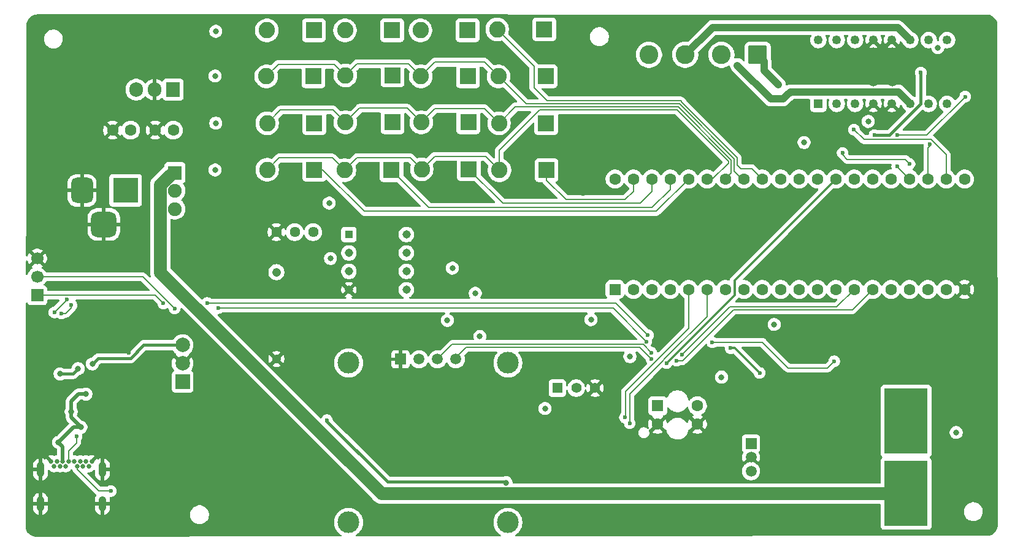
<source format=gbr>
%TF.GenerationSoftware,KiCad,Pcbnew,9.0.4*%
%TF.CreationDate,2026-01-15T21:37:35+03:30*%
%TF.ProjectId,Motor_Health_Monitoring_PCB,4d6f746f-725f-4486-9561-6c74685f4d6f,rev?*%
%TF.SameCoordinates,Original*%
%TF.FileFunction,Copper,L4,Bot*%
%TF.FilePolarity,Positive*%
%FSLAX46Y46*%
G04 Gerber Fmt 4.6, Leading zero omitted, Abs format (unit mm)*
G04 Created by KiCad (PCBNEW 9.0.4) date 2026-01-15 21:37:35*
%MOMM*%
%LPD*%
G01*
G04 APERTURE LIST*
G04 Aperture macros list*
%AMRoundRect*
0 Rectangle with rounded corners*
0 $1 Rounding radius*
0 $2 $3 $4 $5 $6 $7 $8 $9 X,Y pos of 4 corners*
0 Add a 4 corners polygon primitive as box body*
4,1,4,$2,$3,$4,$5,$6,$7,$8,$9,$2,$3,0*
0 Add four circle primitives for the rounded corners*
1,1,$1+$1,$2,$3*
1,1,$1+$1,$4,$5*
1,1,$1+$1,$6,$7*
1,1,$1+$1,$8,$9*
0 Add four rect primitives between the rounded corners*
20,1,$1+$1,$2,$3,$4,$5,0*
20,1,$1+$1,$4,$5,$6,$7,0*
20,1,$1+$1,$6,$7,$8,$9,0*
20,1,$1+$1,$8,$9,$2,$3,0*%
G04 Aperture macros list end*
%TA.AperFunction,ComponentPad*%
%ADD10R,2.250000X2.250000*%
%TD*%
%TA.AperFunction,ComponentPad*%
%ADD11C,2.250000*%
%TD*%
%TA.AperFunction,ComponentPad*%
%ADD12C,1.600000*%
%TD*%
%TA.AperFunction,ComponentPad*%
%ADD13R,1.508000X1.508000*%
%TD*%
%TA.AperFunction,ComponentPad*%
%ADD14C,1.508000*%
%TD*%
%TA.AperFunction,ComponentPad*%
%ADD15C,3.000000*%
%TD*%
%TA.AperFunction,ComponentPad*%
%ADD16R,1.600000X1.600000*%
%TD*%
%TA.AperFunction,ComponentPad*%
%ADD17C,1.208000*%
%TD*%
%TA.AperFunction,ComponentPad*%
%ADD18R,1.905000X2.000000*%
%TD*%
%TA.AperFunction,ComponentPad*%
%ADD19O,1.905000X2.000000*%
%TD*%
%TA.AperFunction,ComponentPad*%
%ADD20R,3.500000X3.500000*%
%TD*%
%TA.AperFunction,ComponentPad*%
%ADD21RoundRect,0.750000X-0.750000X-1.000000X0.750000X-1.000000X0.750000X1.000000X-0.750000X1.000000X0*%
%TD*%
%TA.AperFunction,ComponentPad*%
%ADD22RoundRect,0.875000X-0.875000X-0.875000X0.875000X-0.875000X0.875000X0.875000X-0.875000X0.875000X0*%
%TD*%
%TA.AperFunction,ComponentPad*%
%ADD23R,1.250000X1.250000*%
%TD*%
%TA.AperFunction,ComponentPad*%
%ADD24C,1.250000*%
%TD*%
%TA.AperFunction,ComponentPad*%
%ADD25C,1.440000*%
%TD*%
%TA.AperFunction,ComponentPad*%
%ADD26R,1.700000X1.700000*%
%TD*%
%TA.AperFunction,ComponentPad*%
%ADD27C,1.700000*%
%TD*%
%TA.AperFunction,ComponentPad*%
%ADD28R,2.000000X2.000000*%
%TD*%
%TA.AperFunction,ComponentPad*%
%ADD29C,2.000000*%
%TD*%
%TA.AperFunction,ComponentPad*%
%ADD30C,0.650000*%
%TD*%
%TA.AperFunction,ComponentPad*%
%ADD31O,1.050000X2.100000*%
%TD*%
%TA.AperFunction,ComponentPad*%
%ADD32R,1.140000X1.140000*%
%TD*%
%TA.AperFunction,ComponentPad*%
%ADD33C,1.140000*%
%TD*%
%TA.AperFunction,ComponentPad*%
%ADD34R,1.500000X1.500000*%
%TD*%
%TA.AperFunction,ComponentPad*%
%ADD35C,1.500000*%
%TD*%
%TA.AperFunction,ComponentPad*%
%ADD36C,0.500000*%
%TD*%
%TA.AperFunction,ComponentPad*%
%ADD37R,6.000000X9.000000*%
%TD*%
%TA.AperFunction,ComponentPad*%
%ADD38R,1.400000X1.400000*%
%TD*%
%TA.AperFunction,ComponentPad*%
%ADD39C,1.400000*%
%TD*%
%TA.AperFunction,ComponentPad*%
%ADD40RoundRect,0.250000X1.050000X1.050000X-1.050000X1.050000X-1.050000X-1.050000X1.050000X-1.050000X0*%
%TD*%
%TA.AperFunction,ComponentPad*%
%ADD41C,2.600000*%
%TD*%
%TA.AperFunction,ComponentPad*%
%ADD42RoundRect,0.250000X0.550000X-0.550000X0.550000X0.550000X-0.550000X0.550000X-0.550000X-0.550000X0*%
%TD*%
%TA.AperFunction,ComponentPad*%
%ADD43R,1.900000X1.900000*%
%TD*%
%TA.AperFunction,ComponentPad*%
%ADD44C,1.900000*%
%TD*%
%TA.AperFunction,ViaPad*%
%ADD45C,0.600000*%
%TD*%
%TA.AperFunction,ViaPad*%
%ADD46C,1.500000*%
%TD*%
%TA.AperFunction,ViaPad*%
%ADD47C,1.800000*%
%TD*%
%TA.AperFunction,ViaPad*%
%ADD48C,0.800000*%
%TD*%
%TA.AperFunction,ViaPad*%
%ADD49C,1.000000*%
%TD*%
%TA.AperFunction,Conductor*%
%ADD50C,0.400000*%
%TD*%
%TA.AperFunction,Conductor*%
%ADD51C,1.800000*%
%TD*%
%TA.AperFunction,Conductor*%
%ADD52C,0.500000*%
%TD*%
%TA.AperFunction,Conductor*%
%ADD53C,0.200000*%
%TD*%
%TA.AperFunction,Conductor*%
%ADD54C,1.000000*%
%TD*%
%TA.AperFunction,Conductor*%
%ADD55C,0.300000*%
%TD*%
G04 APERTURE END LIST*
D10*
%TO.P,SW3,1,1*%
%TO.N,/8051 Micocontroller/R1*%
X143127500Y-67629000D03*
D11*
%TO.P,SW3,2,2*%
%TO.N,/8051 Micocontroller/C3*%
X136627500Y-67629000D03*
%TD*%
D12*
%TO.P,C8,1*%
%TO.N,/+12V*%
X91733500Y-75063500D03*
%TO.P,C8,2*%
%TO.N,GND*%
X89233500Y-75063500D03*
%TD*%
D10*
%TO.P,SW15,1,1*%
%TO.N,/8051 Micocontroller/R4*%
X111071500Y-67629000D03*
D11*
%TO.P,SW15,2,2*%
%TO.N,/8051 Micocontroller/C3*%
X104571500Y-67629000D03*
%TD*%
D10*
%TO.P,SW9,1,1*%
%TO.N,/8051 Micocontroller/R3*%
X121866500Y-80583000D03*
D11*
%TO.P,SW9,2,2*%
%TO.N,/8051 Micocontroller/C1*%
X115366500Y-80583000D03*
%TD*%
D13*
%TO.P,U7,1,GND*%
%TO.N,GND*%
X123113500Y-106675000D03*
D14*
%TO.P,U7,2,VCC_IN*%
%TO.N,/+5V*%
X125653500Y-106675000D03*
%TO.P,U7,3,SCL*%
%TO.N,/8051 Micocontroller/SDA*%
X128193500Y-106675000D03*
%TO.P,U7,4,SDA*%
%TO.N,/8051 Micocontroller/SCL*%
X130733500Y-106675000D03*
D15*
%TO.P,U7,S1*%
%TO.N,N/C*%
X115923500Y-107175000D03*
%TO.P,U7,S2*%
X137923500Y-107175000D03*
%TO.P,U7,S3*%
X137923500Y-129175000D03*
%TO.P,U7,S4*%
X115923500Y-129175000D03*
%TD*%
D12*
%TO.P,C10,1*%
%TO.N,/+5V*%
X85851500Y-75063500D03*
%TO.P,C10,2*%
%TO.N,GND*%
X83351500Y-75063500D03*
%TD*%
D16*
%TO.P,U10,1*%
%TO.N,/8051 Micocontroller/IR_OUT*%
X158590500Y-113095000D03*
D12*
%TO.P,U10,2*%
%TO.N,GND*%
X158590500Y-115635000D03*
%TO.P,U10,3*%
X164090500Y-115635000D03*
%TO.P,U10,4*%
%TO.N,Net-(R22-Pad2)*%
X164090500Y-113095000D03*
%TD*%
D17*
%TO.P,X1,P$1*%
%TO.N,Net-(U13-+)*%
X105956500Y-94655000D03*
%TO.P,X1,P$2*%
%TO.N,GND*%
X105956500Y-106655000D03*
%TD*%
D18*
%TO.P,U4,1,VI*%
%TO.N,/+12V*%
X91693500Y-69475500D03*
D19*
%TO.P,U4,2,GND*%
%TO.N,GND*%
X89153500Y-69475500D03*
%TO.P,U4,3,VO*%
%TO.N,/+5V*%
X86613500Y-69475500D03*
%TD*%
D10*
%TO.P,SW12,1,1*%
%TO.N,/8051 Micocontroller/R3*%
X121941500Y-61279000D03*
D11*
%TO.P,SW12,2,2*%
%TO.N,/8051 Micocontroller/C4*%
X115441500Y-61279000D03*
%TD*%
D20*
%TO.P,J1,1*%
%TO.N,/POWER_IN*%
X85140500Y-83377000D03*
D21*
%TO.P,J1,2*%
%TO.N,GND*%
X79140500Y-83377000D03*
D22*
%TO.P,J1,3*%
X82140500Y-88077000D03*
%TD*%
D10*
%TO.P,SW6,1,1*%
%TO.N,/8051 Micocontroller/R2*%
X132459500Y-73979000D03*
D11*
%TO.P,SW6,2,2*%
%TO.N,/8051 Micocontroller/C2*%
X125959500Y-73979000D03*
%TD*%
D23*
%TO.P,U5,1,ENABLE1*%
%TO.N,/8051 Micocontroller/EN1*%
X180771500Y-71435500D03*
D24*
%TO.P,U5,2,INPUT1*%
%TO.N,/8051 Micocontroller/M1_F*%
X183311500Y-71435500D03*
%TO.P,U5,3,OUTPUT1*%
%TO.N,Net-(J3-Pin_1)*%
X185851500Y-71435500D03*
%TO.P,U5,4,GND*%
%TO.N,GND*%
X188391500Y-71435500D03*
%TO.P,U5,5,GND*%
X190931500Y-71435500D03*
%TO.P,U5,6,OUTPUT2*%
%TO.N,Net-(J3-Pin_2)*%
X193471500Y-71435500D03*
%TO.P,U5,7,INPUT2*%
%TO.N,/8051 Micocontroller/M1_R*%
X196011500Y-71435500D03*
%TO.P,U5,8,VS*%
%TO.N,/8051 Micocontroller/IP-*%
X198551500Y-71435500D03*
%TO.P,U5,9,ENABLE2*%
%TO.N,/8051 Micocontroller/EN2*%
X198551500Y-62635500D03*
%TO.P,U5,10,INPUT3*%
%TO.N,/8051 Micocontroller/M2_F*%
X196011500Y-62635500D03*
%TO.P,U5,11,OUTPUT3*%
%TO.N,Net-(J3-Pin_3)*%
X193471500Y-62635500D03*
%TO.P,U5,12,GND*%
%TO.N,GND*%
X190931500Y-62635500D03*
%TO.P,U5,13,GND*%
X188391500Y-62635500D03*
%TO.P,U5,14,OUTPUT4*%
%TO.N,Net-(J3-Pin_4)*%
X185851500Y-62635500D03*
%TO.P,U5,15,INPUT4*%
%TO.N,/8051 Micocontroller/M2_R*%
X183311500Y-62635500D03*
%TO.P,U5,16,VSS*%
%TO.N,/+5V*%
X180771500Y-62635500D03*
%TD*%
D25*
%TO.P,RV1,1,1*%
%TO.N,/+5V*%
X111036500Y-89135000D03*
%TO.P,RV1,2,2*%
%TO.N,Net-(U13--)*%
X108496500Y-89135000D03*
%TO.P,RV1,3,3*%
%TO.N,GND*%
X105956500Y-89135000D03*
%TD*%
D10*
%TO.P,SW7,1,1*%
%TO.N,/8051 Micocontroller/R2*%
X132407500Y-67629000D03*
D11*
%TO.P,SW7,2,2*%
%TO.N,/8051 Micocontroller/C3*%
X125907500Y-67629000D03*
%TD*%
D10*
%TO.P,SW10,1,1*%
%TO.N,/8051 Micocontroller/R3*%
X121993500Y-73979000D03*
D11*
%TO.P,SW10,2,2*%
%TO.N,/8051 Micocontroller/C2*%
X115493500Y-73979000D03*
%TD*%
D10*
%TO.P,SW8,1,1*%
%TO.N,/8051 Micocontroller/R2*%
X132355500Y-61279000D03*
D11*
%TO.P,SW8,2,2*%
%TO.N,/8051 Micocontroller/C4*%
X125855500Y-61279000D03*
%TD*%
D26*
%TO.P,J4,1,Pin_1*%
%TO.N,/TX_RX*%
X72948500Y-97855000D03*
D27*
%TO.P,J4,2,Pin_2*%
%TO.N,/RX_TX*%
X72948500Y-95315000D03*
%TO.P,J4,3,Pin_3*%
%TO.N,GND*%
X72948500Y-92775000D03*
%TD*%
D28*
%TO.P,U2,1,IN*%
%TO.N,/USB_PWR*%
X93014500Y-109793000D03*
D29*
%TO.P,U2,2,GND*%
%TO.N,GND*%
X93014500Y-107253000D03*
%TO.P,U2,3,OUT*%
%TO.N,+3.3V*%
X93014500Y-104713000D03*
%TD*%
D10*
%TO.P,SW16,1,1*%
%TO.N,/8051 Micocontroller/R4*%
X111146500Y-61279000D03*
D11*
%TO.P,SW16,2,2*%
%TO.N,/8051 Micocontroller/C4*%
X104646500Y-61279000D03*
%TD*%
D30*
%TO.P,J2,B1,GNDB1*%
%TO.N,GND*%
X80470750Y-120734500D03*
%TO.P,J2,B2,SSTXP2*%
%TO.N,unconnected-(J2-SSTXP2-PadB2)*%
X80070750Y-121444500D03*
%TO.P,J2,B3,SSTXN2*%
%TO.N,unconnected-(J2-SSTXN2-PadB3)*%
X79270750Y-121444500D03*
%TO.P,J2,B4,VBUSB1*%
%TO.N,/VBUS*%
X78870750Y-120734500D03*
%TO.P,J2,B5,CC2*%
%TO.N,Net-(J2-CC2)*%
X78470750Y-121444500D03*
%TO.P,J2,B6,DP2*%
%TO.N,/USB_DP*%
X78070750Y-120734500D03*
%TO.P,J2,B7,DN2*%
%TO.N,/USB_DN*%
X77270750Y-120734500D03*
%TO.P,J2,B8,SBU2*%
%TO.N,unconnected-(J2-SBU2-PadB8)*%
X76870750Y-121444500D03*
%TO.P,J2,B9,VBUSB2*%
%TO.N,/VBUS*%
X76470750Y-120734500D03*
%TO.P,J2,B10,SSRXN1*%
%TO.N,unconnected-(J2-SSRXN1-PadB10)*%
X76070750Y-121444500D03*
%TO.P,J2,B11,SSRXP1*%
%TO.N,unconnected-(J2-SSRXP1-PadB11)*%
X75270750Y-121444500D03*
%TO.P,J2,B12,GNDB2*%
%TO.N,GND*%
X74870750Y-120734500D03*
%TO.P,J2,G1,GND/SHIELD*%
X79670750Y-120734500D03*
%TO.P,J2,G2,GND/SHIELD*%
X75670750Y-120734500D03*
D31*
%TO.P,J2,S1,GND/SHIELD*%
X73400750Y-121884500D03*
%TO.P,J2,S2,GND/SHIELD*%
X81940750Y-121884500D03*
%TO.P,J2,S3,GND/SHIELD*%
X73400750Y-126614500D03*
%TO.P,J2,S4,GND/SHIELD*%
X81940750Y-126614500D03*
%TD*%
D10*
%TO.P,SW13,1,1*%
%TO.N,/8051 Micocontroller/R4*%
X111198500Y-80521000D03*
D11*
%TO.P,SW13,2,2*%
%TO.N,/8051 Micocontroller/C1*%
X104698500Y-80521000D03*
%TD*%
D10*
%TO.P,SW2,1,1*%
%TO.N,/8051 Micocontroller/R1*%
X143202500Y-74106000D03*
D11*
%TO.P,SW2,2,2*%
%TO.N,/8051 Micocontroller/C2*%
X136702500Y-74106000D03*
%TD*%
D10*
%TO.P,SW5,1,1*%
%TO.N,/8051 Micocontroller/R2*%
X132534500Y-80456000D03*
D11*
%TO.P,SW5,2,2*%
%TO.N,/8051 Micocontroller/C1*%
X126034500Y-80456000D03*
%TD*%
D32*
%TO.P,U13,1,NULL*%
%TO.N,unconnected-(U13-NULL-Pad1)*%
X115968500Y-89473000D03*
D33*
%TO.P,U13,2,-*%
%TO.N,Net-(U13--)*%
X115968500Y-92013000D03*
%TO.P,U13,3,+*%
%TO.N,Net-(U13-+)*%
X115968500Y-94553000D03*
%TO.P,U13,4,V-*%
%TO.N,GND*%
X115968500Y-97093000D03*
%TO.P,U13,5,NULL*%
%TO.N,unconnected-(U13-NULL-Pad5)*%
X123908500Y-97093000D03*
%TO.P,U13,6*%
%TO.N,/8051 Micocontroller/D0*%
X123908500Y-94553000D03*
%TO.P,U13,7,V+*%
%TO.N,/+5V*%
X123908500Y-92013000D03*
%TO.P,U13,8,NC*%
%TO.N,unconnected-(U13-NC-Pad8)*%
X123908500Y-89473000D03*
%TD*%
D34*
%TO.P,U8,1,VCC*%
%TO.N,/+5V*%
X171486500Y-118297000D03*
D35*
%TO.P,U8,2,GND*%
%TO.N,GND*%
X171486500Y-120207000D03*
%TO.P,U8,3,VIOUT*%
%TO.N,/8051 Micocontroller/ACS712_OUT*%
X171486500Y-122117000D03*
D36*
%TO.P,U8,4,IP+*%
%TO.N,/+12V*%
X192886500Y-121457000D03*
X194886500Y-122607000D03*
X190886500Y-122607000D03*
X194886500Y-123907000D03*
X190886500Y-123907000D03*
X194886500Y-125207000D03*
D37*
X192886500Y-125207000D03*
D36*
X190886500Y-125207000D03*
X194886500Y-126507000D03*
X190886500Y-126507000D03*
X194886500Y-127807000D03*
X190886500Y-127807000D03*
X192886500Y-128957000D03*
%TO.P,U8,5,IP-*%
%TO.N,/8051 Micocontroller/IP-*%
X192886500Y-111457000D03*
X194886500Y-112607000D03*
X190886500Y-112607000D03*
X194886500Y-113907000D03*
X190886500Y-113907000D03*
X194886500Y-115207000D03*
D37*
X192886500Y-115207000D03*
D36*
X190886500Y-115207000D03*
X194886500Y-116507000D03*
X190886500Y-116507000D03*
X194886500Y-117807000D03*
X190886500Y-117807000D03*
X192886500Y-118957000D03*
%TD*%
D38*
%TO.P,U9,1,+VS*%
%TO.N,/+5V*%
X144760000Y-110650000D03*
D39*
%TO.P,U9,2,VOUT*%
%TO.N,/8051 Micocontroller/LM35_OUT*%
X147360000Y-110650000D03*
%TO.P,U9,3,GND*%
%TO.N,GND*%
X149960000Y-110650000D03*
%TD*%
D10*
%TO.P,SW4,1,1*%
%TO.N,/8051 Micocontroller/R1*%
X142948500Y-61152000D03*
D11*
%TO.P,SW4,2,2*%
%TO.N,/8051 Micocontroller/C4*%
X136448500Y-61152000D03*
%TD*%
D10*
%TO.P,SW14,1,1*%
%TO.N,/8051 Micocontroller/R4*%
X111198500Y-74106000D03*
D11*
%TO.P,SW14,2,2*%
%TO.N,/8051 Micocontroller/C2*%
X104698500Y-74106000D03*
%TD*%
D40*
%TO.P,J3,1,Pin_1*%
%TO.N,Net-(J3-Pin_1)*%
X172407500Y-64662500D03*
D41*
%TO.P,J3,2,Pin_2*%
%TO.N,Net-(J3-Pin_2)*%
X167407500Y-64662500D03*
%TO.P,J3,3,Pin_3*%
%TO.N,Net-(J3-Pin_3)*%
X162407500Y-64662500D03*
%TO.P,J3,4,Pin_4*%
%TO.N,Net-(J3-Pin_4)*%
X157407500Y-64662500D03*
%TD*%
D10*
%TO.P,SW1,1,1*%
%TO.N,/8051 Micocontroller/R1*%
X143254500Y-80583000D03*
D11*
%TO.P,SW1,2,2*%
%TO.N,/8051 Micocontroller/C1*%
X136754500Y-80583000D03*
%TD*%
D10*
%TO.P,SW11,1,1*%
%TO.N,/8051 Micocontroller/R3*%
X121993500Y-67502000D03*
D11*
%TO.P,SW11,2,2*%
%TO.N,/8051 Micocontroller/C3*%
X115493500Y-67502000D03*
%TD*%
D42*
%TO.P,U6,1,P1.0*%
%TO.N,Net-(U11-~{CS})*%
X152697500Y-97040000D03*
D12*
%TO.P,U6,2,P1.1*%
%TO.N,Net-(U11-SCLK)*%
X155237500Y-97040000D03*
%TO.P,U6,3,P1.2*%
%TO.N,Net-(U11-DOUT)*%
X157777500Y-97040000D03*
%TO.P,U6,4,P1.3*%
%TO.N,Net-(U11-DIN)*%
X160317500Y-97040000D03*
%TO.P,U6,5,P1.4*%
%TO.N,/Fault_LED*%
X162857500Y-97040000D03*
%TO.P,U6,6,P1.5*%
%TO.N,/MOTOR_LED*%
X165397500Y-97040000D03*
%TO.P,U6,7,P1.6*%
%TO.N,unconnected-(U6-P1.6-Pad7)*%
X167937500Y-97040000D03*
%TO.P,U6,8,P1.7*%
%TO.N,/8051 Micocontroller/D0*%
X170477500Y-97040000D03*
%TO.P,U6,9,RST*%
%TO.N,Net-(U6-RST)*%
X173017500Y-97040000D03*
%TO.P,U6,10,P3.0/RXD*%
%TO.N,/RX_TX*%
X175557500Y-97040000D03*
%TO.P,U6,11,P3.1/TXD*%
%TO.N,/TX_RX*%
X178097500Y-97040000D03*
%TO.P,U6,12,P3.2/~{INT0}*%
%TO.N,unconnected-(U6-P3.2{slash}~{INT0}-Pad12)*%
X180637500Y-97040000D03*
%TO.P,U6,13,P3.3/~{INT1}*%
%TO.N,unconnected-(U6-P3.3{slash}~{INT1}-Pad13)*%
X183177500Y-97040000D03*
%TO.P,U6,14,P3.4/T0*%
%TO.N,/8051 Micocontroller/SDA*%
X185717500Y-97040000D03*
%TO.P,U6,15,P3.5/T1*%
%TO.N,/8051 Micocontroller/SCL*%
X188257500Y-97040000D03*
%TO.P,U6,16,P3.6/~{WR}*%
%TO.N,unconnected-(U6-P3.6{slash}~{WR}-Pad16)*%
X190797500Y-97040000D03*
%TO.P,U6,17,P3.7/~{RD}*%
%TO.N,unconnected-(U6-P3.7{slash}~{RD}-Pad17)*%
X193337500Y-97040000D03*
%TO.P,U6,18,XTAL2*%
%TO.N,Net-(U6-XTAL2)*%
X195877500Y-97040000D03*
%TO.P,U6,19,XTAL1*%
%TO.N,Net-(U6-XTAL1)*%
X198417500Y-97040000D03*
%TO.P,U6,20,VSS*%
%TO.N,GND*%
X200957500Y-97040000D03*
%TO.P,U6,21,P2.0/A8*%
%TO.N,/8051 Micocontroller/EN1_PWM*%
X200957500Y-81800000D03*
%TO.P,U6,22,P2.1/A9*%
%TO.N,Net-(U6-P2.1{slash}A9)*%
X198417500Y-81800000D03*
%TO.P,U6,23,P2.2/A10*%
%TO.N,Net-(U6-P2.2{slash}A10)*%
X195877500Y-81800000D03*
%TO.P,U6,24,P2.3/A11*%
%TO.N,/8051 Micocontroller/EN2_PWM*%
X193337500Y-81800000D03*
%TO.P,U6,25,P2.4/A12*%
%TO.N,Net-(U6-P2.4{slash}A12)*%
X190797500Y-81800000D03*
%TO.P,U6,26,P2.5/A13*%
%TO.N,Net-(U6-P2.5{slash}A13)*%
X188257500Y-81800000D03*
%TO.P,U6,27,P2.6/A14*%
%TO.N,unconnected-(U6-P2.6{slash}A14-Pad27)*%
X185717500Y-81800000D03*
%TO.P,U6,28,P2.7/A15*%
%TO.N,/8051 Micocontroller/IR_OUT*%
X183177500Y-81800000D03*
%TO.P,U6,29,~{PSEN}*%
%TO.N,unconnected-(U6-~{PSEN}-Pad29)*%
X180637500Y-81800000D03*
%TO.P,U6,30,ALE*%
%TO.N,unconnected-(U6-ALE-Pad30)*%
X178097500Y-81800000D03*
%TO.P,U6,31,~{EA}*%
%TO.N,Net-(U6-~{EA})*%
X175557500Y-81800000D03*
%TO.P,U6,32,P0.7/AD7*%
%TO.N,/8051 Micocontroller/C4*%
X173017500Y-81800000D03*
%TO.P,U6,33,P0.6/AD6*%
%TO.N,/8051 Micocontroller/C3*%
X170477500Y-81800000D03*
%TO.P,U6,34,P0.5/AD5*%
%TO.N,/8051 Micocontroller/C2*%
X167937500Y-81800000D03*
%TO.P,U6,35,P0.4/AD4*%
%TO.N,/8051 Micocontroller/C1*%
X165397500Y-81800000D03*
%TO.P,U6,36,P0.3/AD3*%
%TO.N,/8051 Micocontroller/R4*%
X162857500Y-81800000D03*
%TO.P,U6,37,P0.2/AD2*%
%TO.N,/8051 Micocontroller/R3*%
X160317500Y-81800000D03*
%TO.P,U6,38,P0.1/AD1*%
%TO.N,/8051 Micocontroller/R2*%
X157777500Y-81800000D03*
%TO.P,U6,39,P0.0/AD0*%
%TO.N,/8051 Micocontroller/R1*%
X155237500Y-81800000D03*
%TO.P,U6,40,VCC*%
%TO.N,/+5V*%
X152697500Y-81800000D03*
%TD*%
D43*
%TO.P,S1,1*%
%TO.N,/+12V*%
X91967500Y-80938500D03*
D44*
%TO.P,S1,2*%
%TO.N,/POWER_IN*%
X91967500Y-83438500D03*
%TO.P,S1,3*%
%TO.N,unconnected-(S1-Pad3)*%
X91967500Y-85938500D03*
%TD*%
D45*
%TO.N,GND*%
X196617500Y-106230000D03*
X128927500Y-89320000D03*
X152687500Y-101820000D03*
X76577500Y-107650000D03*
D46*
X190997500Y-68260000D03*
D45*
X148637500Y-120600000D03*
X143047500Y-115360000D03*
X85577500Y-105790000D03*
X111227500Y-107940000D03*
X73560000Y-115240000D03*
X109027500Y-87330000D03*
X103787500Y-111130000D03*
X149347500Y-115400000D03*
X169117500Y-101850000D03*
D46*
X188347500Y-64370000D03*
D45*
X194937500Y-106190000D03*
D47*
X199597500Y-120670000D03*
D45*
X81117500Y-103560000D03*
X148336000Y-83820000D03*
X96387500Y-105920000D03*
X83337500Y-110240000D03*
X99977500Y-107110000D03*
D46*
X188387500Y-68250000D03*
X190957500Y-64350000D03*
D48*
%TO.N,+3.3V*%
X137677500Y-123707000D03*
X76097500Y-108690000D03*
X80567500Y-107330000D03*
X78597500Y-107980000D03*
D45*
X112937000Y-115070500D03*
D48*
%TO.N,/VBUS*%
X79667500Y-111490000D03*
X75880775Y-118136725D03*
X77637500Y-113920000D03*
X78987500Y-116060000D03*
D45*
%TO.N,/+5V*%
X188527500Y-75761000D03*
D48*
X187657500Y-73860000D03*
X113430000Y-92760000D03*
X130257500Y-94100000D03*
X97497500Y-80560000D03*
X178810000Y-76760000D03*
X113240000Y-85130000D03*
X149387500Y-101210000D03*
X197277500Y-63670000D03*
X143037500Y-113480000D03*
X97597500Y-61420000D03*
X129557500Y-101310000D03*
X97497500Y-67590000D03*
D45*
X194927500Y-67110000D03*
D48*
X134057500Y-103540000D03*
X167417500Y-109150000D03*
X174687500Y-101880000D03*
X97587500Y-74100000D03*
X133417500Y-97580000D03*
X154767500Y-106310000D03*
X199810000Y-116780000D03*
D45*
%TO.N,Net-(J2-CC2)*%
X83107500Y-124870000D03*
%TO.N,/USB_DN*%
X78367500Y-117290000D03*
D49*
%TO.N,Net-(J3-Pin_1)*%
X175267500Y-68790000D03*
D45*
%TO.N,Net-(J3-Pin_2)*%
X169587500Y-66130000D03*
%TO.N,/TX_RX*%
X96397500Y-98910000D03*
X182987500Y-106950000D03*
X157257500Y-103340000D03*
X166147500Y-104350000D03*
X90348235Y-98969265D03*
%TO.N,/RX_TX*%
X91907500Y-99680000D03*
X97907500Y-99640000D03*
X157046765Y-104240735D03*
%TO.N,Net-(U3-~{TXT}{slash}GPIO.2)*%
X76997500Y-98430000D03*
X75307500Y-100210000D03*
%TO.N,Net-(U3-~{RXT}{slash}GPIO.3)*%
X77667500Y-99220000D03*
X76291054Y-100356446D03*
%TO.N,/8051 Micocontroller/EN1_PWM*%
X184127500Y-78200000D03*
X193377500Y-79710000D03*
%TO.N,/8051 Micocontroller/EN2_PWM*%
X201047500Y-70440000D03*
X191667500Y-80070000D03*
X191632475Y-75724975D03*
%TO.N,Net-(U6-P2.1{slash}A9)*%
X185697500Y-74990000D03*
%TO.N,Net-(U6-P2.2{slash}A10)*%
X196137500Y-77020000D03*
%TO.N,/8051 Micocontroller/SDA*%
X161927120Y-106009620D03*
X157727500Y-105770000D03*
%TO.N,/8051 Micocontroller/SCL*%
X161227500Y-106890000D03*
X157727500Y-106660000D03*
%TO.N,/8051 Micocontroller/IR_OUT*%
X159827500Y-107190000D03*
%TO.N,/Fault_LED*%
X154077500Y-114700000D03*
%TO.N,/MOTOR_LED*%
X154727500Y-115490000D03*
%TO.N,/8051 Micocontroller/ACS712_OUT*%
X172667500Y-108550000D03*
X168687500Y-105150000D03*
%TD*%
D50*
%TO.N,+3.3V*%
X137550500Y-123580000D02*
X137677500Y-123707000D01*
X112937000Y-115070500D02*
X112937000Y-115239500D01*
X85808864Y-106550000D02*
X87645864Y-104713000D01*
X76097500Y-108690000D02*
X77887500Y-108690000D01*
X121277500Y-123580000D02*
X137550500Y-123580000D01*
X81347500Y-106550000D02*
X85808864Y-106550000D01*
X112937000Y-115239500D02*
X121277500Y-123580000D01*
X77887500Y-108690000D02*
X78597500Y-107980000D01*
X80567500Y-107330000D02*
X81347500Y-106550000D01*
X87645864Y-104713000D02*
X93014500Y-104713000D01*
D51*
%TO.N,/+12V*%
X89916500Y-82588947D02*
X89916500Y-94659000D01*
X91967500Y-80938500D02*
X91566947Y-80938500D01*
X91566947Y-80938500D02*
X89916500Y-82588947D01*
X89916500Y-94659000D02*
X120464500Y-125207000D01*
X120464500Y-125207000D02*
X192886500Y-125207000D01*
D52*
%TO.N,/VBUS*%
X75880775Y-118136725D02*
X76470750Y-118726700D01*
X77957500Y-116060000D02*
X75880775Y-118136725D01*
X78612000Y-111490000D02*
X79667500Y-111490000D01*
X77637500Y-112464500D02*
X78612000Y-111490000D01*
X77637500Y-113920000D02*
X77637500Y-112464500D01*
X77637500Y-114710000D02*
X78987500Y-116060000D01*
X77637500Y-113920000D02*
X77637500Y-114710000D01*
X78987500Y-116060000D02*
X77957500Y-116060000D01*
X76470750Y-118726700D02*
X76470750Y-120734500D01*
D50*
%TO.N,/+5V*%
X194927500Y-71440000D02*
X194927500Y-67110000D01*
X188527500Y-75761000D02*
X190606500Y-75761000D01*
X190606500Y-75761000D02*
X194927500Y-71440000D01*
D53*
%TO.N,Net-(J2-CC2)*%
X78470750Y-121904119D02*
X81436631Y-124870000D01*
X78470750Y-121444500D02*
X78470750Y-121904119D01*
X81436631Y-124870000D02*
X83107500Y-124870000D01*
%TO.N,/USB_DN*%
X78367500Y-118200000D02*
X77270750Y-119296750D01*
X77270750Y-119296750D02*
X77270750Y-120734500D01*
X78367500Y-117290000D02*
X78367500Y-118200000D01*
D54*
%TO.N,Net-(J3-Pin_1)*%
X175267500Y-68790000D02*
X173307500Y-66830000D01*
X173307500Y-66830000D02*
X173307500Y-65562500D01*
D53*
X173307500Y-65562500D02*
X172407500Y-64662500D01*
D54*
%TO.N,Net-(J3-Pin_3)*%
X166180000Y-60890000D02*
X191726000Y-60890000D01*
X191726000Y-60890000D02*
X193471500Y-62635500D01*
X162407500Y-64662500D02*
X166180000Y-60890000D01*
%TO.N,Net-(J3-Pin_2)*%
X175917500Y-70750000D02*
X176458000Y-70209500D01*
X176458000Y-70209500D02*
X176468000Y-70209500D01*
X191806000Y-69770000D02*
X193471500Y-71435500D01*
X176468000Y-70209500D02*
X176907500Y-69770000D01*
X176907500Y-69770000D02*
X191806000Y-69770000D01*
X174207500Y-70750000D02*
X175917500Y-70750000D01*
X169587500Y-66130000D02*
X174207500Y-70750000D01*
D53*
%TO.N,/TX_RX*%
X176597500Y-107880000D02*
X173067500Y-104350000D01*
X182057500Y-107880000D02*
X176597500Y-107880000D01*
X90348235Y-98969265D02*
X89233970Y-97855000D01*
X152827500Y-98910000D02*
X96397500Y-98910000D01*
X173067500Y-104350000D02*
X166147500Y-104350000D01*
X89233970Y-97855000D02*
X72948500Y-97855000D01*
X157257500Y-103340000D02*
X152827500Y-98910000D01*
X182987500Y-106950000D02*
X182057500Y-107880000D01*
%TO.N,/RX_TX*%
X157046765Y-104240735D02*
X152446030Y-99640000D01*
X152446030Y-99640000D02*
X97907500Y-99640000D01*
X87542500Y-95315000D02*
X72948500Y-95315000D01*
X91907500Y-99680000D02*
X87542500Y-95315000D01*
%TO.N,Net-(U3-~{TXT}{slash}GPIO.2)*%
X76884054Y-98543446D02*
X76997500Y-98430000D01*
X75307500Y-100210000D02*
X76884054Y-98633446D01*
X76884054Y-98633446D02*
X76884054Y-98543446D01*
%TO.N,Net-(U3-~{RXT}{slash}GPIO.3)*%
X76892499Y-100355001D02*
X77667500Y-99580000D01*
X76291054Y-100356446D02*
X76292499Y-100355001D01*
X76292499Y-100355001D02*
X76892499Y-100355001D01*
X77667500Y-99580000D02*
X77667500Y-99220000D01*
%TO.N,/8051 Micocontroller/EN1_PWM*%
X184757500Y-79090000D02*
X184127500Y-78460000D01*
X192757500Y-79090000D02*
X184757500Y-79090000D01*
X184127500Y-78460000D02*
X184127500Y-78200000D01*
X193377500Y-79710000D02*
X192757500Y-79090000D01*
%TO.N,/8051 Micocontroller/EN2_PWM*%
X191667500Y-80129500D02*
X193349500Y-81811500D01*
X195762525Y-75724975D02*
X201047500Y-70440000D01*
X191632475Y-75724975D02*
X195762525Y-75724975D01*
X191667500Y-80070000D02*
X191667500Y-80129500D01*
%TO.N,Net-(U6-P2.1{slash}A9)*%
X185697500Y-74990000D02*
X187068500Y-76361000D01*
X187068500Y-76361000D02*
X196328443Y-76361000D01*
X198417500Y-78450057D02*
X198417500Y-81800000D01*
X196328443Y-76361000D02*
X198417500Y-78450057D01*
%TO.N,Net-(U6-P2.2{slash}A10)*%
X195889500Y-77518000D02*
X195889500Y-81811500D01*
X196137500Y-77020000D02*
X196137500Y-77270000D01*
X196137500Y-77270000D02*
X195889500Y-77518000D01*
%TO.N,/8051 Micocontroller/SDA*%
X156587500Y-104630000D02*
X130238500Y-104630000D01*
X161967880Y-106009620D02*
X161927120Y-106009620D01*
X168547500Y-99430000D02*
X161967880Y-106009620D01*
X130238500Y-104630000D02*
X128193500Y-106675000D01*
X185717500Y-97040000D02*
X183327500Y-99430000D01*
X157727500Y-105770000D02*
X156587500Y-104630000D01*
X183327500Y-99430000D02*
X168547500Y-99430000D01*
%TO.N,/8051 Micocontroller/SCL*%
X130733500Y-106454000D02*
X130733500Y-106675000D01*
X156098500Y-105031000D02*
X132156500Y-105031000D01*
X169077500Y-99831000D02*
X162018500Y-106890000D01*
X188257500Y-97040000D02*
X185466500Y-99831000D01*
X162018500Y-106890000D02*
X161227500Y-106890000D01*
X185466500Y-99831000D02*
X169077500Y-99831000D01*
X132156500Y-105031000D02*
X130733500Y-106454000D01*
X157727500Y-106660000D02*
X156098500Y-105031000D01*
%TO.N,/8051 Micocontroller/C1*%
X113683500Y-78900000D02*
X115366500Y-80583000D01*
X134861500Y-78690000D02*
X136754500Y-80583000D01*
X161254300Y-72241000D02*
X168356500Y-79343200D01*
X106319500Y-78900000D02*
X113683500Y-78900000D01*
X126034500Y-80456000D02*
X127800500Y-78690000D01*
X142326500Y-72241000D02*
X161254300Y-72241000D01*
X136754500Y-80583000D02*
X136754500Y-77813000D01*
X117099500Y-78850000D02*
X124428500Y-78850000D01*
X127800500Y-78690000D02*
X134861500Y-78690000D01*
X168356500Y-79343200D02*
X168356500Y-79591000D01*
X124428500Y-78850000D02*
X126034500Y-80456000D01*
X115366500Y-80583000D02*
X117099500Y-78850000D01*
X104698500Y-80521000D02*
X106319500Y-78900000D01*
X166136000Y-81811500D02*
X165409500Y-81811500D01*
X136754500Y-77813000D02*
X142326500Y-72241000D01*
X168356500Y-79591000D02*
X166136000Y-81811500D01*
D55*
%TO.N,/8051 Micocontroller/IR_OUT*%
X159827500Y-107190000D02*
X169227500Y-97790000D01*
X169227500Y-97790000D02*
X169227500Y-95773500D01*
X169227500Y-95773500D02*
X183189500Y-81811500D01*
D53*
%TO.N,/8051 Micocontroller/C2*%
X124000500Y-72020000D02*
X117452500Y-72020000D01*
X138968500Y-71840000D02*
X161420400Y-71840000D01*
X125959500Y-73979000D02*
X124000500Y-72020000D01*
X161420400Y-71840000D02*
X168757500Y-79177100D01*
X136702500Y-74106000D02*
X134696500Y-72100000D01*
X134696500Y-72100000D02*
X127838500Y-72100000D01*
X106534500Y-72270000D02*
X104698500Y-74106000D01*
X168757500Y-79177100D02*
X168757500Y-81003500D01*
X168757500Y-81003500D02*
X167949500Y-81811500D01*
X127838500Y-72100000D02*
X125959500Y-73979000D01*
X117452500Y-72020000D02*
X115493500Y-73979000D01*
X113784500Y-72270000D02*
X106534500Y-72270000D01*
X115493500Y-73979000D02*
X113784500Y-72270000D01*
X136702500Y-74106000D02*
X138968500Y-71840000D01*
%TO.N,/8051 Micocontroller/C3*%
X115493500Y-67502000D02*
X117085500Y-65910000D01*
X161597500Y-71450000D02*
X169158500Y-79011000D01*
X136627500Y-67629000D02*
X140418500Y-71420000D01*
X125907500Y-67629000D02*
X127846500Y-65690000D01*
X161597500Y-71420000D02*
X161597500Y-71450000D01*
X134688500Y-65690000D02*
X136627500Y-67629000D01*
X127846500Y-65690000D02*
X134688500Y-65690000D01*
X140418500Y-71420000D02*
X161597500Y-71420000D01*
X106220500Y-65980000D02*
X113971500Y-65980000D01*
X113971500Y-65980000D02*
X115493500Y-67502000D01*
X104571500Y-67629000D02*
X106220500Y-65980000D01*
X169158500Y-80691000D02*
X170279000Y-81811500D01*
X124188500Y-65910000D02*
X125907500Y-67629000D01*
X169158500Y-79011000D02*
X169158500Y-80691000D01*
X117085500Y-65910000D02*
X124188500Y-65910000D01*
X170279000Y-81811500D02*
X170489500Y-81811500D01*
%TO.N,/8051 Micocontroller/C4*%
X170082250Y-80374750D02*
X171592750Y-80374750D01*
X169559500Y-78844900D02*
X169559500Y-79852000D01*
X161998500Y-71253900D02*
X161998500Y-71283900D01*
X141516500Y-66220000D02*
X141516500Y-69199000D01*
X136448500Y-61152000D02*
X141516500Y-66220000D01*
X143336500Y-71019000D02*
X161763600Y-71019000D01*
X171592750Y-80374750D02*
X173029500Y-81811500D01*
X161998500Y-71283900D02*
X169559500Y-78844900D01*
X161763600Y-71019000D02*
X161998500Y-71253900D01*
X169559500Y-79852000D02*
X170082250Y-80374750D01*
X141516500Y-69199000D02*
X143336500Y-71019000D01*
%TO.N,/Fault_LED*%
X154077500Y-114700000D02*
X154158789Y-114618711D01*
X154158789Y-114618711D02*
X154158789Y-111118711D01*
X162869500Y-102408000D02*
X162869500Y-97051500D01*
X154158789Y-111118711D02*
X162869500Y-102408000D01*
%TO.N,/MOTOR_LED*%
X159608500Y-106589000D02*
X165409500Y-100788000D01*
X159578557Y-106589000D02*
X159608500Y-106589000D01*
X165409500Y-100788000D02*
X165409500Y-97051500D01*
X159226500Y-106941057D02*
X159578557Y-106589000D01*
X154727500Y-115490000D02*
X154727500Y-111470000D01*
X154727500Y-111470000D02*
X159226500Y-106971000D01*
X159226500Y-106971000D02*
X159226500Y-106941057D01*
%TO.N,/8051 Micocontroller/R1*%
X145917500Y-84640000D02*
X154087500Y-84640000D01*
X155249500Y-83478000D02*
X155249500Y-81811500D01*
X143254500Y-81977000D02*
X145917500Y-84640000D01*
X154087500Y-84640000D02*
X155249500Y-83478000D01*
X143254500Y-80583000D02*
X143254500Y-81977000D01*
%TO.N,/8051 Micocontroller/R2*%
X156167500Y-85140000D02*
X157789500Y-83518000D01*
X132534500Y-80456000D02*
X137218500Y-85140000D01*
X137218500Y-85140000D02*
X156167500Y-85140000D01*
X157789500Y-83518000D02*
X157789500Y-81811500D01*
%TO.N,/8051 Micocontroller/R3*%
X160329500Y-83228000D02*
X160329500Y-81811500D01*
X121866500Y-80583000D02*
X126993500Y-85710000D01*
X157847500Y-85710000D02*
X160329500Y-83228000D01*
X126993500Y-85710000D02*
X157847500Y-85710000D01*
%TO.N,/8051 Micocontroller/R4*%
X158411000Y-86270000D02*
X162869500Y-81811500D01*
X111198500Y-80521000D02*
X112348500Y-80521000D01*
X118097500Y-86270000D02*
X158411000Y-86270000D01*
X112348500Y-80521000D02*
X118097500Y-86270000D01*
D55*
%TO.N,/8051 Micocontroller/ACS712_OUT*%
X169267500Y-105150000D02*
X168687500Y-105150000D01*
X172667500Y-108550000D02*
X169267500Y-105150000D01*
%TD*%
%TA.AperFunction,Conductor*%
%TO.N,GND*%
G36*
X162778071Y-113280140D02*
G01*
X162812429Y-113340979D01*
X162814124Y-113349665D01*
X162822023Y-113399535D01*
X162885281Y-113594223D01*
X162978215Y-113776613D01*
X163098528Y-113942213D01*
X163243286Y-114086971D01*
X163408885Y-114207284D01*
X163408887Y-114207285D01*
X163408890Y-114207287D01*
X163497712Y-114252544D01*
X163502130Y-114254795D01*
X163552926Y-114302770D01*
X163569721Y-114370591D01*
X163547184Y-114436725D01*
X163502130Y-114475765D01*
X163409144Y-114523143D01*
X163364577Y-114555523D01*
X163364577Y-114555524D01*
X163961091Y-115152037D01*
X163897507Y-115169075D01*
X163783493Y-115234901D01*
X163690401Y-115327993D01*
X163624575Y-115442007D01*
X163607537Y-115505590D01*
X163011024Y-114909077D01*
X163011023Y-114909077D01*
X162978643Y-114953644D01*
X162885744Y-115135968D01*
X162822510Y-115330581D01*
X162814539Y-115380906D01*
X162784609Y-115444041D01*
X162725297Y-115480971D01*
X162655434Y-115479973D01*
X162597202Y-115441362D01*
X162591756Y-115434403D01*
X162485017Y-115287490D01*
X162318010Y-115120483D01*
X162126933Y-114981657D01*
X162081332Y-114958422D01*
X161916496Y-114874433D01*
X161691868Y-114801446D01*
X161458597Y-114764500D01*
X161458592Y-114764500D01*
X161222408Y-114764500D01*
X161222403Y-114764500D01*
X160989131Y-114801446D01*
X160764503Y-114874433D01*
X160554066Y-114981657D01*
X160445050Y-115060862D01*
X160362990Y-115120483D01*
X160362988Y-115120485D01*
X160362987Y-115120485D01*
X160195984Y-115287488D01*
X160089251Y-115434393D01*
X160033920Y-115477058D01*
X159964307Y-115483037D01*
X159902512Y-115450431D01*
X159868155Y-115389592D01*
X159866460Y-115380904D01*
X159858490Y-115330582D01*
X159795255Y-115135968D01*
X159702359Y-114953650D01*
X159669974Y-114909077D01*
X159669974Y-114909076D01*
X159073462Y-115505589D01*
X159056425Y-115442007D01*
X158990599Y-115327993D01*
X158897507Y-115234901D01*
X158783493Y-115169075D01*
X158719908Y-115152037D01*
X159316422Y-114555524D01*
X159314353Y-114529227D01*
X159328718Y-114460850D01*
X159377769Y-114411093D01*
X159435094Y-114396244D01*
X159435076Y-114395900D01*
X159435071Y-114395854D01*
X159435073Y-114395853D01*
X159435064Y-114395676D01*
X159437866Y-114395525D01*
X159437970Y-114395499D01*
X159438372Y-114395499D01*
X159497983Y-114389091D01*
X159632831Y-114338796D01*
X159748046Y-114252546D01*
X159834296Y-114137331D01*
X159884591Y-114002483D01*
X159891000Y-113942873D01*
X159890999Y-113404367D01*
X159910683Y-113337330D01*
X159963487Y-113291575D01*
X160032646Y-113281631D01*
X160096202Y-113310656D01*
X160115316Y-113331482D01*
X160195983Y-113442510D01*
X160362990Y-113609517D01*
X160554067Y-113748343D01*
X160609550Y-113776613D01*
X160764503Y-113855566D01*
X160764505Y-113855566D01*
X160764508Y-113855568D01*
X160884912Y-113894689D01*
X160989131Y-113928553D01*
X161222403Y-113965500D01*
X161222408Y-113965500D01*
X161458597Y-113965500D01*
X161691868Y-113928553D01*
X161916492Y-113855568D01*
X162126933Y-113748343D01*
X162318010Y-113609517D01*
X162485017Y-113442510D01*
X162591333Y-113296178D01*
X162646663Y-113253513D01*
X162716276Y-113247534D01*
X162778071Y-113280140D01*
G37*
%TD.AperFunction*%
%TA.AperFunction,Conductor*%
G36*
X203949830Y-59110381D02*
G01*
X203957238Y-59110383D01*
X203957298Y-59110400D01*
X204018796Y-59110399D01*
X204018800Y-59110400D01*
X204027608Y-59110714D01*
X204224921Y-59124825D01*
X204242420Y-59127341D01*
X204431378Y-59168445D01*
X204448350Y-59173429D01*
X204629530Y-59241005D01*
X204645623Y-59248354D01*
X204730484Y-59294691D01*
X204815349Y-59341030D01*
X204830230Y-59350594D01*
X204985025Y-59466471D01*
X204998396Y-59478056D01*
X205135134Y-59614793D01*
X205146720Y-59628164D01*
X205262604Y-59782966D01*
X205272169Y-59797850D01*
X205364838Y-59967561D01*
X205372188Y-59983654D01*
X205439767Y-60164840D01*
X205444751Y-60181815D01*
X205485855Y-60370763D01*
X205488373Y-60388276D01*
X205502472Y-60585410D01*
X205502788Y-60594256D01*
X205502788Y-60663478D01*
X205502839Y-60664269D01*
X205551149Y-129462816D01*
X205551122Y-129465484D01*
X205550844Y-129478819D01*
X205549428Y-129484108D01*
X205549428Y-129546856D01*
X205549401Y-129548153D01*
X205549327Y-129548385D01*
X205549112Y-129554417D01*
X205548275Y-129566116D01*
X205534815Y-129754305D01*
X205532297Y-129771816D01*
X205490645Y-129963289D01*
X205485661Y-129980265D01*
X205417178Y-130163874D01*
X205409828Y-130179967D01*
X205315918Y-130351949D01*
X205306353Y-130366833D01*
X205188919Y-130523706D01*
X205177333Y-130537077D01*
X205038766Y-130675643D01*
X205025395Y-130687228D01*
X204868531Y-130804654D01*
X204853647Y-130814220D01*
X204681653Y-130908134D01*
X204665561Y-130915483D01*
X204481959Y-130983963D01*
X204464982Y-130988947D01*
X204273506Y-131030599D01*
X204255994Y-131033117D01*
X204055940Y-131047424D01*
X204047095Y-131047740D01*
X203978441Y-131047740D01*
X203977337Y-131047811D01*
X139035345Y-131110305D01*
X138968287Y-131090685D01*
X138922481Y-131037925D01*
X138912471Y-130968776D01*
X138941435Y-130905192D01*
X138973225Y-130878918D01*
X139037303Y-130841924D01*
X139245351Y-130682282D01*
X139245355Y-130682277D01*
X139245360Y-130682274D01*
X139430774Y-130496860D01*
X139430777Y-130496855D01*
X139430782Y-130496851D01*
X139590424Y-130288803D01*
X139721543Y-130061697D01*
X139821898Y-129819419D01*
X139889770Y-129566116D01*
X139924000Y-129306120D01*
X139924000Y-129043880D01*
X139889770Y-128783884D01*
X139821898Y-128530581D01*
X139777972Y-128424534D01*
X139721546Y-128288309D01*
X139721541Y-128288299D01*
X139590424Y-128061196D01*
X139430781Y-127853148D01*
X139430774Y-127853140D01*
X139245360Y-127667726D01*
X139245351Y-127667718D01*
X139037303Y-127508075D01*
X138810200Y-127376958D01*
X138810190Y-127376953D01*
X138567928Y-127276605D01*
X138567921Y-127276603D01*
X138567919Y-127276602D01*
X138314616Y-127208730D01*
X138254201Y-127200776D01*
X138054627Y-127174500D01*
X138054620Y-127174500D01*
X137792380Y-127174500D01*
X137792372Y-127174500D01*
X137561272Y-127204926D01*
X137532384Y-127208730D01*
X137413973Y-127240458D01*
X137279081Y-127276602D01*
X137279071Y-127276605D01*
X137036809Y-127376953D01*
X137036799Y-127376958D01*
X136809696Y-127508075D01*
X136601648Y-127667718D01*
X136416218Y-127853148D01*
X136256575Y-128061196D01*
X136125458Y-128288299D01*
X136125453Y-128288309D01*
X136025105Y-128530571D01*
X136025102Y-128530581D01*
X136020646Y-128547213D01*
X135957230Y-128783885D01*
X135923000Y-129043872D01*
X135923000Y-129306127D01*
X135943630Y-129462816D01*
X135957230Y-129566116D01*
X136025102Y-129819418D01*
X136025105Y-129819428D01*
X136125453Y-130061690D01*
X136125458Y-130061700D01*
X136256575Y-130288803D01*
X136416218Y-130496851D01*
X136416226Y-130496860D01*
X136601640Y-130682274D01*
X136601648Y-130682281D01*
X136809696Y-130841924D01*
X136877473Y-130881055D01*
X136925689Y-130931622D01*
X136938912Y-131000229D01*
X136912943Y-131065094D01*
X136856029Y-131105622D01*
X136815592Y-131112442D01*
X116998615Y-131131511D01*
X116931557Y-131111891D01*
X116885751Y-131059131D01*
X116875741Y-130989982D01*
X116904705Y-130926398D01*
X116936492Y-130900126D01*
X117037303Y-130841924D01*
X117245351Y-130682282D01*
X117245355Y-130682277D01*
X117245360Y-130682274D01*
X117430774Y-130496860D01*
X117430777Y-130496855D01*
X117430782Y-130496851D01*
X117590424Y-130288803D01*
X117721543Y-130061697D01*
X117821898Y-129819419D01*
X117889770Y-129566116D01*
X117924000Y-129306120D01*
X117924000Y-129043880D01*
X117889770Y-128783884D01*
X117821898Y-128530581D01*
X117777972Y-128424534D01*
X117721546Y-128288309D01*
X117721541Y-128288299D01*
X117590424Y-128061196D01*
X117430781Y-127853148D01*
X117430774Y-127853140D01*
X117245360Y-127667726D01*
X117245351Y-127667718D01*
X117037303Y-127508075D01*
X116810200Y-127376958D01*
X116810190Y-127376953D01*
X116567928Y-127276605D01*
X116567921Y-127276603D01*
X116567919Y-127276602D01*
X116314616Y-127208730D01*
X116254201Y-127200776D01*
X116054627Y-127174500D01*
X116054620Y-127174500D01*
X115792380Y-127174500D01*
X115792372Y-127174500D01*
X115561272Y-127204926D01*
X115532384Y-127208730D01*
X115413973Y-127240458D01*
X115279081Y-127276602D01*
X115279071Y-127276605D01*
X115036809Y-127376953D01*
X115036799Y-127376958D01*
X114809696Y-127508075D01*
X114601648Y-127667718D01*
X114416218Y-127853148D01*
X114256575Y-128061196D01*
X114125458Y-128288299D01*
X114125453Y-128288309D01*
X114025105Y-128530571D01*
X114025102Y-128530581D01*
X114020646Y-128547213D01*
X113957230Y-128783885D01*
X113923000Y-129043872D01*
X113923000Y-129306127D01*
X113943630Y-129462816D01*
X113957230Y-129566116D01*
X114025102Y-129819418D01*
X114025105Y-129819428D01*
X114125453Y-130061690D01*
X114125458Y-130061700D01*
X114256575Y-130288803D01*
X114416218Y-130496851D01*
X114416226Y-130496860D01*
X114601640Y-130682274D01*
X114601648Y-130682281D01*
X114773592Y-130814220D01*
X114809697Y-130841924D01*
X114914082Y-130902190D01*
X114962297Y-130952756D01*
X114975521Y-131021363D01*
X114949553Y-131086228D01*
X114892639Y-131126757D01*
X114852201Y-131133577D01*
X72825255Y-131174020D01*
X72816287Y-131173704D01*
X72616209Y-131159390D01*
X72598699Y-131156872D01*
X72532030Y-131142367D01*
X72406967Y-131115159D01*
X72389993Y-131110174D01*
X72206161Y-131041605D01*
X72190067Y-131034255D01*
X72017859Y-130940218D01*
X72002976Y-130930653D01*
X71845902Y-130813065D01*
X71832540Y-130801487D01*
X71693781Y-130662725D01*
X71682214Y-130649375D01*
X71564628Y-130492294D01*
X71555063Y-130477411D01*
X71461029Y-130305197D01*
X71453680Y-130289104D01*
X71385112Y-130105264D01*
X71380128Y-130088288D01*
X71352937Y-129963289D01*
X71338422Y-129896563D01*
X71335905Y-129879057D01*
X71332092Y-129825751D01*
X71321552Y-129678382D01*
X71321237Y-129669283D01*
X71321491Y-129550000D01*
X71323313Y-128691971D01*
X71327306Y-126812875D01*
X71329058Y-125988541D01*
X72375750Y-125988541D01*
X72375750Y-126364500D01*
X73075750Y-126364500D01*
X73075750Y-126864500D01*
X72375750Y-126864500D01*
X72375750Y-127240458D01*
X72415137Y-127438474D01*
X72415140Y-127438483D01*
X72492402Y-127625013D01*
X72492409Y-127625026D01*
X72604579Y-127792899D01*
X72604582Y-127792903D01*
X72747346Y-127935667D01*
X72747350Y-127935670D01*
X72915223Y-128047840D01*
X72915236Y-128047847D01*
X73101766Y-128125109D01*
X73101775Y-128125112D01*
X73150750Y-128134853D01*
X73150750Y-127124118D01*
X73201196Y-127174564D01*
X73275305Y-127217351D01*
X73357963Y-127239500D01*
X73443537Y-127239500D01*
X73526195Y-127217351D01*
X73600304Y-127174564D01*
X73650750Y-127124118D01*
X73650750Y-128134852D01*
X73699724Y-128125112D01*
X73699733Y-128125109D01*
X73886263Y-128047847D01*
X73886276Y-128047840D01*
X74054149Y-127935670D01*
X74054153Y-127935667D01*
X74196917Y-127792903D01*
X74196920Y-127792899D01*
X74309090Y-127625026D01*
X74309097Y-127625013D01*
X74386359Y-127438483D01*
X74386362Y-127438474D01*
X74425749Y-127240458D01*
X74425750Y-127240455D01*
X74425750Y-126864500D01*
X73725750Y-126864500D01*
X73725750Y-126364500D01*
X74425750Y-126364500D01*
X74425750Y-125988545D01*
X74425749Y-125988541D01*
X74386362Y-125790525D01*
X74386359Y-125790516D01*
X74309097Y-125603986D01*
X74309090Y-125603973D01*
X74196920Y-125436100D01*
X74196917Y-125436096D01*
X74054153Y-125293332D01*
X74054149Y-125293329D01*
X73886276Y-125181159D01*
X73886263Y-125181152D01*
X73699734Y-125103890D01*
X73699727Y-125103888D01*
X73650750Y-125094145D01*
X73650750Y-126104882D01*
X73600304Y-126054436D01*
X73526195Y-126011649D01*
X73443537Y-125989500D01*
X73357963Y-125989500D01*
X73275305Y-126011649D01*
X73201196Y-126054436D01*
X73150750Y-126104882D01*
X73150750Y-125094146D01*
X73150749Y-125094145D01*
X73101772Y-125103888D01*
X73101765Y-125103890D01*
X72915236Y-125181152D01*
X72915223Y-125181159D01*
X72747350Y-125293329D01*
X72747346Y-125293332D01*
X72604582Y-125436096D01*
X72604579Y-125436100D01*
X72492409Y-125603973D01*
X72492402Y-125603986D01*
X72415140Y-125790516D01*
X72415137Y-125790525D01*
X72375750Y-125988541D01*
X71329058Y-125988541D01*
X71329071Y-125982191D01*
X71337355Y-122082875D01*
X71339107Y-121258541D01*
X72375750Y-121258541D01*
X72375750Y-121634500D01*
X73075750Y-121634500D01*
X73075750Y-122134500D01*
X72375750Y-122134500D01*
X72375750Y-122510458D01*
X72415137Y-122708474D01*
X72415140Y-122708483D01*
X72492402Y-122895013D01*
X72492409Y-122895026D01*
X72604579Y-123062899D01*
X72604582Y-123062903D01*
X72747346Y-123205667D01*
X72747350Y-123205670D01*
X72915223Y-123317840D01*
X72915236Y-123317847D01*
X73101766Y-123395109D01*
X73101775Y-123395112D01*
X73150750Y-123404853D01*
X73150750Y-122394118D01*
X73201196Y-122444564D01*
X73275305Y-122487351D01*
X73357963Y-122509500D01*
X73443537Y-122509500D01*
X73526195Y-122487351D01*
X73600304Y-122444564D01*
X73650750Y-122394118D01*
X73650750Y-123404852D01*
X73699724Y-123395112D01*
X73699733Y-123395109D01*
X73886263Y-123317847D01*
X73886276Y-123317840D01*
X74054149Y-123205670D01*
X74054153Y-123205667D01*
X74196917Y-123062903D01*
X74196920Y-123062899D01*
X74309090Y-122895026D01*
X74309097Y-122895013D01*
X74386359Y-122708483D01*
X74386362Y-122708474D01*
X74425749Y-122510458D01*
X74425750Y-122510455D01*
X74425750Y-122066296D01*
X74445435Y-121999257D01*
X74498239Y-121953502D01*
X74567397Y-121943558D01*
X74630953Y-121972583D01*
X74637431Y-121978615D01*
X74744521Y-122085705D01*
X74744529Y-122085711D01*
X74879726Y-122176047D01*
X74879730Y-122176049D01*
X74974774Y-122215417D01*
X75029961Y-122238276D01*
X75029965Y-122238276D01*
X75029966Y-122238277D01*
X75189442Y-122270000D01*
X75189445Y-122270000D01*
X75352057Y-122270000D01*
X75459348Y-122248657D01*
X75511539Y-122238276D01*
X75623298Y-122191983D01*
X75692766Y-122184515D01*
X75718199Y-122191982D01*
X75829961Y-122238276D01*
X75829965Y-122238276D01*
X75829966Y-122238277D01*
X75989442Y-122270000D01*
X75989445Y-122270000D01*
X76152057Y-122270000D01*
X76259348Y-122248657D01*
X76311539Y-122238276D01*
X76423298Y-122191983D01*
X76492766Y-122184515D01*
X76518199Y-122191982D01*
X76629961Y-122238276D01*
X76629965Y-122238276D01*
X76629966Y-122238277D01*
X76789442Y-122270000D01*
X76789445Y-122270000D01*
X76952057Y-122270000D01*
X77059348Y-122248657D01*
X77111539Y-122238276D01*
X77255470Y-122178658D01*
X77261769Y-122176049D01*
X77261773Y-122176047D01*
X77328919Y-122131180D01*
X77396975Y-122085708D01*
X77511958Y-121970725D01*
X77567648Y-121887377D01*
X77590019Y-121868681D01*
X77610480Y-121847901D01*
X77616514Y-121846539D01*
X77621259Y-121842574D01*
X77650185Y-121838940D01*
X77678636Y-121832520D01*
X77684448Y-121834636D01*
X77690584Y-121833866D01*
X77716883Y-121846448D01*
X77744288Y-121856428D01*
X77749796Y-121862194D01*
X77753612Y-121864020D01*
X77769438Y-121881191D01*
X77771735Y-121884210D01*
X77829542Y-121970725D01*
X77863027Y-122004210D01*
X77868103Y-122010882D01*
X77875389Y-122029962D01*
X77889189Y-122053865D01*
X77911171Y-122135900D01*
X77911172Y-122135903D01*
X77911173Y-122135904D01*
X77935857Y-122178658D01*
X77990227Y-122272831D01*
X77990231Y-122272836D01*
X78109099Y-122391704D01*
X78109105Y-122391709D01*
X80956109Y-125238713D01*
X80956111Y-125238716D01*
X81067915Y-125350520D01*
X81069366Y-125351357D01*
X81076224Y-125358180D01*
X81089366Y-125382100D01*
X81105462Y-125404145D01*
X81105946Y-125412276D01*
X81109868Y-125419415D01*
X81107991Y-125446642D01*
X81109614Y-125473891D01*
X81105449Y-125483535D01*
X81105065Y-125489120D01*
X81100241Y-125495599D01*
X81091873Y-125514980D01*
X81032409Y-125603973D01*
X81032402Y-125603986D01*
X80955140Y-125790516D01*
X80955137Y-125790525D01*
X80915750Y-125988541D01*
X80915750Y-126364500D01*
X81615750Y-126364500D01*
X81615750Y-126864500D01*
X80915750Y-126864500D01*
X80915750Y-127240458D01*
X80955137Y-127438474D01*
X80955140Y-127438483D01*
X81032402Y-127625013D01*
X81032409Y-127625026D01*
X81144579Y-127792899D01*
X81144582Y-127792903D01*
X81287346Y-127935667D01*
X81287350Y-127935670D01*
X81455223Y-128047840D01*
X81455236Y-128047847D01*
X81641766Y-128125109D01*
X81641775Y-128125112D01*
X81690750Y-128134853D01*
X81690750Y-127124118D01*
X81741196Y-127174564D01*
X81815305Y-127217351D01*
X81897963Y-127239500D01*
X81983537Y-127239500D01*
X82066195Y-127217351D01*
X82140304Y-127174564D01*
X82190750Y-127124118D01*
X82190750Y-128134852D01*
X82239724Y-128125112D01*
X82239733Y-128125109D01*
X82426263Y-128047847D01*
X82426276Y-128047840D01*
X82471461Y-128017648D01*
X94059500Y-128017648D01*
X94059500Y-128222351D01*
X94091522Y-128424534D01*
X94154781Y-128619223D01*
X94247715Y-128801613D01*
X94368028Y-128967213D01*
X94512786Y-129111971D01*
X94667749Y-129224556D01*
X94678390Y-129232287D01*
X94794607Y-129291503D01*
X94860776Y-129325218D01*
X94860778Y-129325218D01*
X94860781Y-129325220D01*
X94965137Y-129359127D01*
X95055465Y-129388477D01*
X95156557Y-129404488D01*
X95257648Y-129420500D01*
X95257649Y-129420500D01*
X95462351Y-129420500D01*
X95462352Y-129420500D01*
X95664534Y-129388477D01*
X95859219Y-129325220D01*
X96041610Y-129232287D01*
X96134590Y-129164732D01*
X96207213Y-129111971D01*
X96207215Y-129111968D01*
X96207219Y-129111966D01*
X96351966Y-128967219D01*
X96351968Y-128967215D01*
X96351971Y-128967213D01*
X96404732Y-128894590D01*
X96472287Y-128801610D01*
X96565220Y-128619219D01*
X96628477Y-128424534D01*
X96660500Y-128222352D01*
X96660500Y-128017648D01*
X96645841Y-127925095D01*
X96628477Y-127815465D01*
X96565218Y-127620776D01*
X96531503Y-127554607D01*
X96472287Y-127438390D01*
X96441101Y-127395466D01*
X96351971Y-127272786D01*
X96207213Y-127128028D01*
X96041613Y-127007715D01*
X96041612Y-127007714D01*
X96041610Y-127007713D01*
X95942644Y-126957287D01*
X95859223Y-126914781D01*
X95664534Y-126851522D01*
X95489995Y-126823878D01*
X95462352Y-126819500D01*
X95257648Y-126819500D01*
X95233329Y-126823351D01*
X95055465Y-126851522D01*
X94860776Y-126914781D01*
X94678386Y-127007715D01*
X94512786Y-127128028D01*
X94368028Y-127272786D01*
X94247715Y-127438386D01*
X94154781Y-127620776D01*
X94091522Y-127815465D01*
X94059500Y-128017648D01*
X82471461Y-128017648D01*
X82594149Y-127935670D01*
X82594153Y-127935667D01*
X82604726Y-127925095D01*
X82736917Y-127792903D01*
X82736920Y-127792899D01*
X82849090Y-127625026D01*
X82849097Y-127625013D01*
X82926359Y-127438483D01*
X82926362Y-127438474D01*
X82965749Y-127240458D01*
X82965750Y-127240455D01*
X82965750Y-126864500D01*
X82265750Y-126864500D01*
X82265750Y-126364500D01*
X82965750Y-126364500D01*
X82965750Y-125988545D01*
X82965749Y-125988542D01*
X82931964Y-125818691D01*
X82938191Y-125749100D01*
X82981054Y-125693922D01*
X83046944Y-125670678D01*
X83053581Y-125670500D01*
X83186344Y-125670500D01*
X83186345Y-125670499D01*
X83340997Y-125639737D01*
X83486679Y-125579394D01*
X83617789Y-125491789D01*
X83729289Y-125380289D01*
X83816894Y-125249179D01*
X83877237Y-125103497D01*
X83908000Y-124948842D01*
X83908000Y-124791158D01*
X83908000Y-124791155D01*
X83907999Y-124791153D01*
X83877238Y-124636510D01*
X83877237Y-124636503D01*
X83877235Y-124636498D01*
X83816897Y-124490827D01*
X83816890Y-124490814D01*
X83729289Y-124359711D01*
X83729286Y-124359707D01*
X83617792Y-124248213D01*
X83617788Y-124248210D01*
X83486685Y-124160609D01*
X83486672Y-124160602D01*
X83341001Y-124100264D01*
X83340989Y-124100261D01*
X83186345Y-124069500D01*
X83186342Y-124069500D01*
X83028658Y-124069500D01*
X83028655Y-124069500D01*
X82874010Y-124100261D01*
X82873998Y-124100264D01*
X82728327Y-124160602D01*
X82728314Y-124160609D01*
X82596625Y-124248602D01*
X82529947Y-124269480D01*
X82527734Y-124269500D01*
X81736728Y-124269500D01*
X81669689Y-124249815D01*
X81649047Y-124233181D01*
X79897547Y-122481681D01*
X79864062Y-122420358D01*
X79869046Y-122350666D01*
X79910918Y-122294733D01*
X79976382Y-122270316D01*
X79985228Y-122270000D01*
X80152057Y-122270000D01*
X80259348Y-122248657D01*
X80311539Y-122238276D01*
X80455470Y-122178658D01*
X80461769Y-122176049D01*
X80461773Y-122176047D01*
X80528919Y-122131180D01*
X80596975Y-122085708D01*
X80628818Y-122053865D01*
X80704069Y-121978615D01*
X80765392Y-121945130D01*
X80835084Y-121950114D01*
X80891017Y-121991986D01*
X80915434Y-122057450D01*
X80915750Y-122066296D01*
X80915750Y-122510458D01*
X80955137Y-122708474D01*
X80955140Y-122708483D01*
X81032402Y-122895013D01*
X81032409Y-122895026D01*
X81144579Y-123062899D01*
X81144582Y-123062903D01*
X81287346Y-123205667D01*
X81287350Y-123205670D01*
X81455223Y-123317840D01*
X81455236Y-123317847D01*
X81641766Y-123395109D01*
X81641775Y-123395112D01*
X81690750Y-123404853D01*
X81690750Y-122394118D01*
X81741196Y-122444564D01*
X81815305Y-122487351D01*
X81897963Y-122509500D01*
X81983537Y-122509500D01*
X82066195Y-122487351D01*
X82140304Y-122444564D01*
X82190750Y-122394118D01*
X82190750Y-123404852D01*
X82239724Y-123395112D01*
X82239733Y-123395109D01*
X82426263Y-123317847D01*
X82426276Y-123317840D01*
X82594149Y-123205670D01*
X82594153Y-123205667D01*
X82736917Y-123062903D01*
X82736920Y-123062899D01*
X82849090Y-122895026D01*
X82849097Y-122895013D01*
X82926359Y-122708483D01*
X82926362Y-122708474D01*
X82965749Y-122510458D01*
X82965750Y-122510455D01*
X82965750Y-122134500D01*
X82265750Y-122134500D01*
X82265750Y-121634500D01*
X82965750Y-121634500D01*
X82965750Y-121258545D01*
X82965749Y-121258541D01*
X82926362Y-121060525D01*
X82926359Y-121060516D01*
X82849097Y-120873986D01*
X82849090Y-120873973D01*
X82736920Y-120706100D01*
X82736917Y-120706096D01*
X82594153Y-120563332D01*
X82594149Y-120563329D01*
X82426276Y-120451159D01*
X82426263Y-120451152D01*
X82239734Y-120373890D01*
X82239727Y-120373888D01*
X82190750Y-120364145D01*
X82190750Y-121374882D01*
X82140304Y-121324436D01*
X82066195Y-121281649D01*
X81983537Y-121259500D01*
X81897963Y-121259500D01*
X81815305Y-121281649D01*
X81741196Y-121324436D01*
X81690750Y-121374882D01*
X81690750Y-120364146D01*
X81690749Y-120364145D01*
X81641772Y-120373888D01*
X81641765Y-120373890D01*
X81455236Y-120451152D01*
X81455225Y-120451158D01*
X81417266Y-120476522D01*
X81350588Y-120497399D01*
X81283208Y-120478914D01*
X81236519Y-120426935D01*
X81233815Y-120420872D01*
X81205730Y-120353071D01*
X80763520Y-120795282D01*
X80736053Y-120810280D01*
X80709539Y-120826934D01*
X80705628Y-120826893D01*
X80702197Y-120828767D01*
X80676017Y-120826894D01*
X80695750Y-120779255D01*
X80695750Y-120689745D01*
X80661496Y-120607048D01*
X80598202Y-120543754D01*
X80515505Y-120509500D01*
X80425995Y-120509500D01*
X80351289Y-120540443D01*
X80353153Y-120514389D01*
X80381654Y-120470042D01*
X80852177Y-119999518D01*
X80711394Y-119941204D01*
X80711386Y-119941202D01*
X80552009Y-119909500D01*
X80389490Y-119909500D01*
X80230113Y-119941202D01*
X80230101Y-119941205D01*
X80118202Y-119987555D01*
X80048733Y-119995024D01*
X80023298Y-119987555D01*
X79911398Y-119941205D01*
X79911386Y-119941202D01*
X79752009Y-119909500D01*
X79589490Y-119909500D01*
X79430113Y-119941202D01*
X79430110Y-119941203D01*
X79318853Y-119987286D01*
X79249383Y-119994754D01*
X79223949Y-119987285D01*
X79111543Y-119940725D01*
X79111533Y-119940722D01*
X78952057Y-119909000D01*
X78952055Y-119909000D01*
X78789445Y-119909000D01*
X78789443Y-119909000D01*
X78629966Y-119940722D01*
X78629960Y-119940724D01*
X78609172Y-119949335D01*
X78518201Y-119987016D01*
X78448734Y-119994485D01*
X78423300Y-119987017D01*
X78311539Y-119940724D01*
X78311533Y-119940722D01*
X78152057Y-119909000D01*
X78152055Y-119909000D01*
X77995250Y-119909000D01*
X77986564Y-119906449D01*
X77977603Y-119907738D01*
X77953562Y-119896759D01*
X77928211Y-119889315D01*
X77922283Y-119882474D01*
X77914047Y-119878713D01*
X77899757Y-119856478D01*
X77882456Y-119836511D01*
X77880168Y-119825996D01*
X77876273Y-119819935D01*
X77871250Y-119785000D01*
X77871250Y-119596847D01*
X77890935Y-119529808D01*
X77907569Y-119509166D01*
X78321871Y-119094864D01*
X78848020Y-118568716D01*
X78927077Y-118431784D01*
X78968001Y-118279057D01*
X78968001Y-118120942D01*
X78968001Y-118113347D01*
X78968000Y-118113329D01*
X78968000Y-117869765D01*
X78987685Y-117802726D01*
X78988898Y-117800874D01*
X79037222Y-117728553D01*
X79076894Y-117669179D01*
X79137237Y-117523497D01*
X79168000Y-117368842D01*
X79168000Y-117211158D01*
X79168000Y-117211155D01*
X79140735Y-117074091D01*
X79146962Y-117004500D01*
X79189824Y-116949322D01*
X79238162Y-116928281D01*
X79250166Y-116925894D01*
X79414047Y-116858013D01*
X79561535Y-116759464D01*
X79686964Y-116634035D01*
X79785513Y-116486547D01*
X79853394Y-116322666D01*
X79859793Y-116290500D01*
X79887999Y-116148695D01*
X79888000Y-116148693D01*
X79888000Y-115971306D01*
X79887999Y-115971304D01*
X79853396Y-115797341D01*
X79853393Y-115797332D01*
X79785516Y-115633459D01*
X79785509Y-115633446D01*
X79686964Y-115485965D01*
X79686961Y-115485961D01*
X79561538Y-115360538D01*
X79561534Y-115360535D01*
X79414053Y-115261990D01*
X79414040Y-115261983D01*
X79250170Y-115194107D01*
X79250160Y-115194104D01*
X79203179Y-115184759D01*
X79141268Y-115152374D01*
X79139690Y-115150823D01*
X78464781Y-114475913D01*
X78431296Y-114414590D01*
X78436280Y-114344898D01*
X78437878Y-114340835D01*
X78503394Y-114182666D01*
X78512413Y-114137328D01*
X78537999Y-114008695D01*
X78538000Y-114008693D01*
X78538000Y-113831306D01*
X78537999Y-113831304D01*
X78503396Y-113657341D01*
X78503393Y-113657332D01*
X78435513Y-113493453D01*
X78435511Y-113493451D01*
X78435511Y-113493449D01*
X78408898Y-113453620D01*
X78388020Y-113386942D01*
X78388000Y-113384729D01*
X78388000Y-112826729D01*
X78407685Y-112759690D01*
X78424319Y-112739048D01*
X78886548Y-112276819D01*
X78913475Y-112262115D01*
X78939294Y-112245523D01*
X78945494Y-112244631D01*
X78947871Y-112243334D01*
X78974229Y-112240500D01*
X79132230Y-112240500D01*
X79199269Y-112260185D01*
X79201122Y-112261399D01*
X79240947Y-112288010D01*
X79240950Y-112288011D01*
X79240953Y-112288013D01*
X79404834Y-112355894D01*
X79404836Y-112355894D01*
X79404841Y-112355896D01*
X79578804Y-112390499D01*
X79578807Y-112390500D01*
X79578809Y-112390500D01*
X79756193Y-112390500D01*
X79756194Y-112390499D01*
X79814182Y-112378964D01*
X79930158Y-112355896D01*
X79930161Y-112355894D01*
X79930166Y-112355894D01*
X80094047Y-112288013D01*
X80241535Y-112189464D01*
X80366964Y-112064035D01*
X80465513Y-111916547D01*
X80533394Y-111752666D01*
X80540144Y-111718735D01*
X80567999Y-111578695D01*
X80568000Y-111578693D01*
X80568000Y-111401306D01*
X80567999Y-111401304D01*
X80533396Y-111227341D01*
X80533393Y-111227332D01*
X80465516Y-111063459D01*
X80465509Y-111063446D01*
X80366964Y-110915965D01*
X80366961Y-110915961D01*
X80241538Y-110790538D01*
X80241534Y-110790535D01*
X80094053Y-110691990D01*
X80094040Y-110691983D01*
X79930167Y-110624106D01*
X79930158Y-110624103D01*
X79756194Y-110589500D01*
X79756191Y-110589500D01*
X79578809Y-110589500D01*
X79578806Y-110589500D01*
X79404841Y-110624103D01*
X79404832Y-110624106D01*
X79240952Y-110691987D01*
X79240947Y-110691989D01*
X79201122Y-110718601D01*
X79134445Y-110739480D01*
X79132230Y-110739500D01*
X78538080Y-110739500D01*
X78393092Y-110768340D01*
X78393082Y-110768343D01*
X78256511Y-110824912D01*
X78256498Y-110824919D01*
X78163700Y-110886925D01*
X78163699Y-110886927D01*
X78162195Y-110887932D01*
X78133578Y-110907053D01*
X77054545Y-111986086D01*
X77025490Y-112029574D01*
X77025488Y-112029577D01*
X76972419Y-112108998D01*
X76972412Y-112109011D01*
X76915843Y-112245582D01*
X76915840Y-112245592D01*
X76887000Y-112390579D01*
X76887000Y-113384729D01*
X76867315Y-113451768D01*
X76866102Y-113453620D01*
X76839488Y-113493449D01*
X76839487Y-113493452D01*
X76771606Y-113657332D01*
X76771603Y-113657341D01*
X76737000Y-113831304D01*
X76737000Y-114008695D01*
X76771603Y-114182658D01*
X76771606Y-114182667D01*
X76839484Y-114346542D01*
X76839485Y-114346543D01*
X76839487Y-114346547D01*
X76862174Y-114380500D01*
X76866102Y-114386378D01*
X76886980Y-114453055D01*
X76887000Y-114455269D01*
X76887000Y-114783918D01*
X76887000Y-114783920D01*
X76886999Y-114783920D01*
X76915840Y-114928907D01*
X76915843Y-114928917D01*
X76972413Y-115065490D01*
X76972414Y-115065491D01*
X76972416Y-115065495D01*
X76994957Y-115099229D01*
X76994958Y-115099232D01*
X77054543Y-115188410D01*
X77054547Y-115188415D01*
X77323450Y-115457318D01*
X77356935Y-115518641D01*
X77351951Y-115588333D01*
X77323450Y-115632680D01*
X75728582Y-117227548D01*
X75667259Y-117261033D01*
X75665094Y-117261484D01*
X75618112Y-117270829D01*
X75618106Y-117270831D01*
X75454234Y-117338708D01*
X75454221Y-117338715D01*
X75306740Y-117437260D01*
X75306736Y-117437263D01*
X75181313Y-117562686D01*
X75181310Y-117562690D01*
X75082765Y-117710171D01*
X75082758Y-117710184D01*
X75014881Y-117874057D01*
X75014878Y-117874066D01*
X74980275Y-118048029D01*
X74980275Y-118225420D01*
X75014878Y-118399383D01*
X75014881Y-118399392D01*
X75082758Y-118563265D01*
X75082765Y-118563278D01*
X75181310Y-118710759D01*
X75181313Y-118710763D01*
X75306736Y-118836186D01*
X75306740Y-118836189D01*
X75454221Y-118934734D01*
X75454234Y-118934741D01*
X75577138Y-118985648D01*
X75618109Y-119002619D01*
X75618113Y-119002619D01*
X75618114Y-119002620D01*
X75620436Y-119003082D01*
X75621540Y-119003659D01*
X75623944Y-119004389D01*
X75623805Y-119004844D01*
X75682348Y-119035464D01*
X75716925Y-119096178D01*
X75720250Y-119124700D01*
X75720250Y-119785500D01*
X75700565Y-119852539D01*
X75647761Y-119898294D01*
X75596250Y-119909500D01*
X75589490Y-119909500D01*
X75430113Y-119941202D01*
X75430101Y-119941205D01*
X75318202Y-119987555D01*
X75248733Y-119995024D01*
X75223298Y-119987555D01*
X75111398Y-119941205D01*
X75111386Y-119941202D01*
X74952009Y-119909500D01*
X74789490Y-119909500D01*
X74630113Y-119941201D01*
X74630104Y-119941204D01*
X74489321Y-119999518D01*
X74959845Y-120470041D01*
X74964183Y-120477986D01*
X74971432Y-120483413D01*
X74980666Y-120508172D01*
X74993330Y-120531364D01*
X74992684Y-120540394D01*
X74993157Y-120541664D01*
X74915505Y-120509500D01*
X74825995Y-120509500D01*
X74743298Y-120543754D01*
X74680004Y-120607048D01*
X74645750Y-120689745D01*
X74645750Y-120779255D01*
X74666102Y-120828390D01*
X74611127Y-120818967D01*
X74577979Y-120795283D01*
X74135768Y-120353071D01*
X74107684Y-120420872D01*
X74063843Y-120475275D01*
X73997549Y-120497340D01*
X73929849Y-120480061D01*
X73924232Y-120476521D01*
X73886276Y-120451159D01*
X73886263Y-120451152D01*
X73699734Y-120373890D01*
X73699727Y-120373888D01*
X73650750Y-120364145D01*
X73650750Y-121374882D01*
X73600304Y-121324436D01*
X73526195Y-121281649D01*
X73443537Y-121259500D01*
X73357963Y-121259500D01*
X73275305Y-121281649D01*
X73201196Y-121324436D01*
X73150750Y-121374882D01*
X73150750Y-120364146D01*
X73150749Y-120364145D01*
X73101772Y-120373888D01*
X73101765Y-120373890D01*
X72915236Y-120451152D01*
X72915223Y-120451159D01*
X72747350Y-120563329D01*
X72747346Y-120563332D01*
X72604582Y-120706096D01*
X72604579Y-120706100D01*
X72492409Y-120873973D01*
X72492402Y-120873986D01*
X72415140Y-121060516D01*
X72415137Y-121060525D01*
X72375750Y-121258541D01*
X71339107Y-121258541D01*
X71339120Y-121252191D01*
X71361394Y-110768340D01*
X71365998Y-108601304D01*
X75197000Y-108601304D01*
X75197000Y-108778695D01*
X75231603Y-108952658D01*
X75231606Y-108952667D01*
X75299483Y-109116540D01*
X75299490Y-109116553D01*
X75398035Y-109264034D01*
X75398038Y-109264038D01*
X75523461Y-109389461D01*
X75523465Y-109389464D01*
X75670946Y-109488009D01*
X75670959Y-109488016D01*
X75790313Y-109537453D01*
X75834834Y-109555894D01*
X75834836Y-109555894D01*
X75834841Y-109555896D01*
X76008804Y-109590499D01*
X76008807Y-109590500D01*
X76008809Y-109590500D01*
X76186193Y-109590500D01*
X76186194Y-109590499D01*
X76256372Y-109576540D01*
X76360158Y-109555896D01*
X76360161Y-109555894D01*
X76360166Y-109555894D01*
X76524047Y-109488013D01*
X76638709Y-109411397D01*
X76705386Y-109390520D01*
X76707600Y-109390500D01*
X77956496Y-109390500D01*
X78047540Y-109372389D01*
X78091828Y-109363580D01*
X78155569Y-109337177D01*
X78219307Y-109310777D01*
X78219308Y-109310776D01*
X78219311Y-109310775D01*
X78334043Y-109234114D01*
X78661426Y-108906729D01*
X78722745Y-108873247D01*
X78724735Y-108872832D01*
X78860166Y-108845894D01*
X79010827Y-108783489D01*
X79024040Y-108778016D01*
X79024040Y-108778015D01*
X79024047Y-108778013D01*
X79171535Y-108679464D01*
X79171538Y-108679461D01*
X79196875Y-108654125D01*
X79296961Y-108554038D01*
X79296964Y-108554035D01*
X79395513Y-108406547D01*
X79463394Y-108242666D01*
X79464221Y-108238511D01*
X79497999Y-108068695D01*
X79498000Y-108068693D01*
X79498000Y-107891306D01*
X79497999Y-107891304D01*
X79463396Y-107717341D01*
X79463393Y-107717332D01*
X79395516Y-107553459D01*
X79395509Y-107553446D01*
X79296964Y-107405965D01*
X79296961Y-107405961D01*
X79171538Y-107280538D01*
X79171534Y-107280535D01*
X79112821Y-107241304D01*
X79667000Y-107241304D01*
X79667000Y-107418695D01*
X79701603Y-107592658D01*
X79701606Y-107592667D01*
X79769483Y-107756540D01*
X79769490Y-107756553D01*
X79868035Y-107904034D01*
X79868038Y-107904038D01*
X79993461Y-108029461D01*
X79993465Y-108029464D01*
X80140946Y-108128009D01*
X80140959Y-108128016D01*
X80263863Y-108178923D01*
X80304834Y-108195894D01*
X80304836Y-108195894D01*
X80304841Y-108195896D01*
X80478804Y-108230499D01*
X80478807Y-108230500D01*
X80478809Y-108230500D01*
X80656193Y-108230500D01*
X80656194Y-108230499D01*
X80714182Y-108218964D01*
X80830158Y-108195896D01*
X80830161Y-108195894D01*
X80830166Y-108195894D01*
X80994047Y-108128013D01*
X81141535Y-108029464D01*
X81266964Y-107904035D01*
X81365513Y-107756547D01*
X81433394Y-107592666D01*
X81460297Y-107457408D01*
X81469060Y-107440656D01*
X81473081Y-107422176D01*
X81491823Y-107397140D01*
X81492680Y-107395503D01*
X81494168Y-107393987D01*
X81601339Y-107286818D01*
X81662662Y-107253334D01*
X81689019Y-107250500D01*
X85877860Y-107250500D01*
X85973949Y-107231386D01*
X86013192Y-107223580D01*
X86109952Y-107183501D01*
X86140671Y-107170777D01*
X86140672Y-107170776D01*
X86140675Y-107170775D01*
X86255407Y-107094114D01*
X87899701Y-105449818D01*
X87961024Y-105416334D01*
X87987382Y-105413500D01*
X91611384Y-105413500D01*
X91678423Y-105433185D01*
X91721868Y-105481203D01*
X91731157Y-105499433D01*
X91869983Y-105690510D01*
X92036990Y-105857517D01*
X92096216Y-105900547D01*
X92138881Y-105955875D01*
X92146948Y-106010593D01*
X92145393Y-106030340D01*
X92885091Y-106770037D01*
X92821507Y-106787075D01*
X92707493Y-106852901D01*
X92614401Y-106945993D01*
X92548575Y-107060007D01*
X92531537Y-107123591D01*
X91791840Y-106383894D01*
X91731584Y-106466830D01*
X91624397Y-106677197D01*
X91551434Y-106901752D01*
X91514500Y-107134947D01*
X91514500Y-107371052D01*
X91551434Y-107604247D01*
X91624397Y-107828802D01*
X91731587Y-108039174D01*
X91821535Y-108162978D01*
X91845015Y-108228784D01*
X91829189Y-108296838D01*
X91779859Y-108344779D01*
X91779954Y-108344953D01*
X91779330Y-108345293D01*
X91779084Y-108345533D01*
X91778011Y-108346013D01*
X91772164Y-108349206D01*
X91656955Y-108435452D01*
X91656952Y-108435455D01*
X91570706Y-108550664D01*
X91570702Y-108550671D01*
X91520408Y-108685517D01*
X91514001Y-108745116D01*
X91514001Y-108745123D01*
X91514000Y-108745135D01*
X91514000Y-110840870D01*
X91514001Y-110840876D01*
X91520408Y-110900483D01*
X91570702Y-111035328D01*
X91570706Y-111035335D01*
X91656952Y-111150544D01*
X91656955Y-111150547D01*
X91772164Y-111236793D01*
X91772171Y-111236797D01*
X91907017Y-111287091D01*
X91907016Y-111287091D01*
X91913944Y-111287835D01*
X91966627Y-111293500D01*
X94062372Y-111293499D01*
X94121983Y-111287091D01*
X94256831Y-111236796D01*
X94372046Y-111150546D01*
X94458296Y-111035331D01*
X94508591Y-110900483D01*
X94515000Y-110840873D01*
X94514999Y-108745128D01*
X94508591Y-108685517D01*
X94507384Y-108682282D01*
X94458297Y-108550671D01*
X94458293Y-108550664D01*
X94372047Y-108435455D01*
X94372044Y-108435452D01*
X94256835Y-108349206D01*
X94249046Y-108344953D01*
X94250767Y-108341799D01*
X94208525Y-108310186D01*
X94184099Y-108244725D01*
X94198942Y-108176450D01*
X94207464Y-108162977D01*
X94297414Y-108039171D01*
X94404602Y-107828802D01*
X94477565Y-107604247D01*
X94514500Y-107371052D01*
X94514500Y-107134947D01*
X94477565Y-106901752D01*
X94404602Y-106677197D01*
X94297414Y-106466828D01*
X94237158Y-106383894D01*
X94237158Y-106383893D01*
X93497462Y-107123589D01*
X93480425Y-107060007D01*
X93414599Y-106945993D01*
X93321507Y-106852901D01*
X93207493Y-106787075D01*
X93143909Y-106770037D01*
X93883605Y-106030340D01*
X93882051Y-106010594D01*
X93896415Y-105942216D01*
X93932784Y-105900547D01*
X93992010Y-105857517D01*
X94159017Y-105690510D01*
X94297843Y-105499433D01*
X94405068Y-105288992D01*
X94478053Y-105064368D01*
X94488206Y-105000263D01*
X94515000Y-104831097D01*
X94515000Y-104594902D01*
X94478053Y-104361631D01*
X94415425Y-104168885D01*
X94405068Y-104137008D01*
X94405066Y-104137005D01*
X94405066Y-104137003D01*
X94333013Y-103995592D01*
X94297843Y-103926567D01*
X94159017Y-103735490D01*
X93992010Y-103568483D01*
X93800933Y-103429657D01*
X93779711Y-103418844D01*
X93590496Y-103322433D01*
X93365868Y-103249446D01*
X93132597Y-103212500D01*
X93132592Y-103212500D01*
X92896408Y-103212500D01*
X92896403Y-103212500D01*
X92663131Y-103249446D01*
X92438503Y-103322433D01*
X92228066Y-103429657D01*
X92156662Y-103481536D01*
X92036990Y-103568483D01*
X92036988Y-103568485D01*
X92036987Y-103568485D01*
X91869985Y-103735487D01*
X91869985Y-103735488D01*
X91869983Y-103735490D01*
X91821177Y-103802665D01*
X91731157Y-103926566D01*
X91721868Y-103944797D01*
X91673892Y-103995592D01*
X91611384Y-104012500D01*
X87576867Y-104012500D01*
X87474631Y-104032836D01*
X87474626Y-104032837D01*
X87468455Y-104034065D01*
X87441535Y-104039420D01*
X87413601Y-104050991D01*
X87408178Y-104053237D01*
X87408169Y-104053240D01*
X87314055Y-104092223D01*
X87210110Y-104161678D01*
X87210108Y-104161679D01*
X87199322Y-104168885D01*
X87199317Y-104168889D01*
X85555026Y-105813181D01*
X85493703Y-105846666D01*
X85467345Y-105849500D01*
X81278504Y-105849500D01*
X81143177Y-105876418D01*
X81143167Y-105876421D01*
X81015692Y-105929222D01*
X80900954Y-106005887D01*
X80503575Y-106403266D01*
X80442252Y-106436751D01*
X80440086Y-106437202D01*
X80304840Y-106464104D01*
X80304832Y-106464106D01*
X80140959Y-106531983D01*
X80140946Y-106531990D01*
X79993465Y-106630535D01*
X79993461Y-106630538D01*
X79868038Y-106755961D01*
X79868035Y-106755965D01*
X79769490Y-106903446D01*
X79769483Y-106903459D01*
X79701606Y-107067332D01*
X79701603Y-107067341D01*
X79667000Y-107241304D01*
X79112821Y-107241304D01*
X79024053Y-107181990D01*
X79024040Y-107181983D01*
X78860167Y-107114106D01*
X78860158Y-107114103D01*
X78686194Y-107079500D01*
X78686191Y-107079500D01*
X78508809Y-107079500D01*
X78508806Y-107079500D01*
X78334841Y-107114103D01*
X78334832Y-107114106D01*
X78170959Y-107181983D01*
X78170946Y-107181990D01*
X78023465Y-107280535D01*
X78023461Y-107280538D01*
X77898038Y-107405961D01*
X77898035Y-107405965D01*
X77799490Y-107553446D01*
X77799483Y-107553459D01*
X77731606Y-107717332D01*
X77731604Y-107717340D01*
X77704702Y-107852585D01*
X77695938Y-107869339D01*
X77691919Y-107887817D01*
X77673171Y-107912862D01*
X77672317Y-107914496D01*
X77670769Y-107916072D01*
X77633664Y-107953179D01*
X77572341Y-107986666D01*
X77545980Y-107989500D01*
X76707600Y-107989500D01*
X76640561Y-107969815D01*
X76638709Y-107968602D01*
X76524049Y-107891988D01*
X76524047Y-107891987D01*
X76360167Y-107824106D01*
X76360158Y-107824103D01*
X76186194Y-107789500D01*
X76186191Y-107789500D01*
X76008809Y-107789500D01*
X76008806Y-107789500D01*
X75834841Y-107824103D01*
X75834832Y-107824106D01*
X75670959Y-107891983D01*
X75670946Y-107891990D01*
X75523465Y-107990535D01*
X75523461Y-107990538D01*
X75398038Y-108115961D01*
X75398035Y-108115965D01*
X75299490Y-108263446D01*
X75299483Y-108263459D01*
X75231606Y-108427332D01*
X75231603Y-108427341D01*
X75197000Y-108601304D01*
X71365998Y-108601304D01*
X71386575Y-98915471D01*
X71406402Y-98848476D01*
X71459303Y-98802833D01*
X71528483Y-98793037D01*
X71591977Y-98822197D01*
X71626757Y-98872403D01*
X71654703Y-98947330D01*
X71654706Y-98947335D01*
X71740952Y-99062544D01*
X71740955Y-99062547D01*
X71856164Y-99148793D01*
X71856171Y-99148797D01*
X71991017Y-99199091D01*
X71991016Y-99199091D01*
X71997944Y-99199835D01*
X72050627Y-99205500D01*
X73846372Y-99205499D01*
X73905983Y-99199091D01*
X74040831Y-99148796D01*
X74156046Y-99062546D01*
X74242296Y-98947331D01*
X74292591Y-98812483D01*
X74299000Y-98752873D01*
X74299000Y-98579500D01*
X74318685Y-98512461D01*
X74371489Y-98466706D01*
X74423000Y-98455500D01*
X75913403Y-98455500D01*
X75980442Y-98475185D01*
X76026197Y-98527989D01*
X76036141Y-98597147D01*
X76007116Y-98660703D01*
X76001084Y-98667181D01*
X75292839Y-99375425D01*
X75231516Y-99408910D01*
X75229350Y-99409361D01*
X75074008Y-99440261D01*
X75073998Y-99440264D01*
X74928327Y-99500602D01*
X74928314Y-99500609D01*
X74797211Y-99588210D01*
X74797207Y-99588213D01*
X74685713Y-99699707D01*
X74685710Y-99699711D01*
X74598109Y-99830814D01*
X74598102Y-99830827D01*
X74537764Y-99976498D01*
X74537761Y-99976510D01*
X74507000Y-100131153D01*
X74507000Y-100288846D01*
X74537761Y-100443489D01*
X74537764Y-100443501D01*
X74598102Y-100589172D01*
X74598109Y-100589185D01*
X74685710Y-100720288D01*
X74685713Y-100720292D01*
X74797207Y-100831786D01*
X74797211Y-100831789D01*
X74928314Y-100919390D01*
X74928327Y-100919397D01*
X75070377Y-100978235D01*
X75074003Y-100979737D01*
X75228653Y-101010499D01*
X75228656Y-101010500D01*
X75228658Y-101010500D01*
X75386344Y-101010500D01*
X75386345Y-101010499D01*
X75540997Y-100979737D01*
X75635057Y-100940776D01*
X75704521Y-100933308D01*
X75767000Y-100964582D01*
X75770186Y-100967657D01*
X75780761Y-100978232D01*
X75780765Y-100978235D01*
X75911868Y-101065836D01*
X75911881Y-101065843D01*
X76045778Y-101121304D01*
X76057557Y-101126183D01*
X76212207Y-101156945D01*
X76212210Y-101156946D01*
X76212212Y-101156946D01*
X76369898Y-101156946D01*
X76369899Y-101156945D01*
X76524551Y-101126183D01*
X76670233Y-101065840D01*
X76697932Y-101047332D01*
X76804090Y-100976400D01*
X76870768Y-100955522D01*
X76872981Y-100955502D01*
X76971553Y-100955502D01*
X76971556Y-100955502D01*
X77124284Y-100914578D01*
X77187311Y-100878189D01*
X77261215Y-100835521D01*
X77373019Y-100723717D01*
X77373019Y-100723715D01*
X77383223Y-100713512D01*
X77383227Y-100713507D01*
X78026006Y-100070728D01*
X78026011Y-100070724D01*
X78036214Y-100060520D01*
X78036216Y-100060520D01*
X78148020Y-99948716D01*
X78209754Y-99841789D01*
X78227077Y-99811785D01*
X78229046Y-99804435D01*
X78235301Y-99792410D01*
X78247193Y-99780027D01*
X78257631Y-99761946D01*
X78261428Y-99758149D01*
X78289289Y-99730289D01*
X78376894Y-99599179D01*
X78380260Y-99591054D01*
X78417724Y-99500606D01*
X78437237Y-99453497D01*
X78468000Y-99298842D01*
X78468000Y-99141158D01*
X78468000Y-99141155D01*
X78467999Y-99141153D01*
X78452363Y-99062546D01*
X78437237Y-98986503D01*
X78405658Y-98910263D01*
X78376897Y-98840827D01*
X78376890Y-98840814D01*
X78289289Y-98709711D01*
X78289286Y-98709707D01*
X78246760Y-98667181D01*
X78213275Y-98605858D01*
X78218259Y-98536166D01*
X78260131Y-98480233D01*
X78325595Y-98455816D01*
X78334441Y-98455500D01*
X88933873Y-98455500D01*
X89000912Y-98475185D01*
X89021554Y-98491819D01*
X89513660Y-98983925D01*
X89547145Y-99045248D01*
X89547596Y-99047414D01*
X89578496Y-99202756D01*
X89578499Y-99202766D01*
X89638837Y-99348437D01*
X89638844Y-99348450D01*
X89726445Y-99479553D01*
X89726448Y-99479557D01*
X89837942Y-99591051D01*
X89837946Y-99591054D01*
X89969049Y-99678655D01*
X89969062Y-99678662D01*
X90094135Y-99730468D01*
X90114738Y-99739002D01*
X90269388Y-99769764D01*
X90269391Y-99769765D01*
X90269393Y-99769765D01*
X90427079Y-99769765D01*
X90427080Y-99769764D01*
X90581732Y-99739002D01*
X90727414Y-99678659D01*
X90817248Y-99618634D01*
X90840327Y-99603213D01*
X90870626Y-99593725D01*
X90900372Y-99582631D01*
X90903727Y-99583360D01*
X90907004Y-99582335D01*
X90937622Y-99590734D01*
X90968645Y-99597483D01*
X90972359Y-99600263D01*
X90974384Y-99600819D01*
X90996899Y-99618634D01*
X91072925Y-99694660D01*
X91106410Y-99755983D01*
X91106861Y-99758149D01*
X91137761Y-99913491D01*
X91137764Y-99913501D01*
X91198102Y-100059172D01*
X91198109Y-100059185D01*
X91285710Y-100190288D01*
X91285713Y-100190292D01*
X91397207Y-100301786D01*
X91397211Y-100301789D01*
X91528314Y-100389390D01*
X91528327Y-100389397D01*
X91658919Y-100443489D01*
X91674003Y-100449737D01*
X91821424Y-100479061D01*
X91828653Y-100480499D01*
X91828656Y-100480500D01*
X91828658Y-100480500D01*
X91986344Y-100480500D01*
X91986345Y-100480499D01*
X92140997Y-100449737D01*
X92283823Y-100390577D01*
X92286672Y-100389397D01*
X92286672Y-100389396D01*
X92286679Y-100389394D01*
X92417789Y-100301789D01*
X92529289Y-100190289D01*
X92616894Y-100059179D01*
X92677237Y-99913497D01*
X92708000Y-99758842D01*
X92708000Y-99730468D01*
X92727685Y-99663429D01*
X92780489Y-99617674D01*
X92849647Y-99607730D01*
X92913203Y-99636755D01*
X92919681Y-99642787D01*
X119393132Y-126116238D01*
X119393146Y-126116253D01*
X119396257Y-126119364D01*
X119396258Y-126119365D01*
X119552135Y-126275242D01*
X119552138Y-126275244D01*
X119552142Y-126275248D01*
X119674989Y-126364500D01*
X119730478Y-126404815D01*
X119858875Y-126470237D01*
X119926893Y-126504895D01*
X119926896Y-126504896D01*
X120031721Y-126538955D01*
X120136549Y-126573015D01*
X120354278Y-126607501D01*
X120354279Y-126607501D01*
X120579833Y-126607501D01*
X120579857Y-126607500D01*
X189262001Y-126607500D01*
X189329040Y-126627185D01*
X189374795Y-126679989D01*
X189386001Y-126731500D01*
X189386001Y-129754876D01*
X189392408Y-129814483D01*
X189442702Y-129949328D01*
X189442706Y-129949335D01*
X189528952Y-130064544D01*
X189528955Y-130064547D01*
X189644164Y-130150793D01*
X189644171Y-130150797D01*
X189779017Y-130201091D01*
X189779016Y-130201091D01*
X189785944Y-130201835D01*
X189838627Y-130207500D01*
X195934372Y-130207499D01*
X195993983Y-130201091D01*
X196128831Y-130150796D01*
X196244046Y-130064546D01*
X196330296Y-129949331D01*
X196380591Y-129814483D01*
X196387000Y-129754873D01*
X196387000Y-127597648D01*
X200883500Y-127597648D01*
X200883500Y-127802351D01*
X200915522Y-128004534D01*
X200978781Y-128199223D01*
X201071715Y-128381613D01*
X201192028Y-128547213D01*
X201336786Y-128691971D01*
X201487694Y-128801610D01*
X201502390Y-128812287D01*
X201618607Y-128871503D01*
X201684776Y-128905218D01*
X201684778Y-128905218D01*
X201684781Y-128905220D01*
X201789137Y-128939127D01*
X201879465Y-128968477D01*
X201980557Y-128984488D01*
X202081648Y-129000500D01*
X202081649Y-129000500D01*
X202286351Y-129000500D01*
X202286352Y-129000500D01*
X202488534Y-128968477D01*
X202683219Y-128905220D01*
X202865610Y-128812287D01*
X202958590Y-128744732D01*
X203031213Y-128691971D01*
X203031215Y-128691968D01*
X203031219Y-128691966D01*
X203175966Y-128547219D01*
X203175968Y-128547215D01*
X203175971Y-128547213D01*
X203265101Y-128424534D01*
X203296287Y-128381610D01*
X203389220Y-128199219D01*
X203452477Y-128004534D01*
X203484500Y-127802352D01*
X203484500Y-127597648D01*
X203452477Y-127395466D01*
X203446463Y-127376958D01*
X203402111Y-127240455D01*
X203389220Y-127200781D01*
X203389218Y-127200778D01*
X203389218Y-127200776D01*
X203345030Y-127114054D01*
X203296287Y-127018390D01*
X203288530Y-127007713D01*
X203175971Y-126852786D01*
X203031213Y-126708028D01*
X202865613Y-126587715D01*
X202865612Y-126587714D01*
X202865610Y-126587713D01*
X202808653Y-126558691D01*
X202683223Y-126494781D01*
X202488534Y-126431522D01*
X202313995Y-126403878D01*
X202286352Y-126399500D01*
X202081648Y-126399500D01*
X202057329Y-126403351D01*
X201879465Y-126431522D01*
X201684776Y-126494781D01*
X201502386Y-126587715D01*
X201336786Y-126708028D01*
X201192028Y-126852786D01*
X201071715Y-127018386D01*
X200978781Y-127200776D01*
X200915522Y-127395465D01*
X200883500Y-127597648D01*
X196387000Y-127597648D01*
X196386999Y-125181159D01*
X196386999Y-120659129D01*
X196386998Y-120659123D01*
X196386997Y-120659116D01*
X196380591Y-120599517D01*
X196366058Y-120560553D01*
X196330297Y-120464671D01*
X196330293Y-120464664D01*
X196255044Y-120364146D01*
X196244046Y-120349454D01*
X196186354Y-120306265D01*
X196144484Y-120250333D01*
X196139500Y-120180641D01*
X196172985Y-120119318D01*
X196186354Y-120107734D01*
X196244046Y-120064546D01*
X196330296Y-119949331D01*
X196380591Y-119814483D01*
X196387000Y-119754873D01*
X196386999Y-116691304D01*
X198909500Y-116691304D01*
X198909500Y-116868695D01*
X198944103Y-117042658D01*
X198944106Y-117042667D01*
X199011983Y-117206540D01*
X199011990Y-117206553D01*
X199110535Y-117354034D01*
X199110538Y-117354038D01*
X199235961Y-117479461D01*
X199235965Y-117479464D01*
X199383446Y-117578009D01*
X199383459Y-117578016D01*
X199496273Y-117624744D01*
X199547334Y-117645894D01*
X199547336Y-117645894D01*
X199547341Y-117645896D01*
X199721304Y-117680499D01*
X199721307Y-117680500D01*
X199721309Y-117680500D01*
X199898693Y-117680500D01*
X199898694Y-117680499D01*
X199976765Y-117664970D01*
X200072658Y-117645896D01*
X200072661Y-117645894D01*
X200072666Y-117645894D01*
X200236547Y-117578013D01*
X200384035Y-117479464D01*
X200509464Y-117354035D01*
X200608013Y-117206547D01*
X200675894Y-117042666D01*
X200677635Y-117033917D01*
X200706476Y-116888920D01*
X200710500Y-116868691D01*
X200710500Y-116691309D01*
X200710500Y-116691306D01*
X200710499Y-116691304D01*
X200675896Y-116517341D01*
X200675893Y-116517332D01*
X200608016Y-116353459D01*
X200608009Y-116353446D01*
X200509464Y-116205965D01*
X200509461Y-116205961D01*
X200384038Y-116080538D01*
X200384034Y-116080535D01*
X200236553Y-115981990D01*
X200236540Y-115981983D01*
X200072667Y-115914106D01*
X200072658Y-115914103D01*
X199898694Y-115879500D01*
X199898691Y-115879500D01*
X199721309Y-115879500D01*
X199721306Y-115879500D01*
X199547341Y-115914103D01*
X199547332Y-115914106D01*
X199383459Y-115981983D01*
X199383446Y-115981990D01*
X199235965Y-116080535D01*
X199235961Y-116080538D01*
X199110538Y-116205961D01*
X199110535Y-116205965D01*
X199011990Y-116353446D01*
X199011983Y-116353459D01*
X198944106Y-116517332D01*
X198944103Y-116517341D01*
X198909500Y-116691304D01*
X196386999Y-116691304D01*
X196386999Y-115194107D01*
X196386999Y-110659129D01*
X196386998Y-110659123D01*
X196386997Y-110659116D01*
X196380591Y-110599517D01*
X196377323Y-110590756D01*
X196330297Y-110464671D01*
X196330293Y-110464664D01*
X196244047Y-110349455D01*
X196244044Y-110349452D01*
X196128835Y-110263206D01*
X196128828Y-110263202D01*
X195993982Y-110212908D01*
X195993983Y-110212908D01*
X195934383Y-110206501D01*
X195934381Y-110206500D01*
X195934373Y-110206500D01*
X195934364Y-110206500D01*
X189838629Y-110206500D01*
X189838623Y-110206501D01*
X189779016Y-110212908D01*
X189644171Y-110263202D01*
X189644164Y-110263206D01*
X189528955Y-110349452D01*
X189528952Y-110349455D01*
X189442706Y-110464664D01*
X189442702Y-110464671D01*
X189392408Y-110599517D01*
X189386981Y-110649999D01*
X189386001Y-110659123D01*
X189386000Y-110659135D01*
X189386000Y-119754870D01*
X189386001Y-119754876D01*
X189392408Y-119814483D01*
X189442702Y-119949328D01*
X189442706Y-119949335D01*
X189528952Y-120064544D01*
X189528953Y-120064544D01*
X189528954Y-120064546D01*
X189555501Y-120084419D01*
X189586645Y-120107734D01*
X189628515Y-120163668D01*
X189633499Y-120233360D01*
X189600013Y-120294683D01*
X189586645Y-120306266D01*
X189528952Y-120349455D01*
X189442706Y-120464664D01*
X189442702Y-120464671D01*
X189392408Y-120599517D01*
X189390314Y-120619000D01*
X189386001Y-120659123D01*
X189386000Y-120659135D01*
X189386000Y-123682500D01*
X189366315Y-123749539D01*
X189313511Y-123795294D01*
X189262000Y-123806500D01*
X138702000Y-123806500D01*
X138634961Y-123786815D01*
X138589206Y-123734011D01*
X138578000Y-123682500D01*
X138578000Y-123618306D01*
X138577999Y-123618304D01*
X138543396Y-123444341D01*
X138543393Y-123444332D01*
X138475516Y-123280459D01*
X138475509Y-123280446D01*
X138376964Y-123132965D01*
X138376961Y-123132961D01*
X138251538Y-123007538D01*
X138251534Y-123007535D01*
X138104053Y-122908990D01*
X138104040Y-122908983D01*
X137940167Y-122841106D01*
X137940158Y-122841103D01*
X137766194Y-122806500D01*
X137766191Y-122806500D01*
X137588809Y-122806500D01*
X137588806Y-122806500D01*
X137414841Y-122841104D01*
X137414833Y-122841106D01*
X137409824Y-122843181D01*
X137344928Y-122870061D01*
X137297478Y-122879500D01*
X121619019Y-122879500D01*
X121551980Y-122859815D01*
X121531338Y-122843181D01*
X115577077Y-116888920D01*
X155939999Y-116888920D01*
X155968840Y-117033907D01*
X155968843Y-117033917D01*
X156025412Y-117170488D01*
X156025419Y-117170501D01*
X156107548Y-117293415D01*
X156107551Y-117293419D01*
X156212080Y-117397948D01*
X156212084Y-117397951D01*
X156334998Y-117480080D01*
X156335011Y-117480087D01*
X156439794Y-117523489D01*
X156471587Y-117536658D01*
X156471591Y-117536658D01*
X156471592Y-117536659D01*
X156616579Y-117565500D01*
X156616582Y-117565500D01*
X156764420Y-117565500D01*
X156861962Y-117546096D01*
X156909413Y-117536658D01*
X157045995Y-117480084D01*
X157168916Y-117397951D01*
X157273451Y-117293416D01*
X157355584Y-117170495D01*
X157412158Y-117033913D01*
X157428985Y-116949322D01*
X157441000Y-116888920D01*
X157441000Y-116741079D01*
X157431119Y-116691407D01*
X157412159Y-116596092D01*
X157412158Y-116596091D01*
X157412158Y-116596087D01*
X157385570Y-116531899D01*
X157378102Y-116462432D01*
X157409377Y-116399952D01*
X157469466Y-116364300D01*
X157509862Y-116360830D01*
X157511025Y-116360921D01*
X158107537Y-115764409D01*
X158124575Y-115827993D01*
X158190401Y-115942007D01*
X158283493Y-116035099D01*
X158397507Y-116100925D01*
X158461090Y-116117962D01*
X157864576Y-116714474D01*
X157909150Y-116746859D01*
X158091468Y-116839755D01*
X158286082Y-116902990D01*
X158488183Y-116935000D01*
X158692817Y-116935000D01*
X158894917Y-116902990D01*
X159089531Y-116839755D01*
X159271849Y-116746859D01*
X159316421Y-116714474D01*
X158719909Y-116117962D01*
X158783493Y-116100925D01*
X158897507Y-116035099D01*
X158990599Y-115942007D01*
X159056425Y-115827993D01*
X159073462Y-115764409D01*
X159669973Y-116360921D01*
X159720166Y-116356971D01*
X159788544Y-116371335D01*
X159838301Y-116420386D01*
X159852369Y-116461191D01*
X159876946Y-116616368D01*
X159949933Y-116840996D01*
X160054644Y-117046501D01*
X160057157Y-117051433D01*
X160195983Y-117242510D01*
X160362990Y-117409517D01*
X160554067Y-117548343D01*
X160648076Y-117596243D01*
X160764503Y-117655566D01*
X160764505Y-117655566D01*
X160764508Y-117655568D01*
X160841241Y-117680500D01*
X160989131Y-117728553D01*
X161222403Y-117765500D01*
X161222408Y-117765500D01*
X161458597Y-117765500D01*
X161691868Y-117728553D01*
X161916492Y-117655568D01*
X162126933Y-117548343D01*
X162194662Y-117499135D01*
X170236000Y-117499135D01*
X170236000Y-119094870D01*
X170236001Y-119094876D01*
X170242408Y-119154483D01*
X170292702Y-119289328D01*
X170292706Y-119289335D01*
X170378952Y-119404544D01*
X170385225Y-119410817D01*
X170383972Y-119412069D01*
X170419430Y-119459435D01*
X170424414Y-119529127D01*
X170413733Y-119559063D01*
X170328081Y-119727164D01*
X170267278Y-119914294D01*
X170236500Y-120108617D01*
X170236500Y-120305382D01*
X170267278Y-120499705D01*
X170328081Y-120686835D01*
X170417405Y-120862145D01*
X170442819Y-120897125D01*
X170442820Y-120897125D01*
X171086500Y-120253445D01*
X171086500Y-120259661D01*
X171113759Y-120361394D01*
X171166420Y-120452606D01*
X171240894Y-120527080D01*
X171332106Y-120579741D01*
X171433839Y-120607000D01*
X171440053Y-120607000D01*
X171149677Y-120897375D01*
X171100315Y-120927625D01*
X171006470Y-120958117D01*
X170831094Y-121047476D01*
X170740241Y-121113485D01*
X170671854Y-121163172D01*
X170671852Y-121163174D01*
X170671851Y-121163174D01*
X170532674Y-121302351D01*
X170532674Y-121302352D01*
X170532672Y-121302354D01*
X170488468Y-121363195D01*
X170416976Y-121461594D01*
X170327617Y-121636970D01*
X170266790Y-121824173D01*
X170236000Y-122018577D01*
X170236000Y-122215422D01*
X170266790Y-122409826D01*
X170327617Y-122597029D01*
X170384406Y-122708483D01*
X170416976Y-122772405D01*
X170532672Y-122931646D01*
X170671854Y-123070828D01*
X170831095Y-123186524D01*
X170913955Y-123228743D01*
X171006470Y-123275882D01*
X171006472Y-123275882D01*
X171006475Y-123275884D01*
X171106817Y-123308487D01*
X171193673Y-123336709D01*
X171388078Y-123367500D01*
X171388083Y-123367500D01*
X171584922Y-123367500D01*
X171779326Y-123336709D01*
X171966525Y-123275884D01*
X172141905Y-123186524D01*
X172301146Y-123070828D01*
X172440328Y-122931646D01*
X172556024Y-122772405D01*
X172645384Y-122597025D01*
X172706209Y-122409826D01*
X172715579Y-122350666D01*
X172737000Y-122215422D01*
X172737000Y-122018577D01*
X172706209Y-121824173D01*
X172645382Y-121636970D01*
X172556023Y-121461594D01*
X172440328Y-121302354D01*
X172301146Y-121163172D01*
X172141905Y-121047476D01*
X171966529Y-120958117D01*
X171919115Y-120942711D01*
X171872681Y-120927624D01*
X171823321Y-120897375D01*
X171532948Y-120607000D01*
X171539161Y-120607000D01*
X171640894Y-120579741D01*
X171732106Y-120527080D01*
X171806580Y-120452606D01*
X171859241Y-120361394D01*
X171886500Y-120259661D01*
X171886500Y-120253447D01*
X172530178Y-120897126D01*
X172530178Y-120897125D01*
X172555595Y-120862143D01*
X172644918Y-120686835D01*
X172705721Y-120499705D01*
X172736500Y-120305382D01*
X172736500Y-120108617D01*
X172705721Y-119914294D01*
X172644918Y-119727164D01*
X172559267Y-119559062D01*
X172546371Y-119490392D01*
X172572648Y-119425652D01*
X172587847Y-119410882D01*
X172587778Y-119410813D01*
X172594038Y-119404551D01*
X172594046Y-119404546D01*
X172680296Y-119289331D01*
X172730591Y-119154483D01*
X172737000Y-119094873D01*
X172736999Y-117499128D01*
X172730591Y-117439517D01*
X172729750Y-117437263D01*
X172680297Y-117304671D01*
X172680293Y-117304664D01*
X172594047Y-117189455D01*
X172594044Y-117189452D01*
X172478835Y-117103206D01*
X172478828Y-117103202D01*
X172343982Y-117052908D01*
X172343983Y-117052908D01*
X172284383Y-117046501D01*
X172284381Y-117046500D01*
X172284373Y-117046500D01*
X172284364Y-117046500D01*
X170688629Y-117046500D01*
X170688623Y-117046501D01*
X170629016Y-117052908D01*
X170494171Y-117103202D01*
X170494164Y-117103206D01*
X170378955Y-117189452D01*
X170378952Y-117189455D01*
X170292706Y-117304664D01*
X170292702Y-117304671D01*
X170242408Y-117439517D01*
X170236001Y-117499116D01*
X170236001Y-117499123D01*
X170236000Y-117499135D01*
X162194662Y-117499135D01*
X162318010Y-117409517D01*
X162485017Y-117242510D01*
X162623843Y-117051433D01*
X162731068Y-116840992D01*
X162804053Y-116616368D01*
X162828823Y-116459969D01*
X162829018Y-116458878D01*
X162844087Y-116428584D01*
X162858559Y-116398057D01*
X162859594Y-116397412D01*
X162860137Y-116396321D01*
X162889161Y-116379001D01*
X162917870Y-116361125D01*
X162919360Y-116360980D01*
X162920136Y-116360518D01*
X162923122Y-116360617D01*
X162960833Y-116356971D01*
X163011025Y-116360921D01*
X163607537Y-115764409D01*
X163624575Y-115827993D01*
X163690401Y-115942007D01*
X163783493Y-116035099D01*
X163897507Y-116100925D01*
X163961090Y-116117962D01*
X163364576Y-116714474D01*
X163409150Y-116746859D01*
X163591468Y-116839755D01*
X163786082Y-116902990D01*
X163988183Y-116935000D01*
X164192817Y-116935000D01*
X164394917Y-116902990D01*
X164589531Y-116839755D01*
X164771849Y-116746859D01*
X164816421Y-116714474D01*
X164219909Y-116117962D01*
X164283493Y-116100925D01*
X164397507Y-116035099D01*
X164490599Y-115942007D01*
X164556425Y-115827993D01*
X164573462Y-115764409D01*
X165169974Y-116360921D01*
X165202359Y-116316349D01*
X165295255Y-116134031D01*
X165358490Y-115939417D01*
X165390500Y-115737317D01*
X165390500Y-115532682D01*
X165358490Y-115330582D01*
X165295255Y-115135968D01*
X165202359Y-114953650D01*
X165169974Y-114909077D01*
X165169974Y-114909076D01*
X164573462Y-115505589D01*
X164556425Y-115442007D01*
X164490599Y-115327993D01*
X164397507Y-115234901D01*
X164283493Y-115169075D01*
X164219908Y-115152037D01*
X164816422Y-114555524D01*
X164816421Y-114555523D01*
X164771859Y-114523147D01*
X164771850Y-114523141D01*
X164678869Y-114475765D01*
X164628073Y-114427790D01*
X164611278Y-114359969D01*
X164633815Y-114293835D01*
X164678870Y-114254795D01*
X164683288Y-114252544D01*
X164772110Y-114207287D01*
X164821644Y-114171298D01*
X164937713Y-114086971D01*
X164937715Y-114086968D01*
X164937719Y-114086966D01*
X165082466Y-113942219D01*
X165082468Y-113942215D01*
X165082471Y-113942213D01*
X165145421Y-113855568D01*
X165202787Y-113776610D01*
X165295720Y-113594219D01*
X165358977Y-113399534D01*
X165391000Y-113197352D01*
X165391000Y-112992648D01*
X165377270Y-112905961D01*
X165358977Y-112790465D01*
X165295718Y-112595776D01*
X165262003Y-112529607D01*
X165202787Y-112413390D01*
X165161014Y-112355894D01*
X165082471Y-112247786D01*
X164937713Y-112103028D01*
X164772113Y-111982715D01*
X164772112Y-111982714D01*
X164772110Y-111982713D01*
X164692483Y-111942141D01*
X164589723Y-111889781D01*
X164395034Y-111826522D01*
X164220495Y-111798878D01*
X164192852Y-111794500D01*
X163988148Y-111794500D01*
X163963829Y-111798351D01*
X163785965Y-111826522D01*
X163591276Y-111889781D01*
X163408886Y-111982715D01*
X163243286Y-112103028D01*
X163098532Y-112247782D01*
X163098528Y-112247787D01*
X163050164Y-112314355D01*
X162994834Y-112357021D01*
X162925221Y-112363000D01*
X162863426Y-112330394D01*
X162829068Y-112269555D01*
X162827373Y-112260868D01*
X162821384Y-112223061D01*
X162804053Y-112113632D01*
X162731068Y-111889008D01*
X162731066Y-111889005D01*
X162731066Y-111889003D01*
X162666632Y-111762545D01*
X162623843Y-111678567D01*
X162485017Y-111487490D01*
X162318010Y-111320483D01*
X162126933Y-111181657D01*
X161916496Y-111074433D01*
X161691868Y-111001446D01*
X161458597Y-110964500D01*
X161458592Y-110964500D01*
X161222408Y-110964500D01*
X161222403Y-110964500D01*
X160989131Y-111001446D01*
X160764503Y-111074433D01*
X160554066Y-111181657D01*
X160445050Y-111260862D01*
X160362990Y-111320483D01*
X160362988Y-111320485D01*
X160362987Y-111320485D01*
X160195985Y-111487487D01*
X160195985Y-111487488D01*
X160195983Y-111487490D01*
X160170226Y-111522942D01*
X160057157Y-111678566D01*
X159949930Y-111889009D01*
X159948071Y-111893501D01*
X159946169Y-111892713D01*
X159911543Y-111943252D01*
X159847159Y-111970390D01*
X159778324Y-111958411D01*
X159755613Y-111942141D01*
X159755145Y-111942768D01*
X159632835Y-111851206D01*
X159632828Y-111851202D01*
X159497982Y-111800908D01*
X159497983Y-111800908D01*
X159438383Y-111794501D01*
X159438381Y-111794500D01*
X159438373Y-111794500D01*
X159438364Y-111794500D01*
X157742629Y-111794500D01*
X157742623Y-111794501D01*
X157683016Y-111800908D01*
X157548171Y-111851202D01*
X157548164Y-111851206D01*
X157432955Y-111937452D01*
X157432952Y-111937455D01*
X157346706Y-112052664D01*
X157346702Y-112052671D01*
X157296408Y-112187517D01*
X157290001Y-112247116D01*
X157290000Y-112247135D01*
X157290000Y-113942870D01*
X157290001Y-113942876D01*
X157296408Y-114002483D01*
X157346702Y-114137328D01*
X157346706Y-114137335D01*
X157432952Y-114252544D01*
X157432955Y-114252547D01*
X157548164Y-114338793D01*
X157548171Y-114338797D01*
X157593118Y-114355561D01*
X157683017Y-114389091D01*
X157742627Y-114395500D01*
X157742999Y-114395499D01*
X157743080Y-114395523D01*
X157745953Y-114395678D01*
X157745916Y-114396355D01*
X157810040Y-114415166D01*
X157855810Y-114467957D01*
X157866647Y-114529229D01*
X157864577Y-114555524D01*
X158461091Y-115152037D01*
X158397507Y-115169075D01*
X158283493Y-115234901D01*
X158190401Y-115327993D01*
X158124575Y-115442007D01*
X158107537Y-115505590D01*
X157511024Y-114909077D01*
X157511023Y-114909077D01*
X157478643Y-114953644D01*
X157385744Y-115135968D01*
X157322509Y-115330582D01*
X157290500Y-115532682D01*
X157290500Y-115737317D01*
X157322509Y-115939417D01*
X157377675Y-116109195D01*
X157379670Y-116179036D01*
X157343590Y-116238869D01*
X157280889Y-116269698D01*
X157211475Y-116261734D01*
X157172063Y-116235195D01*
X157168919Y-116232051D01*
X157168915Y-116232048D01*
X157046001Y-116149919D01*
X157045988Y-116149912D01*
X156909417Y-116093343D01*
X156909407Y-116093340D01*
X156764420Y-116064500D01*
X156764418Y-116064500D01*
X156616582Y-116064500D01*
X156616580Y-116064500D01*
X156471592Y-116093340D01*
X156471582Y-116093343D01*
X156335011Y-116149912D01*
X156334998Y-116149919D01*
X156212084Y-116232048D01*
X156212080Y-116232051D01*
X156107551Y-116336580D01*
X156107548Y-116336584D01*
X156025419Y-116459498D01*
X156025412Y-116459511D01*
X155968843Y-116596082D01*
X155968840Y-116596092D01*
X155940000Y-116741079D01*
X155940000Y-116741082D01*
X155940000Y-116888918D01*
X155940000Y-116888920D01*
X155939999Y-116888920D01*
X115577077Y-116888920D01*
X113773819Y-115085662D01*
X113740334Y-115024339D01*
X113737500Y-114997981D01*
X113737500Y-114991655D01*
X113737499Y-114991653D01*
X113721744Y-114912447D01*
X113706737Y-114837003D01*
X113706735Y-114836998D01*
X113646397Y-114691327D01*
X113646390Y-114691314D01*
X113558789Y-114560211D01*
X113558786Y-114560207D01*
X113447292Y-114448713D01*
X113447288Y-114448710D01*
X113316185Y-114361109D01*
X113316172Y-114361102D01*
X113170501Y-114300764D01*
X113170489Y-114300761D01*
X113015845Y-114270000D01*
X113015842Y-114270000D01*
X112858158Y-114270000D01*
X112858155Y-114270000D01*
X112703510Y-114300761D01*
X112703498Y-114300764D01*
X112557827Y-114361102D01*
X112557814Y-114361109D01*
X112426711Y-114448710D01*
X112426707Y-114448713D01*
X112315213Y-114560207D01*
X112315210Y-114560211D01*
X112227609Y-114691314D01*
X112227604Y-114691324D01*
X112211289Y-114730713D01*
X112167448Y-114785116D01*
X112101154Y-114807181D01*
X112033454Y-114789902D01*
X112009047Y-114770941D01*
X110629410Y-113391304D01*
X142137000Y-113391304D01*
X142137000Y-113568695D01*
X142171603Y-113742658D01*
X142171606Y-113742667D01*
X142239483Y-113906540D01*
X142239490Y-113906553D01*
X142338035Y-114054034D01*
X142338038Y-114054038D01*
X142463461Y-114179461D01*
X142463465Y-114179464D01*
X142610946Y-114278009D01*
X142610959Y-114278016D01*
X142665879Y-114300764D01*
X142774834Y-114345894D01*
X142774836Y-114345894D01*
X142774841Y-114345896D01*
X142948804Y-114380499D01*
X142948807Y-114380500D01*
X142948809Y-114380500D01*
X143126193Y-114380500D01*
X143126194Y-114380499D01*
X143229407Y-114359969D01*
X143300158Y-114345896D01*
X143300161Y-114345894D01*
X143300166Y-114345894D01*
X143464047Y-114278013D01*
X143611535Y-114179464D01*
X143736964Y-114054035D01*
X143835513Y-113906547D01*
X143903394Y-113742666D01*
X143938000Y-113568691D01*
X143938000Y-113391309D01*
X143938000Y-113391306D01*
X143937999Y-113391304D01*
X143903396Y-113217341D01*
X143903393Y-113217332D01*
X143835516Y-113053459D01*
X143835509Y-113053446D01*
X143736964Y-112905965D01*
X143736961Y-112905961D01*
X143611538Y-112780538D01*
X143611534Y-112780535D01*
X143464053Y-112681990D01*
X143464040Y-112681983D01*
X143300167Y-112614106D01*
X143300158Y-112614103D01*
X143126194Y-112579500D01*
X143126191Y-112579500D01*
X142948809Y-112579500D01*
X142948806Y-112579500D01*
X142774841Y-112614103D01*
X142774832Y-112614106D01*
X142610959Y-112681983D01*
X142610946Y-112681990D01*
X142463465Y-112780535D01*
X142463461Y-112780538D01*
X142338038Y-112905961D01*
X142338035Y-112905965D01*
X142239490Y-113053446D01*
X142239483Y-113053459D01*
X142171606Y-113217332D01*
X142171603Y-113217341D01*
X142137000Y-113391304D01*
X110629410Y-113391304D01*
X107140241Y-109902135D01*
X143559500Y-109902135D01*
X143559500Y-111397870D01*
X143559501Y-111397876D01*
X143565908Y-111457483D01*
X143616202Y-111592328D01*
X143616206Y-111592335D01*
X143702452Y-111707544D01*
X143702455Y-111707547D01*
X143817664Y-111793793D01*
X143817671Y-111793797D01*
X143952517Y-111844091D01*
X143952516Y-111844091D01*
X143959444Y-111844835D01*
X144012127Y-111850500D01*
X145507872Y-111850499D01*
X145567483Y-111844091D01*
X145702331Y-111793796D01*
X145817546Y-111707546D01*
X145903796Y-111592331D01*
X145954091Y-111457483D01*
X145960500Y-111397873D01*
X145960499Y-111010584D01*
X145980183Y-110943548D01*
X146032987Y-110897793D01*
X146102146Y-110887849D01*
X146165701Y-110916874D01*
X146202430Y-110972268D01*
X146247454Y-111110836D01*
X146311635Y-111236797D01*
X146333240Y-111279199D01*
X146444310Y-111432073D01*
X146577927Y-111565690D01*
X146730801Y-111676760D01*
X146741900Y-111682415D01*
X146899163Y-111762545D01*
X146899165Y-111762545D01*
X146899168Y-111762547D01*
X146995333Y-111793793D01*
X147078881Y-111820940D01*
X147265514Y-111850500D01*
X147265519Y-111850500D01*
X147454486Y-111850500D01*
X147641118Y-111820940D01*
X147642623Y-111820451D01*
X147820832Y-111762547D01*
X147989199Y-111676760D01*
X148142073Y-111565690D01*
X148275690Y-111432073D01*
X148386760Y-111279199D01*
X148472547Y-111110832D01*
X148530940Y-110931118D01*
X148533341Y-110915961D01*
X148537780Y-110887932D01*
X148567709Y-110824797D01*
X148627020Y-110787865D01*
X148696882Y-110788863D01*
X148755115Y-110827472D01*
X148782726Y-110887931D01*
X148789547Y-110931002D01*
X148847914Y-111110637D01*
X148933666Y-111278933D01*
X148952116Y-111304328D01*
X149517861Y-110738584D01*
X149540667Y-110823694D01*
X149599910Y-110926306D01*
X149683694Y-111010090D01*
X149786306Y-111069333D01*
X149871415Y-111092138D01*
X149305669Y-111657882D01*
X149305670Y-111657883D01*
X149331059Y-111676329D01*
X149499362Y-111762085D01*
X149678997Y-111820451D01*
X149865553Y-111850000D01*
X150054447Y-111850000D01*
X150241002Y-111820451D01*
X150420637Y-111762085D01*
X150588937Y-111676331D01*
X150614328Y-111657883D01*
X150614328Y-111657882D01*
X150048584Y-111092138D01*
X150133694Y-111069333D01*
X150236306Y-111010090D01*
X150320090Y-110926306D01*
X150379333Y-110823694D01*
X150402138Y-110738584D01*
X150967882Y-111304328D01*
X150967883Y-111304328D01*
X150986331Y-111278937D01*
X151072085Y-111110637D01*
X151130451Y-110931002D01*
X151160000Y-110744447D01*
X151160000Y-110555552D01*
X151130451Y-110368997D01*
X151072085Y-110189362D01*
X150986329Y-110021059D01*
X150967883Y-109995670D01*
X150967882Y-109995669D01*
X150402137Y-110561414D01*
X150379333Y-110476306D01*
X150320090Y-110373694D01*
X150236306Y-110289910D01*
X150133694Y-110230667D01*
X150048584Y-110207861D01*
X150614328Y-109642116D01*
X150588933Y-109623666D01*
X150420637Y-109537914D01*
X150241002Y-109479548D01*
X150054447Y-109450000D01*
X149865553Y-109450000D01*
X149678997Y-109479548D01*
X149499362Y-109537914D01*
X149331060Y-109623669D01*
X149305670Y-109642116D01*
X149305669Y-109642116D01*
X149871415Y-110207861D01*
X149786306Y-110230667D01*
X149683694Y-110289910D01*
X149599910Y-110373694D01*
X149540667Y-110476306D01*
X149517861Y-110561414D01*
X148952116Y-109995669D01*
X148952116Y-109995670D01*
X148933669Y-110021060D01*
X148847914Y-110189362D01*
X148789548Y-110368997D01*
X148782726Y-110412069D01*
X148752796Y-110475203D01*
X148693484Y-110512134D01*
X148623622Y-110511136D01*
X148565389Y-110472526D01*
X148537780Y-110412068D01*
X148533557Y-110385407D01*
X148530940Y-110368882D01*
X148472547Y-110189168D01*
X148472545Y-110189165D01*
X148472545Y-110189163D01*
X148401892Y-110050499D01*
X148386760Y-110020801D01*
X148275690Y-109867927D01*
X148142073Y-109734310D01*
X147989199Y-109623240D01*
X147820836Y-109537454D01*
X147641118Y-109479059D01*
X147454486Y-109449500D01*
X147454481Y-109449500D01*
X147265519Y-109449500D01*
X147265514Y-109449500D01*
X147078881Y-109479059D01*
X146899163Y-109537454D01*
X146730800Y-109623240D01*
X146643579Y-109686610D01*
X146577927Y-109734310D01*
X146577925Y-109734312D01*
X146577924Y-109734312D01*
X146444312Y-109867924D01*
X146444312Y-109867925D01*
X146444310Y-109867927D01*
X146396610Y-109933579D01*
X146333240Y-110020800D01*
X146247454Y-110189163D01*
X146202430Y-110327732D01*
X146162992Y-110385407D01*
X146098633Y-110412605D01*
X146029787Y-110400690D01*
X145978311Y-110353445D01*
X145960499Y-110289413D01*
X145960499Y-109902129D01*
X145960498Y-109902123D01*
X145960497Y-109902116D01*
X145954091Y-109842517D01*
X145913732Y-109734310D01*
X145903797Y-109707671D01*
X145903793Y-109707664D01*
X145817547Y-109592455D01*
X145817544Y-109592452D01*
X145702335Y-109506206D01*
X145702328Y-109506202D01*
X145567482Y-109455908D01*
X145567483Y-109455908D01*
X145507883Y-109449501D01*
X145507881Y-109449500D01*
X145507873Y-109449500D01*
X145507864Y-109449500D01*
X144012129Y-109449500D01*
X144012123Y-109449501D01*
X143952516Y-109455908D01*
X143817671Y-109506202D01*
X143817664Y-109506206D01*
X143702455Y-109592452D01*
X143702452Y-109592455D01*
X143616206Y-109707664D01*
X143616202Y-109707671D01*
X143565908Y-109842517D01*
X143559501Y-109902116D01*
X143559501Y-109902123D01*
X143559500Y-109902135D01*
X107140241Y-109902135D01*
X104832259Y-107594153D01*
X105370898Y-107594153D01*
X105377882Y-107599228D01*
X105532706Y-107678115D01*
X105697978Y-107731816D01*
X105869608Y-107759000D01*
X106043392Y-107759000D01*
X106215021Y-107731816D01*
X106380293Y-107678115D01*
X106535124Y-107599224D01*
X106542100Y-107594153D01*
X105956501Y-107008553D01*
X105956500Y-107008553D01*
X105370898Y-107594153D01*
X104832259Y-107594153D01*
X103806213Y-106568107D01*
X104852500Y-106568107D01*
X104852500Y-106741892D01*
X104879683Y-106913521D01*
X104933384Y-107078793D01*
X105012276Y-107233624D01*
X105012277Y-107233626D01*
X105017344Y-107240600D01*
X105017346Y-107240601D01*
X105602946Y-106655001D01*
X105602946Y-106654999D01*
X105556869Y-106608922D01*
X105606500Y-106608922D01*
X105606500Y-106701078D01*
X105630352Y-106790095D01*
X105676430Y-106869905D01*
X105741595Y-106935070D01*
X105821405Y-106981148D01*
X105910422Y-107005000D01*
X106002578Y-107005000D01*
X106091595Y-106981148D01*
X106171405Y-106935070D01*
X106236570Y-106869905D01*
X106282648Y-106790095D01*
X106306500Y-106701078D01*
X106306500Y-106654999D01*
X106310053Y-106654999D01*
X106310053Y-106655000D01*
X106895653Y-107240600D01*
X106900724Y-107233624D01*
X106979615Y-107078793D01*
X106990962Y-107043872D01*
X113923000Y-107043872D01*
X113923000Y-107306127D01*
X113945477Y-107476844D01*
X113957230Y-107566116D01*
X114023057Y-107811786D01*
X114025102Y-107819418D01*
X114025105Y-107819428D01*
X114125453Y-108061690D01*
X114125458Y-108061700D01*
X114256575Y-108288803D01*
X114416218Y-108496851D01*
X114416226Y-108496860D01*
X114601640Y-108682274D01*
X114601648Y-108682281D01*
X114809696Y-108841924D01*
X115036799Y-108973041D01*
X115036809Y-108973046D01*
X115279071Y-109073394D01*
X115279081Y-109073398D01*
X115532384Y-109141270D01*
X115792380Y-109175500D01*
X115792387Y-109175500D01*
X116054613Y-109175500D01*
X116054620Y-109175500D01*
X116314616Y-109141270D01*
X116567919Y-109073398D01*
X116810197Y-108973043D01*
X117037303Y-108841924D01*
X117245351Y-108682282D01*
X117245355Y-108682277D01*
X117245360Y-108682274D01*
X117430774Y-108496860D01*
X117430777Y-108496855D01*
X117430782Y-108496851D01*
X117590424Y-108288803D01*
X117721543Y-108061697D01*
X117821898Y-107819419D01*
X117889770Y-107566116D01*
X117924000Y-107306120D01*
X117924000Y-107043880D01*
X117908349Y-106925000D01*
X117903718Y-106889823D01*
X117898856Y-106852901D01*
X117889770Y-106783884D01*
X117821898Y-106530581D01*
X117801778Y-106482007D01*
X117721546Y-106288309D01*
X117721541Y-106288299D01*
X117590427Y-106061201D01*
X117556890Y-106017495D01*
X117430782Y-105853149D01*
X117430781Y-105853148D01*
X117430774Y-105853140D01*
X117245360Y-105667726D01*
X117245351Y-105667718D01*
X117037303Y-105508075D01*
X116810200Y-105376958D01*
X116810190Y-105376953D01*
X116567928Y-105276605D01*
X116567921Y-105276603D01*
X116567919Y-105276602D01*
X116314616Y-105208730D01*
X116256839Y-105201123D01*
X116054627Y-105174500D01*
X116054620Y-105174500D01*
X115792380Y-105174500D01*
X115792372Y-105174500D01*
X115561272Y-105204926D01*
X115532384Y-105208730D01*
X115279081Y-105276602D01*
X115279071Y-105276605D01*
X115036809Y-105376953D01*
X115036799Y-105376958D01*
X114809696Y-105508075D01*
X114601648Y-105667718D01*
X114416218Y-105853148D01*
X114256575Y-106061196D01*
X114125458Y-106288299D01*
X114125453Y-106288309D01*
X114025105Y-106530571D01*
X114025102Y-106530581D01*
X113959951Y-106773731D01*
X113957230Y-106783885D01*
X113923000Y-107043872D01*
X106990962Y-107043872D01*
X107004729Y-107001502D01*
X107033316Y-106913521D01*
X107060500Y-106741892D01*
X107060500Y-106568107D01*
X107033316Y-106396478D01*
X106979615Y-106231206D01*
X106900728Y-106076382D01*
X106895653Y-106069398D01*
X106310053Y-106654999D01*
X106306500Y-106654999D01*
X106306500Y-106608922D01*
X106282648Y-106519905D01*
X106236570Y-106440095D01*
X106171405Y-106374930D01*
X106091595Y-106328852D01*
X106002578Y-106305000D01*
X105910422Y-106305000D01*
X105821405Y-106328852D01*
X105741595Y-106374930D01*
X105676430Y-106440095D01*
X105630352Y-106519905D01*
X105606500Y-106608922D01*
X105556869Y-106608922D01*
X105017345Y-106069398D01*
X105017344Y-106069398D01*
X105012275Y-106076375D01*
X104933384Y-106231206D01*
X104879683Y-106396478D01*
X104852500Y-106568107D01*
X103806213Y-106568107D01*
X102953950Y-105715844D01*
X105370898Y-105715844D01*
X105370898Y-105715845D01*
X105956500Y-106301446D01*
X105956501Y-106301446D01*
X106542101Y-105715846D01*
X106542100Y-105715844D01*
X106535126Y-105710777D01*
X106535124Y-105710776D01*
X106380293Y-105631884D01*
X106215021Y-105578183D01*
X106043392Y-105551000D01*
X105869608Y-105551000D01*
X105697978Y-105578183D01*
X105532706Y-105631884D01*
X105377875Y-105710775D01*
X105370898Y-105715844D01*
X102953950Y-105715844D01*
X97890287Y-100652181D01*
X97856802Y-100590858D01*
X97861786Y-100521166D01*
X97903658Y-100465233D01*
X97969122Y-100440816D01*
X97977968Y-100440500D01*
X97986344Y-100440500D01*
X97986345Y-100440499D01*
X98140997Y-100409737D01*
X98253666Y-100363067D01*
X98286672Y-100349397D01*
X98286672Y-100349396D01*
X98286679Y-100349394D01*
X98341163Y-100312989D01*
X98418375Y-100261398D01*
X98485053Y-100240520D01*
X98487266Y-100240500D01*
X129162992Y-100240500D01*
X129230031Y-100260185D01*
X129275786Y-100312989D01*
X129285730Y-100382147D01*
X129256705Y-100445703D01*
X129210444Y-100479061D01*
X129130958Y-100511983D01*
X129130946Y-100511990D01*
X128983465Y-100610535D01*
X128983461Y-100610538D01*
X128858038Y-100735961D01*
X128858035Y-100735965D01*
X128759490Y-100883446D01*
X128759483Y-100883459D01*
X128691606Y-101047332D01*
X128691603Y-101047341D01*
X128657000Y-101221304D01*
X128657000Y-101398695D01*
X128691603Y-101572658D01*
X128691606Y-101572667D01*
X128759483Y-101736540D01*
X128759490Y-101736553D01*
X128858035Y-101884034D01*
X128858038Y-101884038D01*
X128983461Y-102009461D01*
X128983465Y-102009464D01*
X129130946Y-102108009D01*
X129130959Y-102108016D01*
X129214616Y-102142667D01*
X129294834Y-102175894D01*
X129294836Y-102175894D01*
X129294841Y-102175896D01*
X129468804Y-102210499D01*
X129468807Y-102210500D01*
X129468809Y-102210500D01*
X129646193Y-102210500D01*
X129646194Y-102210499D01*
X129704182Y-102198964D01*
X129820158Y-102175896D01*
X129820161Y-102175894D01*
X129820166Y-102175894D01*
X129984047Y-102108013D01*
X130131535Y-102009464D01*
X130256964Y-101884035D01*
X130355513Y-101736547D01*
X130423394Y-101572666D01*
X130458000Y-101398691D01*
X130458000Y-101221309D01*
X130458000Y-101221306D01*
X130457999Y-101221304D01*
X130423396Y-101047341D01*
X130423393Y-101047332D01*
X130355516Y-100883459D01*
X130355509Y-100883446D01*
X130256964Y-100735965D01*
X130256961Y-100735961D01*
X130131538Y-100610538D01*
X130131534Y-100610535D01*
X129984053Y-100511990D01*
X129984041Y-100511983D01*
X129904556Y-100479061D01*
X129850152Y-100435221D01*
X129828087Y-100368927D01*
X129845366Y-100301227D01*
X129896503Y-100253617D01*
X129952008Y-100240500D01*
X148808828Y-100240500D01*
X148875867Y-100260185D01*
X148921622Y-100312989D01*
X148931566Y-100382147D01*
X148902541Y-100445703D01*
X148877719Y-100467602D01*
X148813465Y-100510535D01*
X148813461Y-100510538D01*
X148688038Y-100635961D01*
X148688035Y-100635965D01*
X148589490Y-100783446D01*
X148589483Y-100783459D01*
X148521606Y-100947332D01*
X148521603Y-100947341D01*
X148487000Y-101121304D01*
X148487000Y-101298695D01*
X148521603Y-101472658D01*
X148521606Y-101472667D01*
X148589483Y-101636540D01*
X148589490Y-101636553D01*
X148688035Y-101784034D01*
X148688038Y-101784038D01*
X148813461Y-101909461D01*
X148813465Y-101909464D01*
X148960946Y-102008009D01*
X148960959Y-102008016D01*
X149083863Y-102058923D01*
X149124834Y-102075894D01*
X149124836Y-102075894D01*
X149124841Y-102075896D01*
X149298804Y-102110499D01*
X149298807Y-102110500D01*
X149298809Y-102110500D01*
X149476193Y-102110500D01*
X149476194Y-102110499D01*
X149534182Y-102098964D01*
X149650158Y-102075896D01*
X149650161Y-102075894D01*
X149650166Y-102075894D01*
X149814047Y-102008013D01*
X149961535Y-101909464D01*
X150086964Y-101784035D01*
X150185513Y-101636547D01*
X150253394Y-101472666D01*
X150288000Y-101298691D01*
X150288000Y-101121309D01*
X150288000Y-101121306D01*
X150287999Y-101121304D01*
X150253396Y-100947341D01*
X150253393Y-100947332D01*
X150185516Y-100783459D01*
X150185509Y-100783446D01*
X150086964Y-100635965D01*
X150086961Y-100635961D01*
X149961538Y-100510538D01*
X149961534Y-100510535D01*
X149897281Y-100467602D01*
X149852476Y-100413989D01*
X149843769Y-100344664D01*
X149873924Y-100281637D01*
X149933367Y-100244918D01*
X149966172Y-100240500D01*
X152145933Y-100240500D01*
X152212972Y-100260185D01*
X152233614Y-100276819D01*
X155774614Y-103817819D01*
X155808099Y-103879142D01*
X155803115Y-103948834D01*
X155761243Y-104004767D01*
X155695779Y-104029184D01*
X155686933Y-104029500D01*
X135015015Y-104029500D01*
X134947976Y-104009815D01*
X134902221Y-103957011D01*
X134892277Y-103887853D01*
X134900454Y-103858048D01*
X134903669Y-103850288D01*
X134923394Y-103802666D01*
X134925830Y-103790423D01*
X134957999Y-103628695D01*
X134958000Y-103628693D01*
X134958000Y-103451306D01*
X134957999Y-103451304D01*
X134923396Y-103277341D01*
X134923393Y-103277332D01*
X134916692Y-103261155D01*
X134896539Y-103212500D01*
X134855516Y-103113459D01*
X134855509Y-103113446D01*
X134756964Y-102965965D01*
X134756961Y-102965961D01*
X134631538Y-102840538D01*
X134631534Y-102840535D01*
X134484053Y-102741990D01*
X134484040Y-102741983D01*
X134320167Y-102674106D01*
X134320158Y-102674103D01*
X134146194Y-102639500D01*
X134146191Y-102639500D01*
X133968809Y-102639500D01*
X133968806Y-102639500D01*
X133794841Y-102674103D01*
X133794832Y-102674106D01*
X133630959Y-102741983D01*
X133630946Y-102741990D01*
X133483465Y-102840535D01*
X133483461Y-102840538D01*
X133358038Y-102965961D01*
X133358035Y-102965965D01*
X133259490Y-103113446D01*
X133259483Y-103113459D01*
X133191606Y-103277332D01*
X133191603Y-103277341D01*
X133157000Y-103451304D01*
X133157000Y-103628695D01*
X133191603Y-103802658D01*
X133191606Y-103802665D01*
X133191606Y-103802666D01*
X133211331Y-103850288D01*
X133214546Y-103858048D01*
X133222015Y-103927517D01*
X133190740Y-103989996D01*
X133130651Y-104025648D01*
X133099985Y-104029500D01*
X130325170Y-104029500D01*
X130325154Y-104029499D01*
X130317558Y-104029499D01*
X130159443Y-104029499D01*
X130083079Y-104049961D01*
X130006714Y-104070423D01*
X130006709Y-104070426D01*
X129869790Y-104149475D01*
X129869782Y-104149481D01*
X128601370Y-105417892D01*
X128540047Y-105451377D01*
X128492278Y-105450865D01*
X128492075Y-105452152D01*
X128292236Y-105420500D01*
X128292231Y-105420500D01*
X128094769Y-105420500D01*
X128094764Y-105420500D01*
X127899736Y-105451389D01*
X127711941Y-105512408D01*
X127535995Y-105602058D01*
X127376253Y-105718115D01*
X127236615Y-105857753D01*
X127120558Y-106017495D01*
X127120556Y-106017499D01*
X127037623Y-106180264D01*
X127033985Y-106187403D01*
X126986010Y-106238199D01*
X126918189Y-106254994D01*
X126852054Y-106232456D01*
X126813015Y-106187403D01*
X126726444Y-106017499D01*
X126711073Y-105996343D01*
X126610384Y-105857753D01*
X126470746Y-105718115D01*
X126311004Y-105602058D01*
X126311003Y-105602057D01*
X126311001Y-105602056D01*
X126135061Y-105512409D01*
X126135058Y-105512408D01*
X125947263Y-105451389D01*
X125752236Y-105420500D01*
X125752231Y-105420500D01*
X125554769Y-105420500D01*
X125554764Y-105420500D01*
X125359736Y-105451389D01*
X125171941Y-105512408D01*
X124995995Y-105602058D01*
X124836253Y-105718115D01*
X124696615Y-105857753D01*
X124591818Y-106001997D01*
X124536489Y-106044663D01*
X124466875Y-106050642D01*
X124405080Y-106018037D01*
X124370723Y-105957198D01*
X124367500Y-105929112D01*
X124367500Y-105873172D01*
X124367499Y-105873155D01*
X124361098Y-105813627D01*
X124361096Y-105813620D01*
X124310854Y-105678913D01*
X124310850Y-105678906D01*
X124224690Y-105563812D01*
X124224687Y-105563809D01*
X124109593Y-105477649D01*
X124109586Y-105477645D01*
X123974879Y-105427403D01*
X123974872Y-105427401D01*
X123915344Y-105421000D01*
X123363500Y-105421000D01*
X123363500Y-106241988D01*
X123306493Y-106209075D01*
X123179326Y-106175000D01*
X123047674Y-106175000D01*
X122920507Y-106209075D01*
X122863500Y-106241988D01*
X122863500Y-105421000D01*
X122311655Y-105421000D01*
X122252127Y-105427401D01*
X122252120Y-105427403D01*
X122117413Y-105477645D01*
X122117406Y-105477649D01*
X122002312Y-105563809D01*
X122002309Y-105563812D01*
X121916149Y-105678906D01*
X121916145Y-105678913D01*
X121865903Y-105813620D01*
X121865901Y-105813627D01*
X121859500Y-105873155D01*
X121859500Y-106425000D01*
X122680488Y-106425000D01*
X122647575Y-106482007D01*
X122613500Y-106609174D01*
X122613500Y-106740826D01*
X122647575Y-106867993D01*
X122680488Y-106925000D01*
X121859500Y-106925000D01*
X121859500Y-107476844D01*
X121865901Y-107536372D01*
X121865903Y-107536379D01*
X121916145Y-107671086D01*
X121916149Y-107671093D01*
X122002309Y-107786187D01*
X122002312Y-107786190D01*
X122117406Y-107872350D01*
X122117413Y-107872354D01*
X122252120Y-107922596D01*
X122252127Y-107922598D01*
X122311655Y-107928999D01*
X122311672Y-107929000D01*
X122863500Y-107929000D01*
X122863500Y-107108012D01*
X122920507Y-107140925D01*
X123047674Y-107175000D01*
X123179326Y-107175000D01*
X123306493Y-107140925D01*
X123363500Y-107108012D01*
X123363500Y-107929000D01*
X123915328Y-107929000D01*
X123915344Y-107928999D01*
X123974872Y-107922598D01*
X123974879Y-107922596D01*
X124109586Y-107872354D01*
X124109593Y-107872350D01*
X124224687Y-107786190D01*
X124224690Y-107786187D01*
X124310850Y-107671093D01*
X124310854Y-107671086D01*
X124361096Y-107536379D01*
X124361098Y-107536372D01*
X124367499Y-107476844D01*
X124367500Y-107476827D01*
X124367500Y-107420887D01*
X124387185Y-107353848D01*
X124439989Y-107308093D01*
X124509147Y-107298149D01*
X124572703Y-107327174D01*
X124591814Y-107347997D01*
X124646668Y-107423497D01*
X124696621Y-107492252D01*
X124836253Y-107631884D01*
X124975408Y-107732984D01*
X124995999Y-107747944D01*
X125171939Y-107837591D01*
X125269650Y-107869339D01*
X125359736Y-107898610D01*
X125554764Y-107929500D01*
X125554769Y-107929500D01*
X125752236Y-107929500D01*
X125947263Y-107898610D01*
X125967637Y-107891990D01*
X126135061Y-107837591D01*
X126311001Y-107747944D01*
X126432407Y-107659738D01*
X126470746Y-107631884D01*
X126470748Y-107631881D01*
X126470752Y-107631879D01*
X126610379Y-107492252D01*
X126610381Y-107492248D01*
X126610384Y-107492246D01*
X126726441Y-107332505D01*
X126726442Y-107332504D01*
X126726444Y-107332501D01*
X126813017Y-107162593D01*
X126860990Y-107111800D01*
X126928811Y-107095005D01*
X126994946Y-107117542D01*
X127033982Y-107162593D01*
X127107114Y-107306120D01*
X127120558Y-107332505D01*
X127236615Y-107492246D01*
X127376253Y-107631884D01*
X127515408Y-107732984D01*
X127535999Y-107747944D01*
X127711939Y-107837591D01*
X127809650Y-107869339D01*
X127899736Y-107898610D01*
X128094764Y-107929500D01*
X128094769Y-107929500D01*
X128292236Y-107929500D01*
X128487263Y-107898610D01*
X128507637Y-107891990D01*
X128675061Y-107837591D01*
X128851001Y-107747944D01*
X128972407Y-107659738D01*
X129010746Y-107631884D01*
X129010748Y-107631881D01*
X129010752Y-107631879D01*
X129150379Y-107492252D01*
X129150381Y-107492248D01*
X129150384Y-107492246D01*
X129266441Y-107332505D01*
X129266442Y-107332504D01*
X129266444Y-107332501D01*
X129353017Y-107162593D01*
X129400990Y-107111800D01*
X129468811Y-107095005D01*
X129534946Y-107117542D01*
X129573982Y-107162593D01*
X129647114Y-107306120D01*
X129660558Y-107332505D01*
X129776615Y-107492246D01*
X129916253Y-107631884D01*
X130055408Y-107732984D01*
X130075999Y-107747944D01*
X130251939Y-107837591D01*
X130349650Y-107869339D01*
X130439736Y-107898610D01*
X130634764Y-107929500D01*
X130634769Y-107929500D01*
X130832236Y-107929500D01*
X131027263Y-107898610D01*
X131047637Y-107891990D01*
X131215061Y-107837591D01*
X131391001Y-107747944D01*
X131512407Y-107659738D01*
X131550746Y-107631884D01*
X131550748Y-107631881D01*
X131550752Y-107631879D01*
X131690379Y-107492252D01*
X131690381Y-107492248D01*
X131690384Y-107492246D01*
X131753070Y-107405965D01*
X131806444Y-107332501D01*
X131896091Y-107156561D01*
X131957110Y-106968763D01*
X131988000Y-106773736D01*
X131988000Y-106576263D01*
X131957110Y-106381238D01*
X131957110Y-106381237D01*
X131906623Y-106225856D01*
X131904629Y-106156017D01*
X131936872Y-106099861D01*
X132368916Y-105667819D01*
X132430239Y-105634334D01*
X132456597Y-105631500D01*
X136338504Y-105631500D01*
X136405543Y-105651185D01*
X136451298Y-105703989D01*
X136461242Y-105773147D01*
X136432217Y-105836703D01*
X136426185Y-105843181D01*
X136416218Y-105853148D01*
X136256575Y-106061196D01*
X136125458Y-106288299D01*
X136125453Y-106288309D01*
X136025105Y-106530571D01*
X136025102Y-106530581D01*
X135959951Y-106773731D01*
X135957230Y-106783885D01*
X135923000Y-107043872D01*
X135923000Y-107306127D01*
X135945477Y-107476844D01*
X135957230Y-107566116D01*
X136023057Y-107811786D01*
X136025102Y-107819418D01*
X136025105Y-107819428D01*
X136125453Y-108061690D01*
X136125458Y-108061700D01*
X136256575Y-108288803D01*
X136416218Y-108496851D01*
X136416226Y-108496860D01*
X136601640Y-108682274D01*
X136601648Y-108682281D01*
X136809696Y-108841924D01*
X137036799Y-108973041D01*
X137036809Y-108973046D01*
X137279071Y-109073394D01*
X137279081Y-109073398D01*
X137532384Y-109141270D01*
X137792380Y-109175500D01*
X137792387Y-109175500D01*
X138054613Y-109175500D01*
X138054620Y-109175500D01*
X138314616Y-109141270D01*
X138567919Y-109073398D01*
X138810197Y-108973043D01*
X139037303Y-108841924D01*
X139245351Y-108682282D01*
X139245355Y-108682277D01*
X139245360Y-108682274D01*
X139430774Y-108496860D01*
X139430777Y-108496855D01*
X139430782Y-108496851D01*
X139590424Y-108288803D01*
X139721543Y-108061697D01*
X139821898Y-107819419D01*
X139889770Y-107566116D01*
X139924000Y-107306120D01*
X139924000Y-107043880D01*
X139889770Y-106783884D01*
X139821898Y-106530581D01*
X139801778Y-106482007D01*
X139721546Y-106288309D01*
X139721541Y-106288299D01*
X139590424Y-106061196D01*
X139448639Y-105876421D01*
X139430782Y-105853149D01*
X139430781Y-105853148D01*
X139430774Y-105853140D01*
X139420815Y-105843181D01*
X139387330Y-105781858D01*
X139392314Y-105712166D01*
X139434186Y-105656233D01*
X139499650Y-105631816D01*
X139508496Y-105631500D01*
X153905849Y-105631500D01*
X153972888Y-105651185D01*
X154018643Y-105703989D01*
X154028587Y-105773147D01*
X154008951Y-105824391D01*
X153969490Y-105883447D01*
X153969483Y-105883459D01*
X153901606Y-106047332D01*
X153901603Y-106047341D01*
X153867000Y-106221304D01*
X153867000Y-106398695D01*
X153901603Y-106572658D01*
X153901606Y-106572667D01*
X153969483Y-106736540D01*
X153969490Y-106736553D01*
X154068035Y-106884034D01*
X154068038Y-106884038D01*
X154193461Y-107009461D01*
X154193465Y-107009464D01*
X154340946Y-107108009D01*
X154340959Y-107108016D01*
X154463863Y-107158923D01*
X154504834Y-107175894D01*
X154504836Y-107175894D01*
X154504841Y-107175896D01*
X154678804Y-107210499D01*
X154678807Y-107210500D01*
X154678809Y-107210500D01*
X154856193Y-107210500D01*
X154856194Y-107210499D01*
X154914182Y-107198964D01*
X155030158Y-107175896D01*
X155030161Y-107175894D01*
X155030166Y-107175894D01*
X155194047Y-107108013D01*
X155341535Y-107009464D01*
X155466964Y-106884035D01*
X155565513Y-106736547D01*
X155633394Y-106572666D01*
X155633763Y-106570814D01*
X155667999Y-106398695D01*
X155668000Y-106398693D01*
X155668000Y-106221306D01*
X155667999Y-106221304D01*
X155633396Y-106047341D01*
X155633393Y-106047332D01*
X155632287Y-106044663D01*
X155595511Y-105955875D01*
X155565516Y-105883459D01*
X155565514Y-105883455D01*
X155565513Y-105883453D01*
X155548181Y-105857514D01*
X155526049Y-105824391D01*
X155523011Y-105814690D01*
X155516357Y-105807011D01*
X155512748Y-105781913D01*
X155505171Y-105757714D01*
X155507859Y-105747913D01*
X155506413Y-105737853D01*
X155516947Y-105714786D01*
X155523655Y-105690334D01*
X155531215Y-105683542D01*
X155535438Y-105674297D01*
X155556770Y-105660587D01*
X155575634Y-105643643D01*
X155587231Y-105641011D01*
X155594216Y-105636523D01*
X155629151Y-105631500D01*
X155798403Y-105631500D01*
X155865442Y-105651185D01*
X155886084Y-105667819D01*
X156892925Y-106674660D01*
X156926410Y-106735983D01*
X156926861Y-106738149D01*
X156957761Y-106893491D01*
X156957764Y-106893501D01*
X157018102Y-107039172D01*
X157018109Y-107039185D01*
X157109095Y-107175354D01*
X157107138Y-107176661D01*
X157130363Y-107231386D01*
X157118553Y-107300250D01*
X157094874Y-107333389D01*
X153793240Y-110635023D01*
X153793233Y-110635030D01*
X153790075Y-110638189D01*
X153790073Y-110638191D01*
X153678269Y-110749995D01*
X153653152Y-110793500D01*
X153647252Y-110803718D01*
X153647252Y-110803719D01*
X153625802Y-110840872D01*
X153599212Y-110886926D01*
X153558288Y-111039654D01*
X153558288Y-111039656D01*
X153558288Y-111207757D01*
X153558289Y-111207770D01*
X153558289Y-114035770D01*
X153538604Y-114102809D01*
X153521970Y-114123451D01*
X153455713Y-114189707D01*
X153455710Y-114189711D01*
X153368109Y-114320814D01*
X153368102Y-114320827D01*
X153307764Y-114466498D01*
X153307761Y-114466510D01*
X153277000Y-114621153D01*
X153277000Y-114778846D01*
X153307761Y-114933489D01*
X153307764Y-114933501D01*
X153368102Y-115079172D01*
X153368109Y-115079185D01*
X153455710Y-115210288D01*
X153455713Y-115210292D01*
X153567207Y-115321786D01*
X153567211Y-115321789D01*
X153698314Y-115409390D01*
X153698327Y-115409397D01*
X153849631Y-115472068D01*
X153848752Y-115474187D01*
X153898638Y-115506855D01*
X153925849Y-115563059D01*
X153957761Y-115723491D01*
X153957764Y-115723501D01*
X154018102Y-115869172D01*
X154018109Y-115869185D01*
X154105710Y-116000288D01*
X154105713Y-116000292D01*
X154217207Y-116111786D01*
X154217211Y-116111789D01*
X154348314Y-116199390D01*
X154348327Y-116199397D01*
X154493998Y-116259735D01*
X154494003Y-116259737D01*
X154648653Y-116290499D01*
X154648656Y-116290500D01*
X154648658Y-116290500D01*
X154806344Y-116290500D01*
X154806345Y-116290499D01*
X154960997Y-116259737D01*
X155106679Y-116199394D01*
X155237789Y-116111789D01*
X155349289Y-116000289D01*
X155436894Y-115869179D01*
X155497237Y-115723497D01*
X155528000Y-115568842D01*
X155528000Y-115411158D01*
X155528000Y-115411155D01*
X155527999Y-115411153D01*
X155517931Y-115360538D01*
X155497237Y-115256503D01*
X155469035Y-115188416D01*
X155436897Y-115110827D01*
X155436890Y-115110814D01*
X155348898Y-114979125D01*
X155328020Y-114912447D01*
X155328000Y-114910234D01*
X155328000Y-111770096D01*
X155347685Y-111703057D01*
X155364314Y-111682420D01*
X157985429Y-109061304D01*
X166517000Y-109061304D01*
X166517000Y-109238695D01*
X166551603Y-109412658D01*
X166551606Y-109412667D01*
X166619483Y-109576540D01*
X166619490Y-109576553D01*
X166718035Y-109724034D01*
X166718038Y-109724038D01*
X166843461Y-109849461D01*
X166843465Y-109849464D01*
X166990946Y-109948009D01*
X166990959Y-109948016D01*
X167106006Y-109995669D01*
X167154834Y-110015894D01*
X167154836Y-110015894D01*
X167154841Y-110015896D01*
X167328804Y-110050499D01*
X167328807Y-110050500D01*
X167328809Y-110050500D01*
X167506193Y-110050500D01*
X167506194Y-110050499D01*
X167564182Y-110038964D01*
X167680158Y-110015896D01*
X167680161Y-110015894D01*
X167680166Y-110015894D01*
X167844047Y-109948013D01*
X167991535Y-109849464D01*
X168116964Y-109724035D01*
X168215513Y-109576547D01*
X168283394Y-109412666D01*
X168283647Y-109411398D01*
X168317999Y-109238695D01*
X168318000Y-109238693D01*
X168318000Y-109061306D01*
X168317999Y-109061304D01*
X168283396Y-108887341D01*
X168283393Y-108887332D01*
X168215516Y-108723459D01*
X168215509Y-108723446D01*
X168116964Y-108575965D01*
X168116961Y-108575961D01*
X167991538Y-108450538D01*
X167991534Y-108450535D01*
X167844053Y-108351990D01*
X167844040Y-108351983D01*
X167680167Y-108284106D01*
X167680158Y-108284103D01*
X167506194Y-108249500D01*
X167506191Y-108249500D01*
X167328809Y-108249500D01*
X167328806Y-108249500D01*
X167154841Y-108284103D01*
X167154832Y-108284106D01*
X166990959Y-108351983D01*
X166990946Y-108351990D01*
X166843465Y-108450535D01*
X166843461Y-108450538D01*
X166718038Y-108575961D01*
X166718035Y-108575965D01*
X166619490Y-108723446D01*
X166619483Y-108723459D01*
X166551606Y-108887332D01*
X166551603Y-108887341D01*
X166517000Y-109061304D01*
X157985429Y-109061304D01*
X159195939Y-107850794D01*
X159257260Y-107817311D01*
X159326952Y-107822295D01*
X159352509Y-107835375D01*
X159448314Y-107899390D01*
X159448327Y-107899397D01*
X159578170Y-107953179D01*
X159594003Y-107959737D01*
X159743631Y-107989500D01*
X159748653Y-107990499D01*
X159748656Y-107990500D01*
X159748658Y-107990500D01*
X159906344Y-107990500D01*
X159906345Y-107990499D01*
X160060997Y-107959737D01*
X160206679Y-107899394D01*
X160337789Y-107811789D01*
X160449289Y-107700289D01*
X160536894Y-107569179D01*
X160536896Y-107569172D01*
X160539764Y-107563809D01*
X160540860Y-107564394D01*
X160580613Y-107515058D01*
X160646905Y-107492988D01*
X160714606Y-107510263D01*
X160720231Y-107513807D01*
X160848314Y-107599390D01*
X160848327Y-107599397D01*
X160926747Y-107631879D01*
X160994003Y-107659737D01*
X161148653Y-107690499D01*
X161148656Y-107690500D01*
X161148658Y-107690500D01*
X161306344Y-107690500D01*
X161306345Y-107690499D01*
X161460997Y-107659737D01*
X161606679Y-107599394D01*
X161647993Y-107571789D01*
X161738375Y-107511398D01*
X161756421Y-107505747D01*
X161772331Y-107495523D01*
X161803292Y-107491071D01*
X161805053Y-107490520D01*
X161807266Y-107490500D01*
X161931831Y-107490500D01*
X161931847Y-107490501D01*
X161939443Y-107490501D01*
X162097554Y-107490501D01*
X162097557Y-107490501D01*
X162250285Y-107449577D01*
X162303781Y-107418691D01*
X162303782Y-107418691D01*
X162381622Y-107373749D01*
X162387216Y-107370520D01*
X162499020Y-107258716D01*
X162499020Y-107258714D01*
X162509224Y-107248511D01*
X162509227Y-107248506D01*
X165186929Y-104570805D01*
X165248250Y-104537322D01*
X165317942Y-104542306D01*
X165373875Y-104584178D01*
X165389169Y-104611035D01*
X165438104Y-104729176D01*
X165438109Y-104729185D01*
X165525710Y-104860288D01*
X165525713Y-104860292D01*
X165637207Y-104971786D01*
X165637211Y-104971789D01*
X165768314Y-105059390D01*
X165768327Y-105059397D01*
X165913998Y-105119735D01*
X165914003Y-105119737D01*
X166057161Y-105148213D01*
X166068653Y-105150499D01*
X166068656Y-105150500D01*
X166068658Y-105150500D01*
X166226344Y-105150500D01*
X166226345Y-105150499D01*
X166380997Y-105119737D01*
X166526679Y-105059394D01*
X166581163Y-105022989D01*
X166658375Y-104971398D01*
X166725053Y-104950520D01*
X166727266Y-104950500D01*
X167763000Y-104950500D01*
X167830039Y-104970185D01*
X167875794Y-105022989D01*
X167887000Y-105074500D01*
X167887000Y-105228846D01*
X167917761Y-105383489D01*
X167917764Y-105383501D01*
X167978102Y-105529172D01*
X167978109Y-105529185D01*
X168065710Y-105660288D01*
X168065713Y-105660292D01*
X168177207Y-105771786D01*
X168177211Y-105771789D01*
X168308314Y-105859390D01*
X168308327Y-105859397D01*
X168449218Y-105917755D01*
X168454003Y-105919737D01*
X168567012Y-105942216D01*
X168608653Y-105950499D01*
X168608656Y-105950500D01*
X168608658Y-105950500D01*
X168766344Y-105950500D01*
X168766345Y-105950499D01*
X168920997Y-105919737D01*
X168983253Y-105893949D01*
X169052718Y-105886481D01*
X169115198Y-105917755D01*
X169118384Y-105920830D01*
X171850484Y-108652930D01*
X171883969Y-108714253D01*
X171884420Y-108716420D01*
X171897761Y-108783489D01*
X171897764Y-108783501D01*
X171958102Y-108929172D01*
X171958109Y-108929185D01*
X172045710Y-109060288D01*
X172045713Y-109060292D01*
X172157207Y-109171786D01*
X172157211Y-109171789D01*
X172288314Y-109259390D01*
X172288327Y-109259397D01*
X172412371Y-109310777D01*
X172434003Y-109319737D01*
X172588653Y-109350499D01*
X172588656Y-109350500D01*
X172588658Y-109350500D01*
X172746344Y-109350500D01*
X172746345Y-109350499D01*
X172900997Y-109319737D01*
X173046679Y-109259394D01*
X173177789Y-109171789D01*
X173289289Y-109060289D01*
X173376894Y-108929179D01*
X173437237Y-108783497D01*
X173468000Y-108628842D01*
X173468000Y-108471158D01*
X173468000Y-108471155D01*
X173467999Y-108471153D01*
X173460898Y-108435454D01*
X173437237Y-108316503D01*
X173437235Y-108316498D01*
X173376897Y-108170827D01*
X173376890Y-108170814D01*
X173289289Y-108039711D01*
X173289286Y-108039707D01*
X173177792Y-107928213D01*
X173177788Y-107928210D01*
X173046685Y-107840609D01*
X173046672Y-107840602D01*
X172901001Y-107780264D01*
X172900989Y-107780261D01*
X172833920Y-107766920D01*
X172772009Y-107734535D01*
X172770430Y-107732984D01*
X170199627Y-105162181D01*
X170166142Y-105100858D01*
X170171126Y-105031166D01*
X170212998Y-104975233D01*
X170278462Y-104950816D01*
X170287308Y-104950500D01*
X172767403Y-104950500D01*
X172834442Y-104970185D01*
X172855084Y-104986819D01*
X176112639Y-108244374D01*
X176112649Y-108244385D01*
X176116979Y-108248715D01*
X176116980Y-108248716D01*
X176228784Y-108360520D01*
X176308506Y-108406547D01*
X176365715Y-108439577D01*
X176518443Y-108480501D01*
X176518446Y-108480501D01*
X176684153Y-108480501D01*
X176684169Y-108480500D01*
X181970831Y-108480500D01*
X181970847Y-108480501D01*
X181978443Y-108480501D01*
X182136554Y-108480501D01*
X182136557Y-108480501D01*
X182289285Y-108439577D01*
X182346494Y-108406547D01*
X182426216Y-108360520D01*
X182538020Y-108248716D01*
X182538020Y-108248714D01*
X182548224Y-108238511D01*
X182548227Y-108238506D01*
X183002165Y-107784570D01*
X183063484Y-107751088D01*
X183065651Y-107750637D01*
X183066340Y-107750500D01*
X183066342Y-107750500D01*
X183220997Y-107719737D01*
X183366679Y-107659394D01*
X183497789Y-107571789D01*
X183609289Y-107460289D01*
X183696894Y-107329179D01*
X183697725Y-107327174D01*
X183725625Y-107259815D01*
X183757237Y-107183497D01*
X183788000Y-107028842D01*
X183788000Y-106871158D01*
X183788000Y-106871155D01*
X183787999Y-106871153D01*
X183768620Y-106773731D01*
X183757237Y-106716503D01*
X183757235Y-106716498D01*
X183696897Y-106570827D01*
X183696890Y-106570814D01*
X183609289Y-106439711D01*
X183609286Y-106439707D01*
X183497792Y-106328213D01*
X183497788Y-106328210D01*
X183366685Y-106240609D01*
X183366672Y-106240602D01*
X183221001Y-106180264D01*
X183220989Y-106180261D01*
X183066345Y-106149500D01*
X183066342Y-106149500D01*
X182908658Y-106149500D01*
X182908655Y-106149500D01*
X182754010Y-106180261D01*
X182753998Y-106180264D01*
X182608327Y-106240602D01*
X182608314Y-106240609D01*
X182477211Y-106328210D01*
X182477207Y-106328213D01*
X182365713Y-106439707D01*
X182365710Y-106439711D01*
X182278109Y-106570814D01*
X182278102Y-106570827D01*
X182217764Y-106716498D01*
X182217761Y-106716508D01*
X182186862Y-106871849D01*
X182154477Y-106933759D01*
X182152926Y-106935338D01*
X181845084Y-107243181D01*
X181783761Y-107276666D01*
X181757403Y-107279500D01*
X176897597Y-107279500D01*
X176830558Y-107259815D01*
X176809916Y-107243181D01*
X173555090Y-103988355D01*
X173555088Y-103988352D01*
X173436217Y-103869481D01*
X173436209Y-103869475D01*
X173320491Y-103802666D01*
X173320490Y-103802665D01*
X173305585Y-103794060D01*
X173299285Y-103790423D01*
X173146557Y-103749499D01*
X172988443Y-103749499D01*
X172980847Y-103749499D01*
X172980831Y-103749500D01*
X166727266Y-103749500D01*
X166660227Y-103729815D01*
X166658375Y-103728602D01*
X166526685Y-103640609D01*
X166526672Y-103640602D01*
X166408536Y-103591670D01*
X166354132Y-103547830D01*
X166332067Y-103481536D01*
X166349346Y-103413836D01*
X166368303Y-103389432D01*
X167966432Y-101791304D01*
X173787000Y-101791304D01*
X173787000Y-101968695D01*
X173821603Y-102142658D01*
X173821606Y-102142667D01*
X173889483Y-102306540D01*
X173889490Y-102306553D01*
X173988035Y-102454034D01*
X173988038Y-102454038D01*
X174113461Y-102579461D01*
X174113465Y-102579464D01*
X174260946Y-102678009D01*
X174260959Y-102678016D01*
X174358005Y-102718213D01*
X174424834Y-102745894D01*
X174424836Y-102745894D01*
X174424841Y-102745896D01*
X174598804Y-102780499D01*
X174598807Y-102780500D01*
X174598809Y-102780500D01*
X174776193Y-102780500D01*
X174776194Y-102780499D01*
X174834182Y-102768964D01*
X174950158Y-102745896D01*
X174950161Y-102745894D01*
X174950166Y-102745894D01*
X175114047Y-102678013D01*
X175261535Y-102579464D01*
X175386964Y-102454035D01*
X175485513Y-102306547D01*
X175553394Y-102142666D01*
X175559793Y-102110500D01*
X175587999Y-101968695D01*
X175588000Y-101968693D01*
X175588000Y-101791306D01*
X175587999Y-101791304D01*
X175553396Y-101617341D01*
X175553393Y-101617332D01*
X175485516Y-101453459D01*
X175485509Y-101453446D01*
X175386964Y-101305965D01*
X175386961Y-101305961D01*
X175261538Y-101180538D01*
X175261534Y-101180535D01*
X175114053Y-101081990D01*
X175114040Y-101081983D01*
X174950167Y-101014106D01*
X174950158Y-101014103D01*
X174776194Y-100979500D01*
X174776191Y-100979500D01*
X174598809Y-100979500D01*
X174598806Y-100979500D01*
X174424841Y-101014103D01*
X174424832Y-101014106D01*
X174260959Y-101081983D01*
X174260946Y-101081990D01*
X174113465Y-101180535D01*
X174113461Y-101180538D01*
X173988038Y-101305961D01*
X173988035Y-101305965D01*
X173889490Y-101453446D01*
X173889483Y-101453459D01*
X173821606Y-101617332D01*
X173821603Y-101617341D01*
X173787000Y-101791304D01*
X167966432Y-101791304D01*
X169289917Y-100467819D01*
X169351240Y-100434334D01*
X169377598Y-100431500D01*
X185379831Y-100431500D01*
X185379847Y-100431501D01*
X185387443Y-100431501D01*
X185545554Y-100431501D01*
X185545557Y-100431501D01*
X185698285Y-100390577D01*
X185748404Y-100361639D01*
X185835216Y-100311520D01*
X185947020Y-100199716D01*
X185947020Y-100199714D01*
X185957228Y-100189507D01*
X185957230Y-100189504D01*
X187812658Y-98334075D01*
X187873979Y-98300592D01*
X187938651Y-98303825D01*
X187952966Y-98308477D01*
X187952971Y-98308477D01*
X187952972Y-98308478D01*
X187997761Y-98315572D01*
X188155148Y-98340500D01*
X188155149Y-98340500D01*
X188359851Y-98340500D01*
X188359852Y-98340500D01*
X188562034Y-98308477D01*
X188756719Y-98245220D01*
X188939110Y-98152287D01*
X189067982Y-98058657D01*
X189104713Y-98031971D01*
X189104715Y-98031968D01*
X189104719Y-98031966D01*
X189249466Y-97887219D01*
X189249468Y-97887215D01*
X189249471Y-97887213D01*
X189369784Y-97721614D01*
X189369786Y-97721611D01*
X189369787Y-97721610D01*
X189417016Y-97628917D01*
X189464989Y-97578123D01*
X189532810Y-97561328D01*
X189598945Y-97583865D01*
X189637983Y-97628917D01*
X189681848Y-97715006D01*
X189685215Y-97721614D01*
X189805528Y-97887213D01*
X189950286Y-98031971D01*
X190066783Y-98116609D01*
X190115890Y-98152287D01*
X190210727Y-98200609D01*
X190298276Y-98245218D01*
X190298278Y-98245218D01*
X190298281Y-98245220D01*
X190389356Y-98274812D01*
X190492965Y-98308477D01*
X190537761Y-98315572D01*
X190695148Y-98340500D01*
X190695149Y-98340500D01*
X190899851Y-98340500D01*
X190899852Y-98340500D01*
X191102034Y-98308477D01*
X191296719Y-98245220D01*
X191479110Y-98152287D01*
X191607982Y-98058657D01*
X191644713Y-98031971D01*
X191644715Y-98031968D01*
X191644719Y-98031966D01*
X191789466Y-97887219D01*
X191789468Y-97887215D01*
X191789471Y-97887213D01*
X191909784Y-97721614D01*
X191909786Y-97721611D01*
X191909787Y-97721610D01*
X191957016Y-97628917D01*
X192004989Y-97578123D01*
X192072810Y-97561328D01*
X192138945Y-97583865D01*
X192177983Y-97628917D01*
X192221848Y-97715006D01*
X192225215Y-97721614D01*
X192345528Y-97887213D01*
X192490286Y-98031971D01*
X192606783Y-98116609D01*
X192655890Y-98152287D01*
X192750727Y-98200609D01*
X192838276Y-98245218D01*
X192838278Y-98245218D01*
X192838281Y-98245220D01*
X192929356Y-98274812D01*
X193032965Y-98308477D01*
X193077761Y-98315572D01*
X193235148Y-98340500D01*
X193235149Y-98340500D01*
X193439851Y-98340500D01*
X193439852Y-98340500D01*
X193642034Y-98308477D01*
X193836719Y-98245220D01*
X194019110Y-98152287D01*
X194147982Y-98058657D01*
X194184713Y-98031971D01*
X194184715Y-98031968D01*
X194184719Y-98031966D01*
X194329466Y-97887219D01*
X194329468Y-97887215D01*
X194329471Y-97887213D01*
X194449784Y-97721614D01*
X194449786Y-97721611D01*
X194449787Y-97721610D01*
X194497016Y-97628917D01*
X194544989Y-97578123D01*
X194612810Y-97561328D01*
X194678945Y-97583865D01*
X194717983Y-97628917D01*
X194761848Y-97715006D01*
X194765215Y-97721614D01*
X194885528Y-97887213D01*
X195030286Y-98031971D01*
X195146783Y-98116609D01*
X195195890Y-98152287D01*
X195290727Y-98200609D01*
X195378276Y-98245218D01*
X195378278Y-98245218D01*
X195378281Y-98245220D01*
X195469356Y-98274812D01*
X195572965Y-98308477D01*
X195617761Y-98315572D01*
X195775148Y-98340500D01*
X195775149Y-98340500D01*
X195979851Y-98340500D01*
X195979852Y-98340500D01*
X196182034Y-98308477D01*
X196376719Y-98245220D01*
X196559110Y-98152287D01*
X196687982Y-98058657D01*
X196724713Y-98031971D01*
X196724715Y-98031968D01*
X196724719Y-98031966D01*
X196869466Y-97887219D01*
X196869468Y-97887215D01*
X196869471Y-97887213D01*
X196989784Y-97721614D01*
X196989786Y-97721611D01*
X196989787Y-97721610D01*
X197037016Y-97628917D01*
X197084989Y-97578123D01*
X197152810Y-97561328D01*
X197218945Y-97583865D01*
X197257983Y-97628917D01*
X197301848Y-97715006D01*
X197305215Y-97721614D01*
X197425528Y-97887213D01*
X197570286Y-98031971D01*
X197686783Y-98116609D01*
X197735890Y-98152287D01*
X197830727Y-98200609D01*
X197918276Y-98245218D01*
X197918278Y-98245218D01*
X197918281Y-98245220D01*
X198009356Y-98274812D01*
X198112965Y-98308477D01*
X198157761Y-98315572D01*
X198315148Y-98340500D01*
X198315149Y-98340500D01*
X198519851Y-98340500D01*
X198519852Y-98340500D01*
X198722034Y-98308477D01*
X198916719Y-98245220D01*
X199099110Y-98152287D01*
X199227982Y-98058657D01*
X199264713Y-98031971D01*
X199264715Y-98031968D01*
X199264719Y-98031966D01*
X199409466Y-97887219D01*
X199409468Y-97887215D01*
X199409471Y-97887213D01*
X199514394Y-97742797D01*
X199529787Y-97721610D01*
X199577295Y-97628369D01*
X199625269Y-97577573D01*
X199693090Y-97560778D01*
X199759225Y-97583315D01*
X199798265Y-97628369D01*
X199845641Y-97721350D01*
X199845647Y-97721359D01*
X199878023Y-97765921D01*
X199878024Y-97765922D01*
X200557500Y-97086446D01*
X200557500Y-97092661D01*
X200584759Y-97194394D01*
X200637420Y-97285606D01*
X200711894Y-97360080D01*
X200803106Y-97412741D01*
X200904839Y-97440000D01*
X200911053Y-97440000D01*
X200231576Y-98119474D01*
X200276150Y-98151859D01*
X200458468Y-98244755D01*
X200653082Y-98307990D01*
X200855183Y-98340000D01*
X201059817Y-98340000D01*
X201261917Y-98307990D01*
X201456531Y-98244755D01*
X201638849Y-98151859D01*
X201683421Y-98119474D01*
X201003947Y-97440000D01*
X201010161Y-97440000D01*
X201111894Y-97412741D01*
X201203106Y-97360080D01*
X201277580Y-97285606D01*
X201330241Y-97194394D01*
X201357500Y-97092661D01*
X201357500Y-97086447D01*
X202036974Y-97765921D01*
X202069359Y-97721349D01*
X202162255Y-97539031D01*
X202225490Y-97344417D01*
X202257500Y-97142317D01*
X202257500Y-96937682D01*
X202225490Y-96735582D01*
X202162255Y-96540968D01*
X202069359Y-96358650D01*
X202036974Y-96314077D01*
X202036974Y-96314076D01*
X201357500Y-96993551D01*
X201357500Y-96987339D01*
X201330241Y-96885606D01*
X201277580Y-96794394D01*
X201203106Y-96719920D01*
X201111894Y-96667259D01*
X201010161Y-96640000D01*
X201003946Y-96640000D01*
X201683422Y-95960524D01*
X201683421Y-95960523D01*
X201638859Y-95928147D01*
X201638850Y-95928141D01*
X201456531Y-95835244D01*
X201261917Y-95772009D01*
X201059817Y-95740000D01*
X200855183Y-95740000D01*
X200653082Y-95772009D01*
X200458468Y-95835244D01*
X200276144Y-95928143D01*
X200231577Y-95960523D01*
X200231577Y-95960524D01*
X200911054Y-96640000D01*
X200904839Y-96640000D01*
X200803106Y-96667259D01*
X200711894Y-96719920D01*
X200637420Y-96794394D01*
X200584759Y-96885606D01*
X200557500Y-96987339D01*
X200557500Y-96993553D01*
X199878024Y-96314077D01*
X199878023Y-96314077D01*
X199845643Y-96358644D01*
X199798265Y-96451630D01*
X199750290Y-96502426D01*
X199682469Y-96519221D01*
X199616334Y-96496683D01*
X199577295Y-96451630D01*
X199571361Y-96439983D01*
X199529787Y-96358390D01*
X199529785Y-96358387D01*
X199529784Y-96358385D01*
X199409471Y-96192786D01*
X199264713Y-96048028D01*
X199099113Y-95927715D01*
X199099112Y-95927714D01*
X199099110Y-95927713D01*
X199039398Y-95897288D01*
X198916723Y-95834781D01*
X198722034Y-95771522D01*
X198547495Y-95743878D01*
X198519852Y-95739500D01*
X198315148Y-95739500D01*
X198290829Y-95743351D01*
X198112965Y-95771522D01*
X197918276Y-95834781D01*
X197735886Y-95927715D01*
X197570286Y-96048028D01*
X197425528Y-96192786D01*
X197305215Y-96358386D01*
X197257985Y-96451080D01*
X197210010Y-96501876D01*
X197142189Y-96518671D01*
X197076054Y-96496134D01*
X197037015Y-96451080D01*
X197013461Y-96404853D01*
X196989787Y-96358390D01*
X196957592Y-96314077D01*
X196869471Y-96192786D01*
X196724713Y-96048028D01*
X196559113Y-95927715D01*
X196559112Y-95927714D01*
X196559110Y-95927713D01*
X196499398Y-95897288D01*
X196376723Y-95834781D01*
X196182034Y-95771522D01*
X196007495Y-95743878D01*
X195979852Y-95739500D01*
X195775148Y-95739500D01*
X195750829Y-95743351D01*
X195572965Y-95771522D01*
X195378276Y-95834781D01*
X195195886Y-95927715D01*
X195030286Y-96048028D01*
X194885528Y-96192786D01*
X194765215Y-96358386D01*
X194717985Y-96451080D01*
X194670010Y-96501876D01*
X194602189Y-96518671D01*
X194536054Y-96496134D01*
X194497015Y-96451080D01*
X194473461Y-96404853D01*
X194449787Y-96358390D01*
X194417592Y-96314077D01*
X194329471Y-96192786D01*
X194184713Y-96048028D01*
X194019113Y-95927715D01*
X194019112Y-95927714D01*
X194019110Y-95927713D01*
X193959398Y-95897288D01*
X193836723Y-95834781D01*
X193642034Y-95771522D01*
X193467495Y-95743878D01*
X193439852Y-95739500D01*
X193235148Y-95739500D01*
X193210829Y-95743351D01*
X193032965Y-95771522D01*
X192838276Y-95834781D01*
X192655886Y-95927715D01*
X192490286Y-96048028D01*
X192345528Y-96192786D01*
X192225215Y-96358386D01*
X192177985Y-96451080D01*
X192130010Y-96501876D01*
X192062189Y-96518671D01*
X191996054Y-96496134D01*
X191957015Y-96451080D01*
X191933461Y-96404853D01*
X191909787Y-96358390D01*
X191877592Y-96314077D01*
X191789471Y-96192786D01*
X191644713Y-96048028D01*
X191479113Y-95927715D01*
X191479112Y-95927714D01*
X191479110Y-95927713D01*
X191419398Y-95897288D01*
X191296723Y-95834781D01*
X191102034Y-95771522D01*
X190927495Y-95743878D01*
X190899852Y-95739500D01*
X190695148Y-95739500D01*
X190670829Y-95743351D01*
X190492965Y-95771522D01*
X190298276Y-95834781D01*
X190115886Y-95927715D01*
X189950286Y-96048028D01*
X189805528Y-96192786D01*
X189685215Y-96358386D01*
X189637985Y-96451080D01*
X189590010Y-96501876D01*
X189522189Y-96518671D01*
X189456054Y-96496134D01*
X189417015Y-96451080D01*
X189393461Y-96404853D01*
X189369787Y-96358390D01*
X189337592Y-96314077D01*
X189249471Y-96192786D01*
X189104713Y-96048028D01*
X188939113Y-95927715D01*
X188939112Y-95927714D01*
X188939110Y-95927713D01*
X188879398Y-95897288D01*
X188756723Y-95834781D01*
X188562034Y-95771522D01*
X188387495Y-95743878D01*
X188359852Y-95739500D01*
X188155148Y-95739500D01*
X188130829Y-95743351D01*
X187952965Y-95771522D01*
X187758276Y-95834781D01*
X187575886Y-95927715D01*
X187410286Y-96048028D01*
X187265528Y-96192786D01*
X187145215Y-96358386D01*
X187097985Y-96451080D01*
X187050010Y-96501876D01*
X186982189Y-96518671D01*
X186916054Y-96496134D01*
X186877015Y-96451080D01*
X186853461Y-96404853D01*
X186829787Y-96358390D01*
X186797592Y-96314077D01*
X186709471Y-96192786D01*
X186564713Y-96048028D01*
X186399113Y-95927715D01*
X186399112Y-95927714D01*
X186399110Y-95927713D01*
X186339398Y-95897288D01*
X186216723Y-95834781D01*
X186022034Y-95771522D01*
X185847495Y-95743878D01*
X185819852Y-95739500D01*
X185615148Y-95739500D01*
X185590829Y-95743351D01*
X185412965Y-95771522D01*
X185218276Y-95834781D01*
X185035886Y-95927715D01*
X184870286Y-96048028D01*
X184725528Y-96192786D01*
X184605215Y-96358386D01*
X184557985Y-96451080D01*
X184510010Y-96501876D01*
X184442189Y-96518671D01*
X184376054Y-96496134D01*
X184337015Y-96451080D01*
X184313461Y-96404853D01*
X184289787Y-96358390D01*
X184257592Y-96314077D01*
X184169471Y-96192786D01*
X184024713Y-96048028D01*
X183859113Y-95927715D01*
X183859112Y-95927714D01*
X183859110Y-95927713D01*
X183799398Y-95897288D01*
X183676723Y-95834781D01*
X183482034Y-95771522D01*
X183307495Y-95743878D01*
X183279852Y-95739500D01*
X183075148Y-95739500D01*
X183050829Y-95743351D01*
X182872965Y-95771522D01*
X182678276Y-95834781D01*
X182495886Y-95927715D01*
X182330286Y-96048028D01*
X182185528Y-96192786D01*
X182065215Y-96358386D01*
X182017985Y-96451080D01*
X181970010Y-96501876D01*
X181902189Y-96518671D01*
X181836054Y-96496134D01*
X181797015Y-96451080D01*
X181773461Y-96404853D01*
X181749787Y-96358390D01*
X181717592Y-96314077D01*
X181629471Y-96192786D01*
X181484713Y-96048028D01*
X181319113Y-95927715D01*
X181319112Y-95927714D01*
X181319110Y-95927713D01*
X181259398Y-95897288D01*
X181136723Y-95834781D01*
X180942034Y-95771522D01*
X180767495Y-95743878D01*
X180739852Y-95739500D01*
X180535148Y-95739500D01*
X180510829Y-95743351D01*
X180332965Y-95771522D01*
X180138276Y-95834781D01*
X179955886Y-95927715D01*
X179790286Y-96048028D01*
X179645528Y-96192786D01*
X179525215Y-96358386D01*
X179477985Y-96451080D01*
X179430010Y-96501876D01*
X179362189Y-96518671D01*
X179296054Y-96496134D01*
X179257015Y-96451080D01*
X179233461Y-96404853D01*
X179209787Y-96358390D01*
X179177592Y-96314077D01*
X179089471Y-96192786D01*
X178944713Y-96048028D01*
X178779113Y-95927715D01*
X178779112Y-95927714D01*
X178779110Y-95927713D01*
X178719398Y-95897288D01*
X178596723Y-95834781D01*
X178402034Y-95771522D01*
X178227495Y-95743878D01*
X178199852Y-95739500D01*
X177995148Y-95739500D01*
X177970829Y-95743351D01*
X177792965Y-95771522D01*
X177598276Y-95834781D01*
X177415886Y-95927715D01*
X177250286Y-96048028D01*
X177105528Y-96192786D01*
X176985215Y-96358386D01*
X176937985Y-96451080D01*
X176890010Y-96501876D01*
X176822189Y-96518671D01*
X176756054Y-96496134D01*
X176717015Y-96451080D01*
X176693461Y-96404853D01*
X176669787Y-96358390D01*
X176637592Y-96314077D01*
X176549471Y-96192786D01*
X176404713Y-96048028D01*
X176239113Y-95927715D01*
X176239112Y-95927714D01*
X176239110Y-95927713D01*
X176179398Y-95897288D01*
X176056723Y-95834781D01*
X175862034Y-95771522D01*
X175687495Y-95743878D01*
X175659852Y-95739500D01*
X175455148Y-95739500D01*
X175430829Y-95743351D01*
X175252965Y-95771522D01*
X175058276Y-95834781D01*
X174875886Y-95927715D01*
X174710286Y-96048028D01*
X174565528Y-96192786D01*
X174445215Y-96358386D01*
X174397985Y-96451080D01*
X174350010Y-96501876D01*
X174282189Y-96518671D01*
X174216054Y-96496134D01*
X174177015Y-96451080D01*
X174153461Y-96404853D01*
X174129787Y-96358390D01*
X174097592Y-96314077D01*
X174009471Y-96192786D01*
X173864713Y-96048028D01*
X173699113Y-95927715D01*
X173699112Y-95927714D01*
X173699110Y-95927713D01*
X173639398Y-95897288D01*
X173516723Y-95834781D01*
X173322034Y-95771522D01*
X173147495Y-95743878D01*
X173119852Y-95739500D01*
X172915148Y-95739500D01*
X172890829Y-95743351D01*
X172712965Y-95771522D01*
X172518276Y-95834781D01*
X172335886Y-95927715D01*
X172170286Y-96048028D01*
X172025528Y-96192786D01*
X171905215Y-96358386D01*
X171857985Y-96451080D01*
X171810010Y-96501876D01*
X171742189Y-96518671D01*
X171676054Y-96496134D01*
X171637015Y-96451080D01*
X171613461Y-96404853D01*
X171589787Y-96358390D01*
X171557592Y-96314077D01*
X171469471Y-96192786D01*
X171324713Y-96048028D01*
X171159113Y-95927715D01*
X171159112Y-95927714D01*
X171159110Y-95927713D01*
X171099398Y-95897288D01*
X170976723Y-95834781D01*
X170782034Y-95771522D01*
X170607495Y-95743878D01*
X170579852Y-95739500D01*
X170480807Y-95739500D01*
X170413768Y-95719815D01*
X170368013Y-95667011D01*
X170358069Y-95597853D01*
X170387094Y-95534297D01*
X170393126Y-95527819D01*
X176592958Y-89327987D01*
X182810596Y-83110348D01*
X182871917Y-83076865D01*
X182917673Y-83075558D01*
X183075148Y-83100500D01*
X183075149Y-83100500D01*
X183279851Y-83100500D01*
X183279852Y-83100500D01*
X183482034Y-83068477D01*
X183676719Y-83005220D01*
X183859110Y-82912287D01*
X183952090Y-82844732D01*
X184024713Y-82791971D01*
X184024715Y-82791968D01*
X184024719Y-82791966D01*
X184169466Y-82647219D01*
X184169468Y-82647215D01*
X184169471Y-82647213D01*
X184289784Y-82481614D01*
X184289785Y-82481613D01*
X184289787Y-82481610D01*
X184337016Y-82388917D01*
X184384989Y-82338123D01*
X184452810Y-82321328D01*
X184518945Y-82343865D01*
X184557985Y-82388919D01*
X184605215Y-82481614D01*
X184725528Y-82647213D01*
X184870286Y-82791971D01*
X185011152Y-82894314D01*
X185035890Y-82912287D01*
X185128998Y-82959728D01*
X185218276Y-83005218D01*
X185218278Y-83005218D01*
X185218281Y-83005220D01*
X185312135Y-83035715D01*
X185412965Y-83068477D01*
X185492360Y-83081052D01*
X185615148Y-83100500D01*
X185615149Y-83100500D01*
X185819851Y-83100500D01*
X185819852Y-83100500D01*
X186022034Y-83068477D01*
X186216719Y-83005220D01*
X186399110Y-82912287D01*
X186492090Y-82844732D01*
X186564713Y-82791971D01*
X186564715Y-82791968D01*
X186564719Y-82791966D01*
X186709466Y-82647219D01*
X186709468Y-82647215D01*
X186709471Y-82647213D01*
X186829784Y-82481614D01*
X186829785Y-82481613D01*
X186829787Y-82481610D01*
X186877016Y-82388917D01*
X186924989Y-82338123D01*
X186992810Y-82321328D01*
X187058945Y-82343865D01*
X187097985Y-82388919D01*
X187145215Y-82481614D01*
X187265528Y-82647213D01*
X187410286Y-82791971D01*
X187551152Y-82894314D01*
X187575890Y-82912287D01*
X187668998Y-82959728D01*
X187758276Y-83005218D01*
X187758278Y-83005218D01*
X187758281Y-83005220D01*
X187852135Y-83035715D01*
X187952965Y-83068477D01*
X188032360Y-83081052D01*
X188155148Y-83100500D01*
X188155149Y-83100500D01*
X188359851Y-83100500D01*
X188359852Y-83100500D01*
X188562034Y-83068477D01*
X188756719Y-83005220D01*
X188939110Y-82912287D01*
X189032090Y-82844732D01*
X189104713Y-82791971D01*
X189104715Y-82791968D01*
X189104719Y-82791966D01*
X189249466Y-82647219D01*
X189249468Y-82647215D01*
X189249471Y-82647213D01*
X189369784Y-82481614D01*
X189369785Y-82481613D01*
X189369787Y-82481610D01*
X189417016Y-82388917D01*
X189464989Y-82338123D01*
X189532810Y-82321328D01*
X189598945Y-82343865D01*
X189637985Y-82388919D01*
X189685215Y-82481614D01*
X189805528Y-82647213D01*
X189950286Y-82791971D01*
X190091152Y-82894314D01*
X190115890Y-82912287D01*
X190208998Y-82959728D01*
X190298276Y-83005218D01*
X190298278Y-83005218D01*
X190298281Y-83005220D01*
X190392135Y-83035715D01*
X190492965Y-83068477D01*
X190572360Y-83081052D01*
X190695148Y-83100500D01*
X190695149Y-83100500D01*
X190899851Y-83100500D01*
X190899852Y-83100500D01*
X191102034Y-83068477D01*
X191296719Y-83005220D01*
X191479110Y-82912287D01*
X191572090Y-82844732D01*
X191644713Y-82791971D01*
X191644715Y-82791968D01*
X191644719Y-82791966D01*
X191789466Y-82647219D01*
X191789468Y-82647215D01*
X191789471Y-82647213D01*
X191909784Y-82481614D01*
X191909785Y-82481613D01*
X191909787Y-82481610D01*
X191957016Y-82388917D01*
X192004989Y-82338123D01*
X192072810Y-82321328D01*
X192138945Y-82343865D01*
X192177985Y-82388919D01*
X192225215Y-82481614D01*
X192345528Y-82647213D01*
X192490286Y-82791971D01*
X192631152Y-82894314D01*
X192655890Y-82912287D01*
X192748998Y-82959728D01*
X192838276Y-83005218D01*
X192838278Y-83005218D01*
X192838281Y-83005220D01*
X192932135Y-83035715D01*
X193032965Y-83068477D01*
X193112360Y-83081052D01*
X193235148Y-83100500D01*
X193235149Y-83100500D01*
X193439851Y-83100500D01*
X193439852Y-83100500D01*
X193642034Y-83068477D01*
X193836719Y-83005220D01*
X194019110Y-82912287D01*
X194112090Y-82844732D01*
X194184713Y-82791971D01*
X194184715Y-82791968D01*
X194184719Y-82791966D01*
X194329466Y-82647219D01*
X194329468Y-82647215D01*
X194329471Y-82647213D01*
X194449784Y-82481614D01*
X194449785Y-82481613D01*
X194449787Y-82481610D01*
X194497016Y-82388917D01*
X194544989Y-82338123D01*
X194612810Y-82321328D01*
X194678945Y-82343865D01*
X194717985Y-82388919D01*
X194765215Y-82481614D01*
X194885528Y-82647213D01*
X195030286Y-82791971D01*
X195171152Y-82894314D01*
X195195890Y-82912287D01*
X195288998Y-82959728D01*
X195378276Y-83005218D01*
X195378278Y-83005218D01*
X195378281Y-83005220D01*
X195472135Y-83035715D01*
X195572965Y-83068477D01*
X195652360Y-83081052D01*
X195775148Y-83100500D01*
X195775149Y-83100500D01*
X195979851Y-83100500D01*
X195979852Y-83100500D01*
X196182034Y-83068477D01*
X196376719Y-83005220D01*
X196559110Y-82912287D01*
X196652090Y-82844732D01*
X196724713Y-82791971D01*
X196724715Y-82791968D01*
X196724719Y-82791966D01*
X196869466Y-82647219D01*
X196869468Y-82647215D01*
X196869471Y-82647213D01*
X196989784Y-82481614D01*
X196989785Y-82481613D01*
X196989787Y-82481610D01*
X197037016Y-82388917D01*
X197084989Y-82338123D01*
X197152810Y-82321328D01*
X197218945Y-82343865D01*
X197257985Y-82388919D01*
X197305215Y-82481614D01*
X197425528Y-82647213D01*
X197570286Y-82791971D01*
X197711152Y-82894314D01*
X197735890Y-82912287D01*
X197828998Y-82959728D01*
X197918276Y-83005218D01*
X197918278Y-83005218D01*
X197918281Y-83005220D01*
X198012135Y-83035715D01*
X198112965Y-83068477D01*
X198192360Y-83081052D01*
X198315148Y-83100500D01*
X198315149Y-83100500D01*
X198519851Y-83100500D01*
X198519852Y-83100500D01*
X198722034Y-83068477D01*
X198916719Y-83005220D01*
X199099110Y-82912287D01*
X199192090Y-82844732D01*
X199264713Y-82791971D01*
X199264715Y-82791968D01*
X199264719Y-82791966D01*
X199409466Y-82647219D01*
X199409468Y-82647215D01*
X199409471Y-82647213D01*
X199529784Y-82481614D01*
X199529785Y-82481613D01*
X199529787Y-82481610D01*
X199577016Y-82388917D01*
X199624989Y-82338123D01*
X199692810Y-82321328D01*
X199758945Y-82343865D01*
X199797985Y-82388919D01*
X199845215Y-82481614D01*
X199965528Y-82647213D01*
X200110286Y-82791971D01*
X200251152Y-82894314D01*
X200275890Y-82912287D01*
X200368998Y-82959728D01*
X200458276Y-83005218D01*
X200458278Y-83005218D01*
X200458281Y-83005220D01*
X200552135Y-83035715D01*
X200652965Y-83068477D01*
X200732360Y-83081052D01*
X200855148Y-83100500D01*
X200855149Y-83100500D01*
X201059851Y-83100500D01*
X201059852Y-83100500D01*
X201262034Y-83068477D01*
X201456719Y-83005220D01*
X201639110Y-82912287D01*
X201732090Y-82844732D01*
X201804713Y-82791971D01*
X201804715Y-82791968D01*
X201804719Y-82791966D01*
X201949466Y-82647219D01*
X201949468Y-82647215D01*
X201949471Y-82647213D01*
X202002232Y-82574590D01*
X202069787Y-82481610D01*
X202162720Y-82299219D01*
X202225977Y-82104534D01*
X202258000Y-81902352D01*
X202258000Y-81697648D01*
X202247107Y-81628872D01*
X202225977Y-81495465D01*
X202193523Y-81395583D01*
X202162720Y-81300781D01*
X202162718Y-81300778D01*
X202162718Y-81300776D01*
X202117015Y-81211080D01*
X202069787Y-81118390D01*
X202041875Y-81079972D01*
X201949471Y-80952786D01*
X201804713Y-80808028D01*
X201639113Y-80687715D01*
X201639112Y-80687714D01*
X201639110Y-80687713D01*
X201569999Y-80652499D01*
X201456723Y-80594781D01*
X201262034Y-80531522D01*
X201087495Y-80503878D01*
X201059852Y-80499500D01*
X200855148Y-80499500D01*
X200830829Y-80503351D01*
X200652965Y-80531522D01*
X200458276Y-80594781D01*
X200275886Y-80687715D01*
X200110286Y-80808028D01*
X199965528Y-80952786D01*
X199845215Y-81118386D01*
X199797985Y-81211080D01*
X199750010Y-81261876D01*
X199682189Y-81278671D01*
X199616054Y-81256134D01*
X199577015Y-81211080D01*
X199562810Y-81183202D01*
X199529787Y-81118390D01*
X199501875Y-81079972D01*
X199409471Y-80952786D01*
X199264713Y-80808028D01*
X199099110Y-80687712D01*
X199085700Y-80680879D01*
X199034906Y-80632903D01*
X199018000Y-80570397D01*
X199018000Y-78539117D01*
X199018001Y-78539104D01*
X199018001Y-78371001D01*
X199017594Y-78369481D01*
X198977077Y-78218273D01*
X198972000Y-78209479D01*
X198898024Y-78081347D01*
X198898018Y-78081339D01*
X196817679Y-76001001D01*
X196808964Y-75992286D01*
X196808963Y-75992284D01*
X196697159Y-75880480D01*
X196672285Y-75866119D01*
X196662047Y-75856621D01*
X196651026Y-75838123D01*
X196636165Y-75822537D01*
X196633497Y-75808699D01*
X196626287Y-75796596D01*
X196627017Y-75775076D01*
X196622941Y-75753930D01*
X196628178Y-75740847D01*
X196628656Y-75726766D01*
X196640904Y-75709056D01*
X196648908Y-75689065D01*
X196658690Y-75678043D01*
X201062162Y-71274572D01*
X201123483Y-71241089D01*
X201125650Y-71240638D01*
X201183585Y-71229113D01*
X201280997Y-71209737D01*
X201426679Y-71149394D01*
X201557789Y-71061789D01*
X201669289Y-70950289D01*
X201747628Y-70833047D01*
X201756891Y-70819184D01*
X201756892Y-70819181D01*
X201756894Y-70819179D01*
X201817237Y-70673497D01*
X201848000Y-70518842D01*
X201848000Y-70361158D01*
X201848000Y-70361155D01*
X201847999Y-70361153D01*
X201817238Y-70206510D01*
X201817238Y-70206508D01*
X201817237Y-70206503D01*
X201817235Y-70206498D01*
X201756897Y-70060827D01*
X201756890Y-70060814D01*
X201669289Y-69929711D01*
X201669286Y-69929707D01*
X201557792Y-69818213D01*
X201557788Y-69818210D01*
X201426685Y-69730609D01*
X201426672Y-69730602D01*
X201281001Y-69670264D01*
X201280989Y-69670261D01*
X201126345Y-69639500D01*
X201126342Y-69639500D01*
X200968658Y-69639500D01*
X200968655Y-69639500D01*
X200814010Y-69670261D01*
X200813998Y-69670264D01*
X200668327Y-69730602D01*
X200668314Y-69730609D01*
X200537211Y-69818210D01*
X200537207Y-69818213D01*
X200425713Y-69929707D01*
X200425710Y-69929711D01*
X200338109Y-70060814D01*
X200338102Y-70060827D01*
X200277764Y-70206498D01*
X200277761Y-70206508D01*
X200246861Y-70361850D01*
X200214476Y-70423761D01*
X200212925Y-70425339D01*
X199728815Y-70909448D01*
X199667492Y-70942933D01*
X199597800Y-70937949D01*
X199541867Y-70896077D01*
X199530649Y-70878062D01*
X199514114Y-70845610D01*
X199409983Y-70702286D01*
X199284714Y-70577017D01*
X199141390Y-70472886D01*
X199114968Y-70459423D01*
X198983542Y-70392457D01*
X198983539Y-70392456D01*
X198815056Y-70337714D01*
X198727567Y-70323857D01*
X198640079Y-70310000D01*
X198462921Y-70310000D01*
X198404595Y-70319238D01*
X198287943Y-70337714D01*
X198119460Y-70392456D01*
X198119457Y-70392457D01*
X197961609Y-70472886D01*
X197892107Y-70523383D01*
X197818286Y-70577017D01*
X197818284Y-70577019D01*
X197818283Y-70577019D01*
X197693019Y-70702283D01*
X197693019Y-70702284D01*
X197693017Y-70702286D01*
X197648296Y-70763838D01*
X197588886Y-70845609D01*
X197508457Y-71003457D01*
X197508456Y-71003460D01*
X197453714Y-71171943D01*
X197443064Y-71239184D01*
X197426000Y-71346921D01*
X197426000Y-71524079D01*
X197428589Y-71540423D01*
X197453714Y-71699056D01*
X197508456Y-71867539D01*
X197508457Y-71867542D01*
X197529253Y-71908355D01*
X197588886Y-72025390D01*
X197693017Y-72168714D01*
X197818286Y-72293983D01*
X197961610Y-72398114D01*
X197982924Y-72408974D01*
X197994062Y-72414649D01*
X198044858Y-72462624D01*
X198061653Y-72530445D01*
X198039116Y-72596580D01*
X198025448Y-72612815D01*
X195550109Y-75088156D01*
X195488786Y-75121641D01*
X195462428Y-75124475D01*
X192533044Y-75124475D01*
X192466005Y-75104790D01*
X192420250Y-75051986D01*
X192410306Y-74982828D01*
X192439331Y-74919272D01*
X192445363Y-74912794D01*
X195083549Y-72274608D01*
X195144872Y-72241123D01*
X195214564Y-72246107D01*
X195258911Y-72274608D01*
X195278286Y-72293983D01*
X195421610Y-72398114D01*
X195454062Y-72414649D01*
X195579457Y-72478542D01*
X195579460Y-72478543D01*
X195658722Y-72504296D01*
X195747945Y-72533286D01*
X195922921Y-72561000D01*
X195922922Y-72561000D01*
X196100078Y-72561000D01*
X196100079Y-72561000D01*
X196275055Y-72533286D01*
X196443542Y-72478542D01*
X196601390Y-72398114D01*
X196744714Y-72293983D01*
X196869983Y-72168714D01*
X196974114Y-72025390D01*
X197054542Y-71867542D01*
X197109286Y-71699055D01*
X197137000Y-71524079D01*
X197137000Y-71346921D01*
X197109286Y-71171945D01*
X197077920Y-71075410D01*
X197054543Y-71003460D01*
X197054542Y-71003457D01*
X196999025Y-70894500D01*
X196974114Y-70845610D01*
X196869983Y-70702286D01*
X196744714Y-70577017D01*
X196601390Y-70472886D01*
X196574968Y-70459423D01*
X196443542Y-70392457D01*
X196443539Y-70392456D01*
X196275056Y-70337714D01*
X196187567Y-70323857D01*
X196100079Y-70310000D01*
X195922921Y-70310000D01*
X195874715Y-70317635D01*
X195771398Y-70333999D01*
X195702104Y-70325044D01*
X195648652Y-70280048D01*
X195628013Y-70213297D01*
X195628000Y-70211526D01*
X195628000Y-67535316D01*
X195637439Y-67487864D01*
X195697235Y-67343501D01*
X195697237Y-67343497D01*
X195728000Y-67188842D01*
X195728000Y-67031158D01*
X195728000Y-67031155D01*
X195727999Y-67031153D01*
X195706930Y-66925233D01*
X195697237Y-66876503D01*
X195697235Y-66876498D01*
X195636897Y-66730827D01*
X195636890Y-66730814D01*
X195549289Y-66599711D01*
X195549286Y-66599707D01*
X195437792Y-66488213D01*
X195437788Y-66488210D01*
X195306685Y-66400609D01*
X195306672Y-66400602D01*
X195161001Y-66340264D01*
X195160989Y-66340261D01*
X195006345Y-66309500D01*
X195006342Y-66309500D01*
X194848658Y-66309500D01*
X194848655Y-66309500D01*
X194694010Y-66340261D01*
X194693998Y-66340264D01*
X194548327Y-66400602D01*
X194548314Y-66400609D01*
X194417211Y-66488210D01*
X194417207Y-66488213D01*
X194305713Y-66599707D01*
X194305710Y-66599711D01*
X194218109Y-66730814D01*
X194218102Y-66730827D01*
X194157764Y-66876498D01*
X194157761Y-66876510D01*
X194127000Y-67031153D01*
X194127000Y-67188846D01*
X194157761Y-67343489D01*
X194157764Y-67343501D01*
X194217561Y-67487864D01*
X194227000Y-67535316D01*
X194227000Y-70354918D01*
X194217269Y-70388055D01*
X194207618Y-70421485D01*
X194207396Y-70421678D01*
X194207315Y-70421957D01*
X194181223Y-70444565D01*
X194155021Y-70467478D01*
X194154731Y-70467520D01*
X194154511Y-70467712D01*
X194120169Y-70472649D01*
X194085909Y-70477734D01*
X194085564Y-70477625D01*
X194085353Y-70477656D01*
X194051999Y-70467944D01*
X194049305Y-70466728D01*
X193903542Y-70392458D01*
X193836259Y-70370596D01*
X193830051Y-70367795D01*
X193818387Y-70357780D01*
X193793371Y-70342450D01*
X192590209Y-69139289D01*
X192590206Y-69139285D01*
X192590206Y-69139286D01*
X192583139Y-69132219D01*
X192583139Y-69132218D01*
X192443782Y-68992861D01*
X192443781Y-68992860D01*
X192443780Y-68992859D01*
X192279920Y-68883371D01*
X192279911Y-68883366D01*
X192207315Y-68853296D01*
X192151165Y-68830038D01*
X192097836Y-68807949D01*
X192097832Y-68807948D01*
X192097828Y-68807946D01*
X192001188Y-68788724D01*
X191904544Y-68769500D01*
X191904541Y-68769500D01*
X176808959Y-68769500D01*
X176808955Y-68769500D01*
X176712312Y-68788724D01*
X176615667Y-68807947D01*
X176615661Y-68807949D01*
X176562334Y-68830037D01*
X176562334Y-68830038D01*
X176496927Y-68857131D01*
X176439454Y-68880937D01*
X176369984Y-68888406D01*
X176307505Y-68857131D01*
X176271853Y-68797042D01*
X176268001Y-68766376D01*
X176268001Y-68691457D01*
X176268000Y-68691455D01*
X176246308Y-68582402D01*
X176229552Y-68498165D01*
X176158663Y-68327025D01*
X176154133Y-68316088D01*
X176154128Y-68316079D01*
X176044640Y-68152219D01*
X176044637Y-68152215D01*
X174344319Y-66451897D01*
X174310834Y-66390574D01*
X174308000Y-66364216D01*
X174308000Y-65463956D01*
X174269552Y-65270670D01*
X174269551Y-65270669D01*
X174269551Y-65270665D01*
X174244208Y-65209481D01*
X174217438Y-65144851D01*
X174207999Y-65097399D01*
X174207999Y-63562498D01*
X174207998Y-63562481D01*
X174197499Y-63459703D01*
X174197498Y-63459700D01*
X174187152Y-63428477D01*
X174142314Y-63293166D01*
X174050212Y-63143844D01*
X173926156Y-63019788D01*
X173776834Y-62927686D01*
X173610297Y-62872501D01*
X173610295Y-62872500D01*
X173507510Y-62862000D01*
X171307498Y-62862000D01*
X171307481Y-62862001D01*
X171204703Y-62872500D01*
X171204700Y-62872501D01*
X171038168Y-62927685D01*
X171038163Y-62927687D01*
X170888842Y-63019789D01*
X170764789Y-63143842D01*
X170672687Y-63293163D01*
X170672685Y-63293168D01*
X170668462Y-63305912D01*
X170617501Y-63459703D01*
X170617501Y-63459704D01*
X170617500Y-63459704D01*
X170607000Y-63562483D01*
X170607000Y-65435217D01*
X170587315Y-65502256D01*
X170534511Y-65548011D01*
X170465353Y-65557955D01*
X170401797Y-65528930D01*
X170395319Y-65522898D01*
X170225284Y-65352863D01*
X170225280Y-65352860D01*
X170061420Y-65243372D01*
X170061410Y-65243367D01*
X169879336Y-65167949D01*
X169879328Y-65167947D01*
X169686043Y-65129500D01*
X169686040Y-65129500D01*
X169488960Y-65129500D01*
X169488955Y-65129500D01*
X169322547Y-65162600D01*
X169252955Y-65156373D01*
X169197778Y-65113509D01*
X169174534Y-65047619D01*
X169176742Y-65016773D01*
X169177186Y-65014536D01*
X169177193Y-65014514D01*
X169208000Y-64780511D01*
X169208000Y-64544489D01*
X169177193Y-64310486D01*
X169116106Y-64082507D01*
X169025784Y-63864451D01*
X169025782Y-63864448D01*
X169025780Y-63864443D01*
X168972524Y-63772202D01*
X168907773Y-63660050D01*
X168832906Y-63562481D01*
X168764093Y-63472802D01*
X168764087Y-63472795D01*
X168597204Y-63305912D01*
X168597197Y-63305906D01*
X168409954Y-63162230D01*
X168409953Y-63162229D01*
X168409950Y-63162227D01*
X168328457Y-63115177D01*
X168205556Y-63044219D01*
X168205545Y-63044214D01*
X167987493Y-62953894D01*
X167803145Y-62904498D01*
X167759514Y-62892807D01*
X167759513Y-62892806D01*
X167759510Y-62892806D01*
X167525520Y-62862001D01*
X167525517Y-62862000D01*
X167525511Y-62862000D01*
X167289489Y-62862000D01*
X167289483Y-62862000D01*
X167289479Y-62862001D01*
X167055489Y-62892806D01*
X166827506Y-62953894D01*
X166609454Y-63044214D01*
X166609443Y-63044219D01*
X166405045Y-63162230D01*
X166217802Y-63305906D01*
X166217795Y-63305912D01*
X166050912Y-63472795D01*
X166050906Y-63472802D01*
X165907230Y-63660045D01*
X165789219Y-63864443D01*
X165789214Y-63864454D01*
X165698894Y-64082506D01*
X165637806Y-64310489D01*
X165607001Y-64544479D01*
X165607000Y-64544495D01*
X165607000Y-64780504D01*
X165607001Y-64780520D01*
X165637804Y-65014496D01*
X165637807Y-65014514D01*
X165657899Y-65089499D01*
X165698894Y-65242493D01*
X165789214Y-65460545D01*
X165789219Y-65460556D01*
X165839712Y-65548011D01*
X165907227Y-65664950D01*
X165907229Y-65664953D01*
X165907230Y-65664954D01*
X166050906Y-65852197D01*
X166050912Y-65852204D01*
X166217795Y-66019087D01*
X166217802Y-66019093D01*
X166233919Y-66031460D01*
X166405050Y-66162773D01*
X166514005Y-66225678D01*
X166609443Y-66280780D01*
X166609448Y-66280782D01*
X166609451Y-66280784D01*
X166827507Y-66371106D01*
X167055486Y-66432193D01*
X167289489Y-66463000D01*
X167289496Y-66463000D01*
X167525504Y-66463000D01*
X167525511Y-66463000D01*
X167759514Y-66432193D01*
X167987493Y-66371106D01*
X168205549Y-66280784D01*
X168407172Y-66164376D01*
X168475067Y-66147905D01*
X168541094Y-66170757D01*
X168584285Y-66225678D01*
X168590785Y-66247573D01*
X168625447Y-66421830D01*
X168625449Y-66421836D01*
X168700867Y-66603910D01*
X168700872Y-66603920D01*
X168810360Y-66767780D01*
X168810363Y-66767784D01*
X173569715Y-71527137D01*
X173569719Y-71527140D01*
X173733579Y-71636628D01*
X173733588Y-71636633D01*
X173812936Y-71669500D01*
X173915665Y-71712052D01*
X174076889Y-71744121D01*
X174108957Y-71750499D01*
X174108958Y-71750500D01*
X174108959Y-71750500D01*
X176016043Y-71750500D01*
X176080570Y-71737664D01*
X176132493Y-71727336D01*
X176209336Y-71712051D01*
X176282404Y-71681785D01*
X176391414Y-71636632D01*
X176555282Y-71527139D01*
X176694639Y-71387782D01*
X176694639Y-71387780D01*
X176704847Y-71377573D01*
X176704848Y-71377570D01*
X177067011Y-71015408D01*
X177085796Y-70999992D01*
X177105782Y-70986639D01*
X177245139Y-70847282D01*
X177245140Y-70847280D01*
X177252202Y-70840218D01*
X177252206Y-70840213D01*
X177285604Y-70806816D01*
X177346929Y-70773333D01*
X177373283Y-70770500D01*
X179522000Y-70770500D01*
X179589039Y-70790185D01*
X179634794Y-70842989D01*
X179646000Y-70894500D01*
X179646000Y-72108370D01*
X179646001Y-72108376D01*
X179652408Y-72167983D01*
X179702702Y-72302828D01*
X179702706Y-72302835D01*
X179788952Y-72418044D01*
X179788955Y-72418047D01*
X179904164Y-72504293D01*
X179904171Y-72504297D01*
X180039017Y-72554591D01*
X180039016Y-72554591D01*
X180045944Y-72555335D01*
X180098627Y-72561000D01*
X181444372Y-72560999D01*
X181503983Y-72554591D01*
X181638831Y-72504296D01*
X181754046Y-72418046D01*
X181840296Y-72302831D01*
X181890591Y-72167983D01*
X181897000Y-72108373D01*
X181896999Y-70894499D01*
X181916684Y-70827461D01*
X181969487Y-70781706D01*
X182020999Y-70770500D01*
X182184806Y-70770500D01*
X182251845Y-70790185D01*
X182297600Y-70842989D01*
X182307544Y-70912147D01*
X182295291Y-70950795D01*
X182268457Y-71003457D01*
X182268456Y-71003460D01*
X182213714Y-71171943D01*
X182203064Y-71239184D01*
X182186000Y-71346921D01*
X182186000Y-71524079D01*
X182188589Y-71540423D01*
X182213714Y-71699056D01*
X182268456Y-71867539D01*
X182268457Y-71867542D01*
X182289253Y-71908355D01*
X182348886Y-72025390D01*
X182453017Y-72168714D01*
X182578286Y-72293983D01*
X182721610Y-72398114D01*
X182754062Y-72414649D01*
X182879457Y-72478542D01*
X182879460Y-72478543D01*
X182958722Y-72504296D01*
X183047945Y-72533286D01*
X183222921Y-72561000D01*
X183222922Y-72561000D01*
X183400078Y-72561000D01*
X183400079Y-72561000D01*
X183575055Y-72533286D01*
X183743542Y-72478542D01*
X183901390Y-72398114D01*
X184044714Y-72293983D01*
X184169983Y-72168714D01*
X184274114Y-72025390D01*
X184354542Y-71867542D01*
X184409286Y-71699055D01*
X184437000Y-71524079D01*
X184437000Y-71346921D01*
X184409286Y-71171945D01*
X184377920Y-71075410D01*
X184354543Y-71003460D01*
X184354542Y-71003457D01*
X184327709Y-70950795D01*
X184314813Y-70882126D01*
X184341089Y-70817385D01*
X184398196Y-70777128D01*
X184438194Y-70770500D01*
X184724806Y-70770500D01*
X184791845Y-70790185D01*
X184837600Y-70842989D01*
X184847544Y-70912147D01*
X184835291Y-70950795D01*
X184808457Y-71003457D01*
X184808456Y-71003460D01*
X184753714Y-71171943D01*
X184743064Y-71239184D01*
X184726000Y-71346921D01*
X184726000Y-71524079D01*
X184728589Y-71540423D01*
X184753714Y-71699056D01*
X184808456Y-71867539D01*
X184808457Y-71867542D01*
X184829253Y-71908355D01*
X184888886Y-72025390D01*
X184993017Y-72168714D01*
X185118286Y-72293983D01*
X185261610Y-72398114D01*
X185294062Y-72414649D01*
X185419457Y-72478542D01*
X185419460Y-72478543D01*
X185498722Y-72504296D01*
X185587945Y-72533286D01*
X185762921Y-72561000D01*
X185762922Y-72561000D01*
X185940078Y-72561000D01*
X185940079Y-72561000D01*
X186115055Y-72533286D01*
X186283542Y-72478542D01*
X186441390Y-72398114D01*
X186584714Y-72293983D01*
X186709983Y-72168714D01*
X186814114Y-72025390D01*
X186894542Y-71867542D01*
X186949286Y-71699055D01*
X186977000Y-71524079D01*
X186977000Y-71346921D01*
X186949286Y-71171945D01*
X186917920Y-71075410D01*
X186894543Y-71003460D01*
X186894542Y-71003457D01*
X186867709Y-70950795D01*
X186854813Y-70882126D01*
X186881089Y-70817385D01*
X186938196Y-70777128D01*
X186978194Y-70770500D01*
X187265367Y-70770500D01*
X187332406Y-70790185D01*
X187378161Y-70842989D01*
X187388105Y-70912147D01*
X187375852Y-70950795D01*
X187348920Y-71003649D01*
X187348919Y-71003652D01*
X187294201Y-71172060D01*
X187266500Y-71346955D01*
X187266500Y-71524044D01*
X187294201Y-71698939D01*
X187348919Y-71867347D01*
X187348923Y-71867355D01*
X187429308Y-72025121D01*
X187429316Y-72025135D01*
X187437309Y-72036134D01*
X187437310Y-72036135D01*
X187949361Y-71524084D01*
X187972167Y-71609194D01*
X188031410Y-71711806D01*
X188115194Y-71795590D01*
X188217806Y-71854833D01*
X188302915Y-71877638D01*
X187790864Y-72389689D01*
X187801868Y-72397685D01*
X187959649Y-72478079D01*
X187959652Y-72478080D01*
X188128060Y-72532798D01*
X188302956Y-72560500D01*
X188480044Y-72560500D01*
X188654939Y-72532798D01*
X188823347Y-72478080D01*
X188823350Y-72478078D01*
X188981133Y-72397684D01*
X188992134Y-72389689D01*
X188992135Y-72389688D01*
X188480085Y-71877638D01*
X188565194Y-71854833D01*
X188667806Y-71795590D01*
X188751590Y-71711806D01*
X188810833Y-71609194D01*
X188833638Y-71524084D01*
X189345689Y-72036135D01*
X189345689Y-72036134D01*
X189353684Y-72025133D01*
X189434078Y-71867350D01*
X189434080Y-71867347D01*
X189488798Y-71698939D01*
X189516500Y-71524044D01*
X189516500Y-71346955D01*
X189488798Y-71172060D01*
X189434080Y-71003652D01*
X189434079Y-71003649D01*
X189407148Y-70950795D01*
X189394252Y-70882126D01*
X189420528Y-70817385D01*
X189477635Y-70777128D01*
X189517633Y-70770500D01*
X189805367Y-70770500D01*
X189872406Y-70790185D01*
X189918161Y-70842989D01*
X189928105Y-70912147D01*
X189915852Y-70950795D01*
X189888920Y-71003649D01*
X189888919Y-71003652D01*
X189834201Y-71172060D01*
X189806500Y-71346955D01*
X189806500Y-71524044D01*
X189834201Y-71698939D01*
X189888919Y-71867347D01*
X189888923Y-71867355D01*
X189969308Y-72025121D01*
X189969316Y-72025135D01*
X189977309Y-72036134D01*
X189977310Y-72036135D01*
X190489361Y-71524084D01*
X190512167Y-71609194D01*
X190571410Y-71711806D01*
X190655194Y-71795590D01*
X190757806Y-71854833D01*
X190842915Y-71877638D01*
X190330864Y-72389689D01*
X190341868Y-72397685D01*
X190499649Y-72478079D01*
X190499652Y-72478080D01*
X190668060Y-72532798D01*
X190842956Y-72560500D01*
X191020044Y-72560500D01*
X191194939Y-72532798D01*
X191363347Y-72478080D01*
X191363350Y-72478078D01*
X191521133Y-72397684D01*
X191532134Y-72389689D01*
X191532135Y-72389688D01*
X191020085Y-71877638D01*
X191105194Y-71854833D01*
X191207806Y-71795590D01*
X191291590Y-71711806D01*
X191350833Y-71609194D01*
X191373638Y-71524084D01*
X191885689Y-72036135D01*
X191885689Y-72036134D01*
X191893684Y-72025133D01*
X191974078Y-71867350D01*
X191974080Y-71867347D01*
X192028798Y-71698940D01*
X192030545Y-71687910D01*
X192035938Y-71676531D01*
X192036837Y-71663968D01*
X192050620Y-71645555D01*
X192060471Y-71624774D01*
X192071161Y-71618116D01*
X192078709Y-71608035D01*
X192100257Y-71599997D01*
X192119781Y-71587840D01*
X192132373Y-71588019D01*
X192144173Y-71583618D01*
X192166646Y-71588506D01*
X192189644Y-71588834D01*
X192201773Y-71596148D01*
X192212446Y-71598470D01*
X192240700Y-71619621D01*
X192378450Y-71757371D01*
X192408700Y-71806733D01*
X192428459Y-71867545D01*
X192449253Y-71908355D01*
X192508886Y-72025390D01*
X192613017Y-72168714D01*
X192738286Y-72293983D01*
X192820403Y-72353645D01*
X192863068Y-72408974D01*
X192869047Y-72478587D01*
X192836441Y-72540382D01*
X192835198Y-72541643D01*
X190352662Y-75024181D01*
X190291339Y-75057666D01*
X190264981Y-75060500D01*
X188952816Y-75060500D01*
X188905364Y-75051061D01*
X188761001Y-74991264D01*
X188760989Y-74991261D01*
X188606345Y-74960500D01*
X188606342Y-74960500D01*
X188448658Y-74960500D01*
X188448655Y-74960500D01*
X188294010Y-74991261D01*
X188293998Y-74991264D01*
X188148327Y-75051602D01*
X188148314Y-75051609D01*
X188017211Y-75139210D01*
X188017207Y-75139213D01*
X187905713Y-75250707D01*
X187905710Y-75250711D01*
X187818109Y-75381814D01*
X187818102Y-75381827D01*
X187757764Y-75527498D01*
X187757761Y-75527508D01*
X187731269Y-75660692D01*
X187716554Y-75688822D01*
X187703365Y-75717703D01*
X187700475Y-75719559D01*
X187698884Y-75722603D01*
X187671291Y-75738315D01*
X187644587Y-75755477D01*
X187639993Y-75756137D01*
X187638168Y-75757177D01*
X187609652Y-75760500D01*
X187368598Y-75760500D01*
X187301559Y-75740815D01*
X187280917Y-75724181D01*
X186532073Y-74975337D01*
X186498588Y-74914014D01*
X186498137Y-74911847D01*
X186495384Y-74898009D01*
X186467237Y-74756503D01*
X186454559Y-74725896D01*
X186406897Y-74610827D01*
X186406890Y-74610814D01*
X186319289Y-74479711D01*
X186319286Y-74479707D01*
X186207792Y-74368213D01*
X186207788Y-74368210D01*
X186076685Y-74280609D01*
X186076672Y-74280602D01*
X185931001Y-74220264D01*
X185930989Y-74220261D01*
X185776345Y-74189500D01*
X185776342Y-74189500D01*
X185618658Y-74189500D01*
X185618655Y-74189500D01*
X185464010Y-74220261D01*
X185463998Y-74220264D01*
X185318327Y-74280602D01*
X185318314Y-74280609D01*
X185187211Y-74368210D01*
X185187207Y-74368213D01*
X185075713Y-74479707D01*
X185075710Y-74479711D01*
X184988109Y-74610814D01*
X184988102Y-74610827D01*
X184927764Y-74756498D01*
X184927761Y-74756510D01*
X184897000Y-74911153D01*
X184897000Y-75068846D01*
X184927761Y-75223489D01*
X184927764Y-75223501D01*
X184988102Y-75369172D01*
X184988109Y-75369185D01*
X185075710Y-75500288D01*
X185075713Y-75500292D01*
X185187207Y-75611786D01*
X185187211Y-75611789D01*
X185318314Y-75699390D01*
X185318327Y-75699397D01*
X185463998Y-75759735D01*
X185464003Y-75759737D01*
X185528647Y-75772595D01*
X185619349Y-75790638D01*
X185681260Y-75823023D01*
X185682837Y-75824572D01*
X186699784Y-76841520D01*
X186836715Y-76920577D01*
X186989443Y-76961501D01*
X186989446Y-76961501D01*
X187155154Y-76961501D01*
X187155170Y-76961500D01*
X195213000Y-76961500D01*
X195280039Y-76981185D01*
X195325794Y-77033989D01*
X195335495Y-77066238D01*
X195337000Y-77075809D01*
X195337000Y-77098842D01*
X195354288Y-77185758D01*
X195354679Y-77188240D01*
X195350473Y-77220503D01*
X195347574Y-77252903D01*
X195345758Y-77256668D01*
X195345647Y-77257524D01*
X195344944Y-77258356D01*
X195339572Y-77269500D01*
X195329925Y-77286209D01*
X195329924Y-77286210D01*
X195329923Y-77286215D01*
X195288999Y-77438943D01*
X195288999Y-77438945D01*
X195288999Y-77607046D01*
X195289000Y-77607059D01*
X195289000Y-80564283D01*
X195269315Y-80631322D01*
X195221297Y-80674767D01*
X195195886Y-80687714D01*
X195030286Y-80808028D01*
X194885528Y-80952786D01*
X194765215Y-81118386D01*
X194717985Y-81211080D01*
X194670010Y-81261876D01*
X194602189Y-81278671D01*
X194536054Y-81256134D01*
X194497015Y-81211080D01*
X194482810Y-81183202D01*
X194449787Y-81118390D01*
X194421875Y-81079972D01*
X194329471Y-80952786D01*
X194184713Y-80808028D01*
X194019113Y-80687715D01*
X194019112Y-80687714D01*
X194019110Y-80687713D01*
X193836719Y-80594780D01*
X193832378Y-80592568D01*
X193833251Y-80590853D01*
X193785206Y-80552144D01*
X193763134Y-80485852D01*
X193780407Y-80418151D01*
X193818165Y-80378311D01*
X193864492Y-80347355D01*
X193887789Y-80331789D01*
X193999289Y-80220289D01*
X194086894Y-80089179D01*
X194147237Y-79943497D01*
X194178000Y-79788842D01*
X194178000Y-79631158D01*
X194178000Y-79631155D01*
X194177999Y-79631153D01*
X194165938Y-79570518D01*
X194147237Y-79476503D01*
X194136466Y-79450500D01*
X194086897Y-79330827D01*
X194086890Y-79330814D01*
X193999289Y-79199711D01*
X193999286Y-79199707D01*
X193887792Y-79088213D01*
X193887788Y-79088210D01*
X193756685Y-79000609D01*
X193756672Y-79000602D01*
X193611001Y-78940264D01*
X193610991Y-78940261D01*
X193455649Y-78909361D01*
X193438892Y-78900595D01*
X193420414Y-78896576D01*
X193395377Y-78877833D01*
X193393738Y-78876976D01*
X193392160Y-78875425D01*
X193245090Y-78728355D01*
X193245088Y-78728352D01*
X193126217Y-78609481D01*
X193126209Y-78609475D01*
X193004240Y-78539057D01*
X193004237Y-78539056D01*
X192989285Y-78530423D01*
X192984415Y-78529118D01*
X192836557Y-78489499D01*
X192678443Y-78489499D01*
X192670847Y-78489499D01*
X192670831Y-78489500D01*
X185057599Y-78489500D01*
X185028158Y-78480855D01*
X184998172Y-78474332D01*
X184993156Y-78470577D01*
X184990560Y-78469815D01*
X184969918Y-78453181D01*
X184952896Y-78436159D01*
X184919411Y-78374836D01*
X184918960Y-78324287D01*
X184928000Y-78278842D01*
X184928000Y-78121158D01*
X184928000Y-78121155D01*
X184927999Y-78121153D01*
X184897238Y-77966510D01*
X184897237Y-77966503D01*
X184870544Y-77902059D01*
X184836897Y-77820827D01*
X184836890Y-77820814D01*
X184749289Y-77689711D01*
X184749286Y-77689707D01*
X184637792Y-77578213D01*
X184637788Y-77578210D01*
X184506685Y-77490609D01*
X184506672Y-77490602D01*
X184361001Y-77430264D01*
X184360989Y-77430261D01*
X184206345Y-77399500D01*
X184206342Y-77399500D01*
X184048658Y-77399500D01*
X184048655Y-77399500D01*
X183894010Y-77430261D01*
X183893998Y-77430264D01*
X183748327Y-77490602D01*
X183748314Y-77490609D01*
X183617211Y-77578210D01*
X183617207Y-77578213D01*
X183505713Y-77689707D01*
X183505710Y-77689711D01*
X183418109Y-77820814D01*
X183418102Y-77820827D01*
X183357764Y-77966498D01*
X183357761Y-77966510D01*
X183327000Y-78121153D01*
X183327000Y-78278846D01*
X183357761Y-78433489D01*
X183357764Y-78433501D01*
X183418102Y-78579172D01*
X183418109Y-78579185D01*
X183505710Y-78710288D01*
X183505713Y-78710292D01*
X183617208Y-78821787D01*
X183675895Y-78861000D01*
X183694680Y-78876416D01*
X183758784Y-78940520D01*
X183758786Y-78940521D01*
X184388784Y-79570520D01*
X184388786Y-79570521D01*
X184388790Y-79570524D01*
X184493461Y-79630955D01*
X184525716Y-79649577D01*
X184678443Y-79690501D01*
X184678445Y-79690501D01*
X184844154Y-79690501D01*
X184844170Y-79690500D01*
X190775710Y-79690500D01*
X190842749Y-79710185D01*
X190888504Y-79762989D01*
X190898448Y-79832147D01*
X190897327Y-79838691D01*
X190867000Y-79991153D01*
X190867000Y-80148846D01*
X190897761Y-80303489D01*
X190897764Y-80303501D01*
X190907932Y-80328048D01*
X190915401Y-80397517D01*
X190884126Y-80459996D01*
X190824037Y-80495648D01*
X190793371Y-80499500D01*
X190695148Y-80499500D01*
X190670829Y-80503351D01*
X190492965Y-80531522D01*
X190298276Y-80594781D01*
X190115886Y-80687715D01*
X189950286Y-80808028D01*
X189805528Y-80952786D01*
X189685215Y-81118386D01*
X189637985Y-81211080D01*
X189590010Y-81261876D01*
X189522189Y-81278671D01*
X189456054Y-81256134D01*
X189417015Y-81211080D01*
X189402810Y-81183202D01*
X189369787Y-81118390D01*
X189341875Y-81079972D01*
X189249471Y-80952786D01*
X189104713Y-80808028D01*
X188939113Y-80687715D01*
X188939112Y-80687714D01*
X188939110Y-80687713D01*
X188869999Y-80652499D01*
X188756723Y-80594781D01*
X188562034Y-80531522D01*
X188387495Y-80503878D01*
X188359852Y-80499500D01*
X188155148Y-80499500D01*
X188130829Y-80503351D01*
X187952965Y-80531522D01*
X187758276Y-80594781D01*
X187575886Y-80687715D01*
X187410286Y-80808028D01*
X187265528Y-80952786D01*
X187145215Y-81118386D01*
X187097985Y-81211080D01*
X187050010Y-81261876D01*
X186982189Y-81278671D01*
X186916054Y-81256134D01*
X186877015Y-81211080D01*
X186862810Y-81183202D01*
X186829787Y-81118390D01*
X186801875Y-81079972D01*
X186709471Y-80952786D01*
X186564713Y-80808028D01*
X186399113Y-80687715D01*
X186399112Y-80687714D01*
X186399110Y-80687713D01*
X186329999Y-80652499D01*
X186216723Y-80594781D01*
X186022034Y-80531522D01*
X185847495Y-80503878D01*
X185819852Y-80499500D01*
X185615148Y-80499500D01*
X185590829Y-80503351D01*
X185412965Y-80531522D01*
X185218276Y-80594781D01*
X185035886Y-80687715D01*
X184870286Y-80808028D01*
X184725528Y-80952786D01*
X184605215Y-81118386D01*
X184557985Y-81211080D01*
X184510010Y-81261876D01*
X184442189Y-81278671D01*
X184376054Y-81256134D01*
X184337015Y-81211080D01*
X184322810Y-81183202D01*
X184289787Y-81118390D01*
X184261875Y-81079972D01*
X184169471Y-80952786D01*
X184024713Y-80808028D01*
X183859113Y-80687715D01*
X183859112Y-80687714D01*
X183859110Y-80687713D01*
X183789999Y-80652499D01*
X183676723Y-80594781D01*
X183482034Y-80531522D01*
X183307495Y-80503878D01*
X183279852Y-80499500D01*
X183075148Y-80499500D01*
X183050829Y-80503351D01*
X182872965Y-80531522D01*
X182678276Y-80594781D01*
X182495886Y-80687715D01*
X182330286Y-80808028D01*
X182185528Y-80952786D01*
X182065215Y-81118386D01*
X182017985Y-81211080D01*
X181970010Y-81261876D01*
X181902189Y-81278671D01*
X181836054Y-81256134D01*
X181797015Y-81211080D01*
X181782810Y-81183202D01*
X181749787Y-81118390D01*
X181721875Y-81079972D01*
X181629471Y-80952786D01*
X181484713Y-80808028D01*
X181319113Y-80687715D01*
X181319112Y-80687714D01*
X181319110Y-80687713D01*
X181249999Y-80652499D01*
X181136723Y-80594781D01*
X180942034Y-80531522D01*
X180767495Y-80503878D01*
X180739852Y-80499500D01*
X180535148Y-80499500D01*
X180510829Y-80503351D01*
X180332965Y-80531522D01*
X180138276Y-80594781D01*
X179955886Y-80687715D01*
X179790286Y-80808028D01*
X179645528Y-80952786D01*
X179525215Y-81118386D01*
X179477985Y-81211080D01*
X179430010Y-81261876D01*
X179362189Y-81278671D01*
X179296054Y-81256134D01*
X179257015Y-81211080D01*
X179242810Y-81183202D01*
X179209787Y-81118390D01*
X179181875Y-81079972D01*
X179089471Y-80952786D01*
X178944713Y-80808028D01*
X178779113Y-80687715D01*
X178779112Y-80687714D01*
X178779110Y-80687713D01*
X178709999Y-80652499D01*
X178596723Y-80594781D01*
X178402034Y-80531522D01*
X178227495Y-80503878D01*
X178199852Y-80499500D01*
X177995148Y-80499500D01*
X177970829Y-80503351D01*
X177792965Y-80531522D01*
X177598276Y-80594781D01*
X177415886Y-80687715D01*
X177250286Y-80808028D01*
X177105528Y-80952786D01*
X176985215Y-81118386D01*
X176937985Y-81211080D01*
X176890010Y-81261876D01*
X176822189Y-81278671D01*
X176756054Y-81256134D01*
X176717015Y-81211080D01*
X176702810Y-81183202D01*
X176669787Y-81118390D01*
X176641875Y-81079972D01*
X176549471Y-80952786D01*
X176404713Y-80808028D01*
X176239113Y-80687715D01*
X176239112Y-80687714D01*
X176239110Y-80687713D01*
X176169999Y-80652499D01*
X176056723Y-80594781D01*
X175862034Y-80531522D01*
X175687495Y-80503878D01*
X175659852Y-80499500D01*
X175455148Y-80499500D01*
X175430829Y-80503351D01*
X175252965Y-80531522D01*
X175058276Y-80594781D01*
X174875886Y-80687715D01*
X174710286Y-80808028D01*
X174565528Y-80952786D01*
X174445215Y-81118386D01*
X174397985Y-81211080D01*
X174350010Y-81261876D01*
X174282189Y-81278671D01*
X174216054Y-81256134D01*
X174177015Y-81211080D01*
X174162810Y-81183202D01*
X174129787Y-81118390D01*
X174101875Y-81079972D01*
X174009471Y-80952786D01*
X173864713Y-80808028D01*
X173699113Y-80687715D01*
X173699112Y-80687714D01*
X173699110Y-80687713D01*
X173629999Y-80652499D01*
X173516723Y-80594781D01*
X173322034Y-80531522D01*
X173147495Y-80503878D01*
X173119852Y-80499500D01*
X172915148Y-80499500D01*
X172875183Y-80505830D01*
X172712964Y-80531523D01*
X172712960Y-80531524D01*
X172699030Y-80536050D01*
X172629189Y-80538044D01*
X172573034Y-80505799D01*
X172080340Y-80013105D01*
X172080338Y-80013102D01*
X171961467Y-79894231D01*
X171961459Y-79894225D01*
X171853725Y-79832025D01*
X171853725Y-79832026D01*
X171824533Y-79815172D01*
X171768631Y-79800193D01*
X171671807Y-79774249D01*
X171513693Y-79774249D01*
X171506097Y-79774249D01*
X171506081Y-79774250D01*
X170382347Y-79774250D01*
X170352906Y-79765605D01*
X170322920Y-79759082D01*
X170317904Y-79755327D01*
X170315308Y-79754565D01*
X170294666Y-79737931D01*
X170196319Y-79639584D01*
X170162834Y-79578261D01*
X170160000Y-79551903D01*
X170160000Y-78933960D01*
X170160001Y-78933947D01*
X170160001Y-78765844D01*
X170148734Y-78723796D01*
X170119077Y-78613116D01*
X170076347Y-78539104D01*
X170040024Y-78476190D01*
X170040018Y-78476182D01*
X168316734Y-76752898D01*
X168235140Y-76671304D01*
X177909500Y-76671304D01*
X177909500Y-76848695D01*
X177944103Y-77022658D01*
X177944106Y-77022667D01*
X178011983Y-77186540D01*
X178011990Y-77186553D01*
X178110535Y-77334034D01*
X178110538Y-77334038D01*
X178235961Y-77459461D01*
X178235965Y-77459464D01*
X178383446Y-77558009D01*
X178383459Y-77558016D01*
X178477722Y-77597060D01*
X178547334Y-77625894D01*
X178547336Y-77625894D01*
X178547341Y-77625896D01*
X178721304Y-77660499D01*
X178721307Y-77660500D01*
X178721309Y-77660500D01*
X178898693Y-77660500D01*
X178898694Y-77660499D01*
X178956682Y-77648964D01*
X179072658Y-77625896D01*
X179072661Y-77625894D01*
X179072666Y-77625894D01*
X179236547Y-77558013D01*
X179384035Y-77459464D01*
X179509464Y-77334035D01*
X179608013Y-77186547D01*
X179675894Y-77022666D01*
X179710500Y-76848691D01*
X179710500Y-76671309D01*
X179710500Y-76671306D01*
X179710499Y-76671304D01*
X179675896Y-76497341D01*
X179675893Y-76497332D01*
X179608016Y-76333459D01*
X179608009Y-76333446D01*
X179509464Y-76185965D01*
X179509461Y-76185961D01*
X179384038Y-76060538D01*
X179384034Y-76060535D01*
X179236553Y-75961990D01*
X179236540Y-75961983D01*
X179072667Y-75894106D01*
X179072658Y-75894103D01*
X178898694Y-75859500D01*
X178898691Y-75859500D01*
X178721309Y-75859500D01*
X178721306Y-75859500D01*
X178547341Y-75894103D01*
X178547332Y-75894106D01*
X178383459Y-75961983D01*
X178383446Y-75961990D01*
X178235965Y-76060535D01*
X178235961Y-76060538D01*
X178110538Y-76185961D01*
X178110535Y-76185965D01*
X178011990Y-76333446D01*
X178011983Y-76333459D01*
X177944106Y-76497332D01*
X177944103Y-76497341D01*
X177909500Y-76671304D01*
X168235140Y-76671304D01*
X166872942Y-75309106D01*
X165335140Y-73771304D01*
X186757000Y-73771304D01*
X186757000Y-73948695D01*
X186791603Y-74122658D01*
X186791606Y-74122667D01*
X186859483Y-74286540D01*
X186859490Y-74286553D01*
X186958035Y-74434034D01*
X186958038Y-74434038D01*
X187083461Y-74559461D01*
X187083465Y-74559464D01*
X187230946Y-74658009D01*
X187230959Y-74658016D01*
X187353863Y-74708923D01*
X187394834Y-74725894D01*
X187394836Y-74725894D01*
X187394841Y-74725896D01*
X187568804Y-74760499D01*
X187568807Y-74760500D01*
X187568809Y-74760500D01*
X187746193Y-74760500D01*
X187746194Y-74760499D01*
X187804182Y-74748964D01*
X187920158Y-74725896D01*
X187920161Y-74725894D01*
X187920166Y-74725894D01*
X188084047Y-74658013D01*
X188231535Y-74559464D01*
X188356964Y-74434035D01*
X188455513Y-74286547D01*
X188457976Y-74280602D01*
X188484618Y-74216281D01*
X188523394Y-74122666D01*
X188526525Y-74106929D01*
X188557999Y-73948695D01*
X188558000Y-73948693D01*
X188558000Y-73771306D01*
X188557999Y-73771304D01*
X188523396Y-73597341D01*
X188523393Y-73597332D01*
X188455516Y-73433459D01*
X188455509Y-73433446D01*
X188356964Y-73285965D01*
X188356961Y-73285961D01*
X188231538Y-73160538D01*
X188231534Y-73160535D01*
X188084053Y-73061990D01*
X188084040Y-73061983D01*
X187920167Y-72994106D01*
X187920158Y-72994103D01*
X187746194Y-72959500D01*
X187746191Y-72959500D01*
X187568809Y-72959500D01*
X187568806Y-72959500D01*
X187394841Y-72994103D01*
X187394832Y-72994106D01*
X187230959Y-73061983D01*
X187230946Y-73061990D01*
X187083465Y-73160535D01*
X187083461Y-73160538D01*
X186958038Y-73285961D01*
X186958035Y-73285965D01*
X186859490Y-73433446D01*
X186859483Y-73433459D01*
X186791606Y-73597332D01*
X186791603Y-73597341D01*
X186757000Y-73771304D01*
X165335140Y-73771304D01*
X162531543Y-70967708D01*
X162511837Y-70942026D01*
X162510795Y-70940222D01*
X162479020Y-70885184D01*
X162261560Y-70667725D01*
X162261559Y-70667723D01*
X162132317Y-70538481D01*
X162132309Y-70538475D01*
X162018704Y-70472886D01*
X162018704Y-70472885D01*
X162018699Y-70472884D01*
X162009336Y-70467478D01*
X161995386Y-70459423D01*
X161939935Y-70444565D01*
X161842657Y-70418499D01*
X161684543Y-70418499D01*
X161676947Y-70418499D01*
X161676931Y-70418500D01*
X143636598Y-70418500D01*
X143569559Y-70398815D01*
X143548917Y-70382181D01*
X142632916Y-69466180D01*
X142599431Y-69404857D01*
X142604415Y-69335165D01*
X142646287Y-69279232D01*
X142711751Y-69254815D01*
X142720597Y-69254499D01*
X144300371Y-69254499D01*
X144300372Y-69254499D01*
X144359983Y-69248091D01*
X144494831Y-69197796D01*
X144610046Y-69111546D01*
X144696296Y-68996331D01*
X144746591Y-68861483D01*
X144753000Y-68801873D01*
X144752999Y-66456128D01*
X144746591Y-66396517D01*
X144744374Y-66390574D01*
X144696297Y-66261671D01*
X144696293Y-66261664D01*
X144610047Y-66146455D01*
X144610044Y-66146452D01*
X144494835Y-66060206D01*
X144494828Y-66060202D01*
X144359982Y-66009908D01*
X144359983Y-66009908D01*
X144300383Y-66003501D01*
X144300381Y-66003500D01*
X144300373Y-66003500D01*
X144300365Y-66003500D01*
X142156493Y-66003500D01*
X142089454Y-65983815D01*
X142049106Y-65941499D01*
X141997024Y-65851290D01*
X141997021Y-65851286D01*
X141997020Y-65851284D01*
X141885216Y-65739480D01*
X141885215Y-65739479D01*
X141880885Y-65735149D01*
X141880874Y-65735139D01*
X140690230Y-64544495D01*
X155607000Y-64544495D01*
X155607000Y-64780504D01*
X155607001Y-64780520D01*
X155637804Y-65014496D01*
X155637807Y-65014514D01*
X155657899Y-65089499D01*
X155698894Y-65242493D01*
X155789214Y-65460545D01*
X155789219Y-65460556D01*
X155839712Y-65548011D01*
X155907227Y-65664950D01*
X155907229Y-65664953D01*
X155907230Y-65664954D01*
X156050906Y-65852197D01*
X156050912Y-65852204D01*
X156217795Y-66019087D01*
X156217802Y-66019093D01*
X156233919Y-66031460D01*
X156405050Y-66162773D01*
X156514005Y-66225678D01*
X156609443Y-66280780D01*
X156609448Y-66280782D01*
X156609451Y-66280784D01*
X156827507Y-66371106D01*
X157055486Y-66432193D01*
X157289489Y-66463000D01*
X157289496Y-66463000D01*
X157525504Y-66463000D01*
X157525511Y-66463000D01*
X157759514Y-66432193D01*
X157987493Y-66371106D01*
X158205549Y-66280784D01*
X158409950Y-66162773D01*
X158597199Y-66019092D01*
X158764092Y-65852199D01*
X158907773Y-65664950D01*
X159025784Y-65460549D01*
X159116106Y-65242493D01*
X159177193Y-65014514D01*
X159208000Y-64780511D01*
X159208000Y-64544495D01*
X160607000Y-64544495D01*
X160607000Y-64780504D01*
X160607001Y-64780520D01*
X160637804Y-65014496D01*
X160637807Y-65014514D01*
X160657899Y-65089499D01*
X160698894Y-65242493D01*
X160789214Y-65460545D01*
X160789219Y-65460556D01*
X160839712Y-65548011D01*
X160907227Y-65664950D01*
X160907229Y-65664953D01*
X160907230Y-65664954D01*
X161050906Y-65852197D01*
X161050912Y-65852204D01*
X161217795Y-66019087D01*
X161217802Y-66019093D01*
X161233919Y-66031460D01*
X161405050Y-66162773D01*
X161514005Y-66225678D01*
X161609443Y-66280780D01*
X161609448Y-66280782D01*
X161609451Y-66280784D01*
X161827507Y-66371106D01*
X162055486Y-66432193D01*
X162289489Y-66463000D01*
X162289496Y-66463000D01*
X162525504Y-66463000D01*
X162525511Y-66463000D01*
X162759514Y-66432193D01*
X162987493Y-66371106D01*
X163205549Y-66280784D01*
X163409950Y-66162773D01*
X163597199Y-66019092D01*
X163764092Y-65852199D01*
X163907773Y-65664950D01*
X164025784Y-65460549D01*
X164116106Y-65242493D01*
X164177193Y-65014514D01*
X164208000Y-64780511D01*
X164208000Y-64544489D01*
X164184853Y-64368672D01*
X164195618Y-64299639D01*
X164220108Y-64264811D01*
X166558102Y-61926819D01*
X166619425Y-61893334D01*
X166645783Y-61890500D01*
X179685569Y-61890500D01*
X179752608Y-61910185D01*
X179798363Y-61962989D01*
X179808307Y-62032147D01*
X179796053Y-62070795D01*
X179728462Y-62203447D01*
X179728456Y-62203460D01*
X179673714Y-62371943D01*
X179661054Y-62451873D01*
X179646000Y-62546921D01*
X179646000Y-62724079D01*
X179655374Y-62783261D01*
X179673714Y-62899056D01*
X179728456Y-63067539D01*
X179728457Y-63067542D01*
X179776704Y-63162230D01*
X179808886Y-63225390D01*
X179913017Y-63368714D01*
X180038286Y-63493983D01*
X180181610Y-63598114D01*
X180259029Y-63637561D01*
X180339457Y-63678542D01*
X180339460Y-63678543D01*
X180397999Y-63697563D01*
X180507945Y-63733286D01*
X180682921Y-63761000D01*
X180682922Y-63761000D01*
X180860078Y-63761000D01*
X180860079Y-63761000D01*
X181035055Y-63733286D01*
X181203542Y-63678542D01*
X181361390Y-63598114D01*
X181504714Y-63493983D01*
X181629983Y-63368714D01*
X181734114Y-63225390D01*
X181814542Y-63067542D01*
X181869286Y-62899055D01*
X181897000Y-62724079D01*
X181897000Y-62546921D01*
X181869286Y-62371945D01*
X181819270Y-62218009D01*
X181814543Y-62203460D01*
X181814537Y-62203447D01*
X181746947Y-62070795D01*
X181734050Y-62002126D01*
X181760326Y-61937386D01*
X181817432Y-61897128D01*
X181857431Y-61890500D01*
X182225569Y-61890500D01*
X182292608Y-61910185D01*
X182338363Y-61962989D01*
X182348307Y-62032147D01*
X182336053Y-62070795D01*
X182268462Y-62203447D01*
X182268456Y-62203460D01*
X182213714Y-62371943D01*
X182201054Y-62451873D01*
X182186000Y-62546921D01*
X182186000Y-62724079D01*
X182195374Y-62783261D01*
X182213714Y-62899056D01*
X182268456Y-63067539D01*
X182268457Y-63067542D01*
X182316704Y-63162230D01*
X182348886Y-63225390D01*
X182453017Y-63368714D01*
X182578286Y-63493983D01*
X182721610Y-63598114D01*
X182799029Y-63637561D01*
X182879457Y-63678542D01*
X182879460Y-63678543D01*
X182937999Y-63697563D01*
X183047945Y-63733286D01*
X183222921Y-63761000D01*
X183222922Y-63761000D01*
X183400078Y-63761000D01*
X183400079Y-63761000D01*
X183575055Y-63733286D01*
X183743542Y-63678542D01*
X183901390Y-63598114D01*
X184044714Y-63493983D01*
X184169983Y-63368714D01*
X184274114Y-63225390D01*
X184354542Y-63067542D01*
X184409286Y-62899055D01*
X184437000Y-62724079D01*
X184437000Y-62546921D01*
X184409286Y-62371945D01*
X184359270Y-62218009D01*
X184354543Y-62203460D01*
X184354537Y-62203447D01*
X184286947Y-62070795D01*
X184274050Y-62002126D01*
X184300326Y-61937386D01*
X184357432Y-61897128D01*
X184397431Y-61890500D01*
X184765569Y-61890500D01*
X184832608Y-61910185D01*
X184878363Y-61962989D01*
X184888307Y-62032147D01*
X184876053Y-62070795D01*
X184808462Y-62203447D01*
X184808456Y-62203460D01*
X184753714Y-62371943D01*
X184741054Y-62451873D01*
X184726000Y-62546921D01*
X184726000Y-62724079D01*
X184735374Y-62783261D01*
X184753714Y-62899056D01*
X184808456Y-63067539D01*
X184808457Y-63067542D01*
X184856704Y-63162230D01*
X184888886Y-63225390D01*
X184993017Y-63368714D01*
X185118286Y-63493983D01*
X185261610Y-63598114D01*
X185339029Y-63637561D01*
X185419457Y-63678542D01*
X185419460Y-63678543D01*
X185477999Y-63697563D01*
X185587945Y-63733286D01*
X185762921Y-63761000D01*
X185762922Y-63761000D01*
X185940078Y-63761000D01*
X185940079Y-63761000D01*
X186115055Y-63733286D01*
X186283542Y-63678542D01*
X186441390Y-63598114D01*
X186584714Y-63493983D01*
X186709983Y-63368714D01*
X186814114Y-63225390D01*
X186894542Y-63067542D01*
X186949286Y-62899055D01*
X186977000Y-62724079D01*
X186977000Y-62546921D01*
X186949286Y-62371945D01*
X186899270Y-62218009D01*
X186894543Y-62203460D01*
X186894537Y-62203447D01*
X186826947Y-62070795D01*
X186814050Y-62002126D01*
X186840326Y-61937386D01*
X186897432Y-61897128D01*
X186937431Y-61890500D01*
X187306129Y-61890500D01*
X187373168Y-61910185D01*
X187418923Y-61962989D01*
X187428867Y-62032147D01*
X187416614Y-62070795D01*
X187348920Y-62203649D01*
X187348919Y-62203652D01*
X187294201Y-62372060D01*
X187266500Y-62546955D01*
X187266500Y-62724044D01*
X187294201Y-62898939D01*
X187348919Y-63067347D01*
X187348923Y-63067355D01*
X187429308Y-63225121D01*
X187429316Y-63225135D01*
X187437309Y-63236134D01*
X187437310Y-63236135D01*
X187949361Y-62724084D01*
X187972167Y-62809194D01*
X188031410Y-62911806D01*
X188115194Y-62995590D01*
X188217806Y-63054833D01*
X188302915Y-63077638D01*
X187790864Y-63589689D01*
X187801868Y-63597685D01*
X187959649Y-63678079D01*
X187959652Y-63678080D01*
X188128060Y-63732798D01*
X188302956Y-63760500D01*
X188480044Y-63760500D01*
X188654939Y-63732798D01*
X188823347Y-63678080D01*
X188823350Y-63678078D01*
X188981133Y-63597684D01*
X188992134Y-63589689D01*
X188992135Y-63589688D01*
X188480085Y-63077638D01*
X188565194Y-63054833D01*
X188667806Y-62995590D01*
X188751590Y-62911806D01*
X188810833Y-62809194D01*
X188833638Y-62724084D01*
X189345689Y-63236135D01*
X189345689Y-63236134D01*
X189353684Y-63225133D01*
X189434078Y-63067350D01*
X189434080Y-63067347D01*
X189488798Y-62898939D01*
X189516500Y-62724044D01*
X189516500Y-62546955D01*
X189488798Y-62372060D01*
X189434080Y-62203652D01*
X189434079Y-62203649D01*
X189366386Y-62070795D01*
X189353490Y-62002126D01*
X189379766Y-61937385D01*
X189436873Y-61897128D01*
X189476871Y-61890500D01*
X189846129Y-61890500D01*
X189913168Y-61910185D01*
X189958923Y-61962989D01*
X189968867Y-62032147D01*
X189956614Y-62070795D01*
X189888920Y-62203649D01*
X189888919Y-62203652D01*
X189834201Y-62372060D01*
X189806500Y-62546955D01*
X189806500Y-62724044D01*
X189834201Y-62898939D01*
X189888919Y-63067347D01*
X189888923Y-63067355D01*
X189969308Y-63225121D01*
X189969316Y-63225135D01*
X189977309Y-63236134D01*
X189977310Y-63236135D01*
X190489361Y-62724084D01*
X190512167Y-62809194D01*
X190571410Y-62911806D01*
X190655194Y-62995590D01*
X190757806Y-63054833D01*
X190842915Y-63077638D01*
X190330864Y-63589689D01*
X190341868Y-63597685D01*
X190499649Y-63678079D01*
X190499652Y-63678080D01*
X190668060Y-63732798D01*
X190842956Y-63760500D01*
X191020044Y-63760500D01*
X191194939Y-63732798D01*
X191363347Y-63678080D01*
X191363350Y-63678078D01*
X191521133Y-63597684D01*
X191532134Y-63589689D01*
X191532135Y-63589688D01*
X191020085Y-63077638D01*
X191105194Y-63054833D01*
X191207806Y-62995590D01*
X191291590Y-62911806D01*
X191350833Y-62809194D01*
X191373638Y-62724084D01*
X191885689Y-63236135D01*
X191885689Y-63236134D01*
X191893684Y-63225133D01*
X191974078Y-63067350D01*
X191974080Y-63067347D01*
X192028798Y-62898940D01*
X192030545Y-62887910D01*
X192035938Y-62876531D01*
X192036837Y-62863968D01*
X192050620Y-62845555D01*
X192060471Y-62824774D01*
X192071161Y-62818116D01*
X192078709Y-62808035D01*
X192100257Y-62799997D01*
X192119781Y-62787840D01*
X192132373Y-62788019D01*
X192144173Y-62783618D01*
X192166646Y-62788506D01*
X192189644Y-62788834D01*
X192201773Y-62796148D01*
X192212446Y-62798470D01*
X192240700Y-62819621D01*
X192378450Y-62957371D01*
X192408700Y-63006733D01*
X192428459Y-63067545D01*
X192476704Y-63162230D01*
X192508886Y-63225390D01*
X192613017Y-63368714D01*
X192738286Y-63493983D01*
X192881610Y-63598114D01*
X192959029Y-63637561D01*
X193039457Y-63678542D01*
X193039460Y-63678543D01*
X193097999Y-63697563D01*
X193207945Y-63733286D01*
X193382921Y-63761000D01*
X193382922Y-63761000D01*
X193560078Y-63761000D01*
X193560079Y-63761000D01*
X193735055Y-63733286D01*
X193903542Y-63678542D01*
X194061390Y-63598114D01*
X194204714Y-63493983D01*
X194329983Y-63368714D01*
X194434114Y-63225390D01*
X194514542Y-63067542D01*
X194569286Y-62899055D01*
X194597000Y-62724079D01*
X194597000Y-62546921D01*
X194886000Y-62546921D01*
X194886000Y-62724079D01*
X194895374Y-62783261D01*
X194913714Y-62899056D01*
X194968456Y-63067539D01*
X194968457Y-63067542D01*
X195016704Y-63162230D01*
X195048886Y-63225390D01*
X195153017Y-63368714D01*
X195278286Y-63493983D01*
X195421610Y-63598114D01*
X195499029Y-63637561D01*
X195579457Y-63678542D01*
X195579460Y-63678543D01*
X195637999Y-63697563D01*
X195747945Y-63733286D01*
X195922921Y-63761000D01*
X195922922Y-63761000D01*
X196100078Y-63761000D01*
X196100079Y-63761000D01*
X196251232Y-63737059D01*
X196320524Y-63746013D01*
X196373976Y-63791009D01*
X196392246Y-63835340D01*
X196411604Y-63932659D01*
X196411606Y-63932667D01*
X196479483Y-64096540D01*
X196479490Y-64096553D01*
X196578035Y-64244034D01*
X196578038Y-64244038D01*
X196703461Y-64369461D01*
X196703465Y-64369464D01*
X196850946Y-64468009D01*
X196850959Y-64468016D01*
X196973863Y-64518923D01*
X197014834Y-64535894D01*
X197014836Y-64535894D01*
X197014841Y-64535896D01*
X197188804Y-64570499D01*
X197188807Y-64570500D01*
X197188809Y-64570500D01*
X197366193Y-64570500D01*
X197366194Y-
... [140604 chars truncated]
</source>
